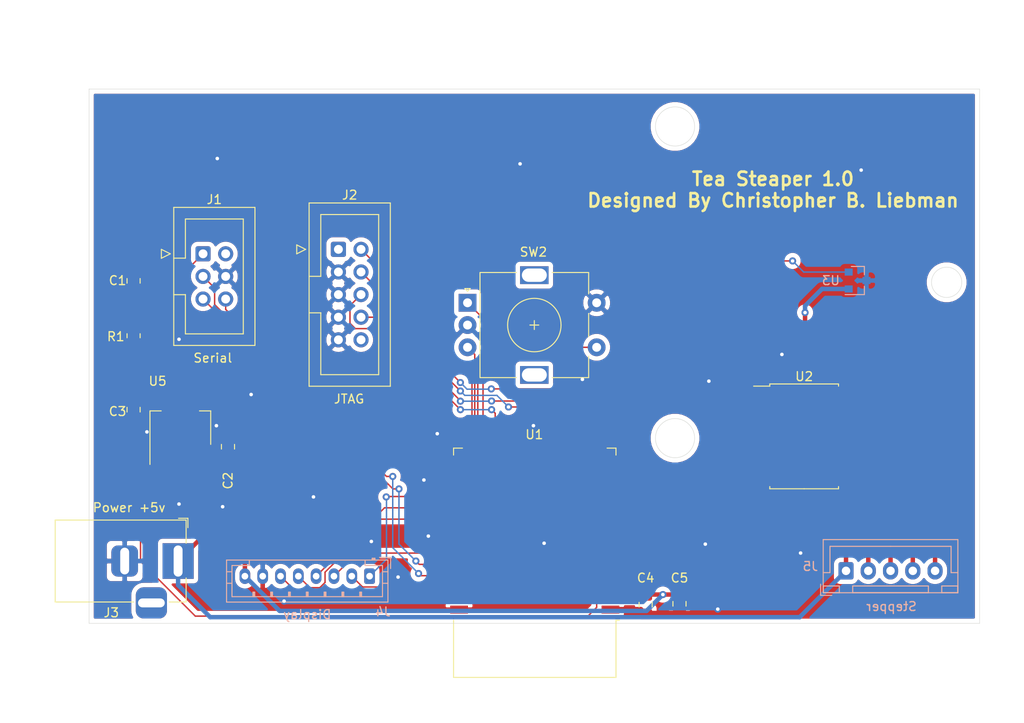
<source format=kicad_pcb>
(kicad_pcb (version 20171130) (host pcbnew "(5.1.10-1-10_14)")

  (general
    (thickness 1.6)
    (drawings 13)
    (tracks 231)
    (zones 0)
    (modules 16)
    (nets 30)
  )

  (page A)
  (title_block
    (title TeaSteaper)
    (date 2021-10-23)
    (rev v1.0)
    (company "Christopher B. Liebman")
  )

  (layers
    (0 F.Cu signal)
    (31 B.Cu signal)
    (32 B.Adhes user)
    (33 F.Adhes user)
    (34 B.Paste user)
    (35 F.Paste user)
    (36 B.SilkS user)
    (37 F.SilkS user)
    (38 B.Mask user)
    (39 F.Mask user)
    (40 Dwgs.User user hide)
    (41 Cmts.User user)
    (42 Eco1.User user)
    (43 Eco2.User user)
    (44 Edge.Cuts user)
    (45 Margin user)
    (46 B.CrtYd user)
    (47 F.CrtYd user)
    (48 B.Fab user)
    (49 F.Fab user)
  )

  (setup
    (last_trace_width 0.16)
    (trace_clearance 0.15)
    (zone_clearance 0.508)
    (zone_45_only no)
    (trace_min 0.15)
    (via_size 0.8)
    (via_drill 0.4)
    (via_min_size 0.4)
    (via_min_drill 0.3)
    (uvia_size 0.3)
    (uvia_drill 0.1)
    (uvias_allowed no)
    (uvia_min_size 0.2)
    (uvia_min_drill 0.1)
    (edge_width 0.05)
    (segment_width 0.2)
    (pcb_text_width 0.3)
    (pcb_text_size 1.5 1.5)
    (mod_edge_width 0.12)
    (mod_text_size 1 1)
    (mod_text_width 0.15)
    (pad_size 1.524 1.524)
    (pad_drill 0.762)
    (pad_to_mask_clearance 0)
    (aux_axis_origin 0 0)
    (grid_origin 92.71 154.78)
    (visible_elements FFFFFF7F)
    (pcbplotparams
      (layerselection 0x010f0_ffffffff)
      (usegerberextensions true)
      (usegerberattributes false)
      (usegerberadvancedattributes true)
      (creategerberjobfile false)
      (excludeedgelayer true)
      (linewidth 0.100000)
      (plotframeref false)
      (viasonmask false)
      (mode 1)
      (useauxorigin false)
      (hpglpennumber 1)
      (hpglpenspeed 20)
      (hpglpendiameter 15.000000)
      (psnegative false)
      (psa4output false)
      (plotreference true)
      (plotvalue true)
      (plotinvisibletext false)
      (padsonsilk false)
      (subtractmaskfromsilk false)
      (outputformat 1)
      (mirror false)
      (drillshape 0)
      (scaleselection 1)
      (outputdirectory "gerber"))
  )

  (net 0 "")
  (net 1 GND)
  (net 2 /EN)
  (net 3 +5V)
  (net 4 +3V3)
  (net 5 /IO0)
  (net 6 /RXD)
  (net 7 /TXD)
  (net 8 /TDI)
  (net 9 /TDO)
  (net 10 /TCK)
  (net 11 /TMS)
  (net 12 /BL)
  (net 13 /RST)
  (net 14 /DC)
  (net 15 /CS)
  (net 16 /SCLK)
  (net 17 /MOSI)
  (net 18 /P_M1A)
  (net 19 /P_M1B)
  (net 20 /P_M1C)
  (net 21 /P_M1D)
  (net 22 /ROTA)
  (net 23 /ROTB)
  (net 24 /ROTSW)
  (net 25 /ULIM)
  (net 26 /M1C)
  (net 27 /M1B)
  (net 28 /M1A)
  (net 29 /M1D)

  (net_class Default "This is the default net class."
    (clearance 0.15)
    (trace_width 0.16)
    (via_dia 0.8)
    (via_drill 0.4)
    (uvia_dia 0.3)
    (uvia_drill 0.1)
    (add_net /BL)
    (add_net /CS)
    (add_net /DC)
    (add_net /EN)
    (add_net /IO0)
    (add_net /M1A)
    (add_net /M1B)
    (add_net /M1C)
    (add_net /M1D)
    (add_net /MOSI)
    (add_net /ROTA)
    (add_net /ROTB)
    (add_net /ROTSW)
    (add_net /RST)
    (add_net /RXD)
    (add_net /SCLK)
    (add_net /TCK)
    (add_net /TDI)
    (add_net /TDO)
    (add_net /TMS)
    (add_net /TXD)
    (add_net /ULIM)
  )

  (net_class Power ""
    (clearance 0.2)
    (trace_width 0.5)
    (via_dia 0.8)
    (via_drill 0.4)
    (uvia_dia 0.3)
    (uvia_drill 0.1)
    (add_net +3V3)
    (add_net +5V)
    (add_net /P_M1A)
    (add_net /P_M1B)
    (add_net /P_M1C)
    (add_net /P_M1D)
    (add_net GND)
  )

  (module TeaMaker:JST_PH_B8B-PH-K_1x08_P2.00mm_Vertical (layer B.Cu) (tedit 5B7745C2) (tstamp 61786A4F)
    (at 124.21 149.48 180)
    (descr "JST PH series connector, B8B-PH-K (http://www.jst-mfg.com/product/pdf/eng/ePH.pdf), generated with kicad-footprint-generator")
    (tags "connector JST PH side entry")
    (path /6181980D)
    (fp_text reference J4 (at -1.5 -4) (layer B.SilkS)
      (effects (font (size 1 1) (thickness 0.15)) (justify mirror))
    )
    (fp_text value Display (at 7 -4.3) (layer B.SilkS)
      (effects (font (size 1 1) (thickness 0.15)) (justify mirror))
    )
    (fp_line (start 16.45 2.2) (end -2.45 2.2) (layer B.CrtYd) (width 0.05))
    (fp_line (start 16.45 -3.3) (end 16.45 2.2) (layer B.CrtYd) (width 0.05))
    (fp_line (start -2.45 -3.3) (end 16.45 -3.3) (layer B.CrtYd) (width 0.05))
    (fp_line (start -2.45 2.2) (end -2.45 -3.3) (layer B.CrtYd) (width 0.05))
    (fp_line (start 15.95 1.7) (end -1.95 1.7) (layer B.Fab) (width 0.1))
    (fp_line (start 15.95 -2.8) (end 15.95 1.7) (layer B.Fab) (width 0.1))
    (fp_line (start -1.95 -2.8) (end 15.95 -2.8) (layer B.Fab) (width 0.1))
    (fp_line (start -1.95 1.7) (end -1.95 -2.8) (layer B.Fab) (width 0.1))
    (fp_line (start -2.36 2.11) (end -2.36 0.86) (layer B.Fab) (width 0.1))
    (fp_line (start -1.11 2.11) (end -2.36 2.11) (layer B.Fab) (width 0.1))
    (fp_line (start -2.36 2.11) (end -2.36 0.86) (layer B.SilkS) (width 0.12))
    (fp_line (start -1.11 2.11) (end -2.36 2.11) (layer B.SilkS) (width 0.12))
    (fp_line (start 13 -2.3) (end 13 -1.8) (layer B.SilkS) (width 0.12))
    (fp_line (start 13.1 -1.8) (end 13.1 -2.3) (layer B.SilkS) (width 0.12))
    (fp_line (start 12.9 -1.8) (end 13.1 -1.8) (layer B.SilkS) (width 0.12))
    (fp_line (start 12.9 -2.3) (end 12.9 -1.8) (layer B.SilkS) (width 0.12))
    (fp_line (start 11 -2.3) (end 11 -1.8) (layer B.SilkS) (width 0.12))
    (fp_line (start 11.1 -1.8) (end 11.1 -2.3) (layer B.SilkS) (width 0.12))
    (fp_line (start 10.9 -1.8) (end 11.1 -1.8) (layer B.SilkS) (width 0.12))
    (fp_line (start 10.9 -2.3) (end 10.9 -1.8) (layer B.SilkS) (width 0.12))
    (fp_line (start 9 -2.3) (end 9 -1.8) (layer B.SilkS) (width 0.12))
    (fp_line (start 9.1 -1.8) (end 9.1 -2.3) (layer B.SilkS) (width 0.12))
    (fp_line (start 8.9 -1.8) (end 9.1 -1.8) (layer B.SilkS) (width 0.12))
    (fp_line (start 8.9 -2.3) (end 8.9 -1.8) (layer B.SilkS) (width 0.12))
    (fp_line (start 7 -2.3) (end 7 -1.8) (layer B.SilkS) (width 0.12))
    (fp_line (start 7.1 -1.8) (end 7.1 -2.3) (layer B.SilkS) (width 0.12))
    (fp_line (start 6.9 -1.8) (end 7.1 -1.8) (layer B.SilkS) (width 0.12))
    (fp_line (start 6.9 -2.3) (end 6.9 -1.8) (layer B.SilkS) (width 0.12))
    (fp_line (start 5 -2.3) (end 5 -1.8) (layer B.SilkS) (width 0.12))
    (fp_line (start 5.1 -1.8) (end 5.1 -2.3) (layer B.SilkS) (width 0.12))
    (fp_line (start 4.9 -1.8) (end 5.1 -1.8) (layer B.SilkS) (width 0.12))
    (fp_line (start 4.9 -2.3) (end 4.9 -1.8) (layer B.SilkS) (width 0.12))
    (fp_line (start 3 -2.3) (end 3 -1.8) (layer B.SilkS) (width 0.12))
    (fp_line (start 3.1 -1.8) (end 3.1 -2.3) (layer B.SilkS) (width 0.12))
    (fp_line (start 2.9 -1.8) (end 3.1 -1.8) (layer B.SilkS) (width 0.12))
    (fp_line (start 2.9 -2.3) (end 2.9 -1.8) (layer B.SilkS) (width 0.12))
    (fp_line (start 1 -2.3) (end 1 -1.8) (layer B.SilkS) (width 0.12))
    (fp_line (start 1.1 -1.8) (end 1.1 -2.3) (layer B.SilkS) (width 0.12))
    (fp_line (start 0.9 -1.8) (end 1.1 -1.8) (layer B.SilkS) (width 0.12))
    (fp_line (start 0.9 -2.3) (end 0.9 -1.8) (layer B.SilkS) (width 0.12))
    (fp_line (start 16.06 -0.8) (end 15.45 -0.8) (layer B.SilkS) (width 0.12))
    (fp_line (start 16.06 0.5) (end 15.45 0.5) (layer B.SilkS) (width 0.12))
    (fp_line (start -2.06 -0.8) (end -1.45 -0.8) (layer B.SilkS) (width 0.12))
    (fp_line (start -2.06 0.5) (end -1.45 0.5) (layer B.SilkS) (width 0.12))
    (fp_line (start 13.5 1.2) (end 13.5 1.81) (layer B.SilkS) (width 0.12))
    (fp_line (start 15.45 1.2) (end 13.5 1.2) (layer B.SilkS) (width 0.12))
    (fp_line (start 15.45 -2.3) (end 15.45 1.2) (layer B.SilkS) (width 0.12))
    (fp_line (start -1.45 -2.3) (end 15.45 -2.3) (layer B.SilkS) (width 0.12))
    (fp_line (start -1.45 1.2) (end -1.45 -2.3) (layer B.SilkS) (width 0.12))
    (fp_line (start 0.5 1.2) (end -1.45 1.2) (layer B.SilkS) (width 0.12))
    (fp_line (start 0.5 1.81) (end 0.5 1.2) (layer B.SilkS) (width 0.12))
    (fp_line (start -0.3 1.91) (end -0.6 1.91) (layer B.SilkS) (width 0.12))
    (fp_line (start -0.6 2.01) (end -0.6 1.81) (layer B.SilkS) (width 0.12))
    (fp_line (start -0.3 2.01) (end -0.6 2.01) (layer B.SilkS) (width 0.12))
    (fp_line (start -0.3 1.81) (end -0.3 2.01) (layer B.SilkS) (width 0.12))
    (fp_line (start 16.06 1.81) (end -2.06 1.81) (layer B.SilkS) (width 0.12))
    (fp_line (start 16.06 -2.91) (end 16.06 1.81) (layer B.SilkS) (width 0.12))
    (fp_line (start -2.06 -2.91) (end 16.06 -2.91) (layer B.SilkS) (width 0.12))
    (fp_line (start -2.06 1.81) (end -2.06 -2.91) (layer B.SilkS) (width 0.12))
    (fp_text user %R (at 7 -1.5) (layer B.Fab)
      (effects (font (size 1 1) (thickness 0.15)) (justify mirror))
    )
    (pad 8 thru_hole oval (at 14 0 180) (size 1.2 1.75) (drill 0.75) (layers *.Cu *.Mask)
      (net 4 +3V3))
    (pad 7 thru_hole oval (at 12 0 180) (size 1.2 1.75) (drill 0.75) (layers *.Cu *.Mask)
      (net 1 GND))
    (pad 6 thru_hole oval (at 10 0 180) (size 1.2 1.75) (drill 0.75) (layers *.Cu *.Mask)
      (net 17 /MOSI))
    (pad 5 thru_hole oval (at 8 0 180) (size 1.2 1.75) (drill 0.75) (layers *.Cu *.Mask)
      (net 16 /SCLK))
    (pad 4 thru_hole oval (at 6 0 180) (size 1.2 1.75) (drill 0.75) (layers *.Cu *.Mask)
      (net 15 /CS))
    (pad 3 thru_hole oval (at 4 0 180) (size 1.2 1.75) (drill 0.75) (layers *.Cu *.Mask)
      (net 14 /DC))
    (pad 2 thru_hole oval (at 2 0 180) (size 1.2 1.75) (drill 0.75) (layers *.Cu *.Mask)
      (net 13 /RST))
    (pad 1 thru_hole roundrect (at 0 0 180) (size 1.2 1.75) (drill 0.75) (layers *.Cu *.Mask) (roundrect_rratio 0.2083325)
      (net 12 /BL))
    (model ${KISYS3DMOD}/Connector_JST.3dshapes/JST_PH_B8B-PH-K_1x08_P2.00mm_Vertical.wrl
      (at (xyz 0 0 0))
      (scale (xyz 1 1 1))
      (rotate (xyz 0 0 0))
    )
  )

  (module TeaMaker:ESP32-WROOM-32 (layer F.Cu) (tedit 5B5B4654) (tstamp 617A0445)
    (at 142.76 144.98 180)
    (descr "Single 2.4 GHz Wi-Fi and Bluetooth combo chip https://www.espressif.com/sites/default/files/documentation/esp32-wroom-32_datasheet_en.pdf")
    (tags "Single 2.4 GHz Wi-Fi and Bluetooth combo  chip")
    (path /6171FC3D)
    (attr smd)
    (fp_text reference U1 (at 0.05 11.4 180) (layer F.SilkS)
      (effects (font (size 1 1) (thickness 0.15)))
    )
    (fp_text value ESP32-WROOM-32D (at 0 11.5) (layer F.Fab)
      (effects (font (size 1 1) (thickness 0.15)))
    )
    (fp_line (start -9.12 -9.445) (end -9.5 -9.445) (layer F.SilkS) (width 0.12))
    (fp_line (start -9.12 -15.865) (end -9.12 -9.445) (layer F.SilkS) (width 0.12))
    (fp_line (start 9.12 -15.865) (end 9.12 -9.445) (layer F.SilkS) (width 0.12))
    (fp_line (start -9.12 -15.865) (end 9.12 -15.865) (layer F.SilkS) (width 0.12))
    (fp_line (start 9.12 9.88) (end 8.12 9.88) (layer F.SilkS) (width 0.12))
    (fp_line (start 9.12 9.1) (end 9.12 9.88) (layer F.SilkS) (width 0.12))
    (fp_line (start -9.12 9.88) (end -8.12 9.88) (layer F.SilkS) (width 0.12))
    (fp_line (start -9.12 9.1) (end -9.12 9.88) (layer F.SilkS) (width 0.12))
    (fp_line (start 8.4 -20.6) (end 8.2 -20.4) (layer Cmts.User) (width 0.1))
    (fp_line (start 8.4 -16) (end 8.4 -20.6) (layer Cmts.User) (width 0.1))
    (fp_line (start 8.4 -20.6) (end 8.6 -20.4) (layer Cmts.User) (width 0.1))
    (fp_line (start 8.4 -16) (end 8.6 -16.2) (layer Cmts.User) (width 0.1))
    (fp_line (start 8.4 -16) (end 8.2 -16.2) (layer Cmts.User) (width 0.1))
    (fp_line (start -9.2 -13.875) (end -9.4 -14.075) (layer Cmts.User) (width 0.1))
    (fp_line (start -13.8 -13.875) (end -9.2 -13.875) (layer Cmts.User) (width 0.1))
    (fp_line (start -9.2 -13.875) (end -9.4 -13.675) (layer Cmts.User) (width 0.1))
    (fp_line (start -13.8 -13.875) (end -13.6 -13.675) (layer Cmts.User) (width 0.1))
    (fp_line (start -13.8 -13.875) (end -13.6 -14.075) (layer Cmts.User) (width 0.1))
    (fp_line (start 9.2 -13.875) (end 9.4 -13.675) (layer Cmts.User) (width 0.1))
    (fp_line (start 9.2 -13.875) (end 9.4 -14.075) (layer Cmts.User) (width 0.1))
    (fp_line (start 13.8 -13.875) (end 13.6 -13.675) (layer Cmts.User) (width 0.1))
    (fp_line (start 13.8 -13.875) (end 13.6 -14.075) (layer Cmts.User) (width 0.1))
    (fp_line (start 9.2 -13.875) (end 13.8 -13.875) (layer Cmts.User) (width 0.1))
    (fp_line (start 14 -11.585) (end 12 -9.97) (layer Dwgs.User) (width 0.1))
    (fp_line (start 14 -13.2) (end 10 -9.97) (layer Dwgs.User) (width 0.1))
    (fp_line (start 14 -14.815) (end 8 -9.97) (layer Dwgs.User) (width 0.1))
    (fp_line (start 14 -16.43) (end 6 -9.97) (layer Dwgs.User) (width 0.1))
    (fp_line (start 14 -18.045) (end 4 -9.97) (layer Dwgs.User) (width 0.1))
    (fp_line (start 14 -19.66) (end 2 -9.97) (layer Dwgs.User) (width 0.1))
    (fp_line (start 13.475 -20.75) (end 0 -9.97) (layer Dwgs.User) (width 0.1))
    (fp_line (start 11.475 -20.75) (end -2 -9.97) (layer Dwgs.User) (width 0.1))
    (fp_line (start 9.475 -20.75) (end -4 -9.97) (layer Dwgs.User) (width 0.1))
    (fp_line (start 7.475 -20.75) (end -6 -9.97) (layer Dwgs.User) (width 0.1))
    (fp_line (start -8 -9.97) (end 5.475 -20.75) (layer Dwgs.User) (width 0.1))
    (fp_line (start 3.475 -20.75) (end -10 -9.97) (layer Dwgs.User) (width 0.1))
    (fp_line (start 1.475 -20.75) (end -12 -9.97) (layer Dwgs.User) (width 0.1))
    (fp_line (start -0.525 -20.75) (end -14 -9.97) (layer Dwgs.User) (width 0.1))
    (fp_line (start -2.525 -20.75) (end -14 -11.585) (layer Dwgs.User) (width 0.1))
    (fp_line (start -4.525 -20.75) (end -14 -13.2) (layer Dwgs.User) (width 0.1))
    (fp_line (start -6.525 -20.75) (end -14 -14.815) (layer Dwgs.User) (width 0.1))
    (fp_line (start -8.525 -20.75) (end -14 -16.43) (layer Dwgs.User) (width 0.1))
    (fp_line (start -10.525 -20.75) (end -14 -18.045) (layer Dwgs.User) (width 0.1))
    (fp_line (start -12.525 -20.75) (end -14 -19.66) (layer Dwgs.User) (width 0.1))
    (fp_line (start 9.75 -9.72) (end 14.25 -9.72) (layer F.CrtYd) (width 0.05))
    (fp_line (start -14.25 -9.72) (end -9.75 -9.72) (layer F.CrtYd) (width 0.05))
    (fp_line (start 14.25 -21) (end 14.25 -9.72) (layer F.CrtYd) (width 0.05))
    (fp_line (start -14.25 -21) (end -14.25 -9.72) (layer F.CrtYd) (width 0.05))
    (fp_line (start 14 -20.75) (end -14 -20.75) (layer Dwgs.User) (width 0.1))
    (fp_line (start 14 -9.97) (end 14 -20.75) (layer Dwgs.User) (width 0.1))
    (fp_line (start 14 -9.97) (end -14 -9.97) (layer Dwgs.User) (width 0.1))
    (fp_line (start -9 -9.02) (end -8.5 -9.52) (layer F.Fab) (width 0.1))
    (fp_line (start -8.5 -9.52) (end -9 -10.02) (layer F.Fab) (width 0.1))
    (fp_line (start -9 -9.02) (end -9 9.76) (layer F.Fab) (width 0.1))
    (fp_line (start -14.25 -21) (end 14.25 -21) (layer F.CrtYd) (width 0.05))
    (fp_line (start 9.75 -9.72) (end 9.75 10.5) (layer F.CrtYd) (width 0.05))
    (fp_line (start -9.75 10.5) (end 9.75 10.5) (layer F.CrtYd) (width 0.05))
    (fp_line (start -9.75 10.5) (end -9.75 -9.72) (layer F.CrtYd) (width 0.05))
    (fp_line (start -9 -15.745) (end 9 -15.745) (layer F.Fab) (width 0.1))
    (fp_line (start -9 -15.745) (end -9 -10.02) (layer F.Fab) (width 0.1))
    (fp_line (start -9 9.76) (end 9 9.76) (layer F.Fab) (width 0.1))
    (fp_line (start 9 9.76) (end 9 -15.745) (layer F.Fab) (width 0.1))
    (fp_line (start -14 -9.97) (end -14 -20.75) (layer Dwgs.User) (width 0.1))
    (fp_text user "5 mm" (at 7.8 -19.075 90) (layer Cmts.User)
      (effects (font (size 0.5 0.5) (thickness 0.1)))
    )
    (fp_text user "5 mm" (at -11.2 -14.375) (layer Cmts.User)
      (effects (font (size 0.5 0.5) (thickness 0.1)))
    )
    (fp_text user "5 mm" (at 11.8 -14.375) (layer Cmts.User)
      (effects (font (size 0.5 0.5) (thickness 0.1)))
    )
    (fp_text user Antenna (at 0 -13) (layer Cmts.User)
      (effects (font (size 1 1) (thickness 0.15)))
    )
    (fp_text user "KEEP-OUT ZONE" (at 0 -19) (layer Cmts.User)
      (effects (font (size 1 1) (thickness 0.15)))
    )
    (fp_text user %R (at 0 0) (layer F.Fab)
      (effects (font (size 1 1) (thickness 0.15)))
    )
    (pad 38 smd rect (at 8.5 -8.255 180) (size 2 0.9) (layers F.Cu F.Paste F.Mask)
      (net 1 GND))
    (pad 37 smd rect (at 8.5 -6.985 180) (size 2 0.9) (layers F.Cu F.Paste F.Mask)
      (net 17 /MOSI))
    (pad 36 smd rect (at 8.5 -5.715 180) (size 2 0.9) (layers F.Cu F.Paste F.Mask)
      (net 13 /RST))
    (pad 35 smd rect (at 8.5 -4.445 180) (size 2 0.9) (layers F.Cu F.Paste F.Mask)
      (net 7 /TXD))
    (pad 34 smd rect (at 8.5 -3.175 180) (size 2 0.9) (layers F.Cu F.Paste F.Mask)
      (net 6 /RXD))
    (pad 33 smd rect (at 8.5 -1.905 180) (size 2 0.9) (layers F.Cu F.Paste F.Mask)
      (net 14 /DC))
    (pad 32 smd rect (at 8.5 -0.635 180) (size 2 0.9) (layers F.Cu F.Paste F.Mask))
    (pad 31 smd rect (at 8.5 0.635 180) (size 2 0.9) (layers F.Cu F.Paste F.Mask)
      (net 22 /ROTA))
    (pad 30 smd rect (at 8.5 1.905 180) (size 2 0.9) (layers F.Cu F.Paste F.Mask)
      (net 16 /SCLK))
    (pad 29 smd rect (at 8.5 3.175 180) (size 2 0.9) (layers F.Cu F.Paste F.Mask)
      (net 15 /CS))
    (pad 28 smd rect (at 8.5 4.445 180) (size 2 0.9) (layers F.Cu F.Paste F.Mask)
      (net 12 /BL))
    (pad 27 smd rect (at 8.5 5.715 180) (size 2 0.9) (layers F.Cu F.Paste F.Mask)
      (net 23 /ROTB))
    (pad 26 smd rect (at 8.5 6.985 180) (size 2 0.9) (layers F.Cu F.Paste F.Mask)
      (net 25 /ULIM))
    (pad 25 smd rect (at 8.5 8.255 180) (size 2 0.9) (layers F.Cu F.Paste F.Mask)
      (net 5 /IO0))
    (pad 24 smd rect (at 5.715 9.255 270) (size 2 0.9) (layers F.Cu F.Paste F.Mask)
      (net 24 /ROTSW))
    (pad 23 smd rect (at 4.445 9.255 270) (size 2 0.9) (layers F.Cu F.Paste F.Mask)
      (net 9 /TDO))
    (pad 22 smd rect (at 3.175 9.255 270) (size 2 0.9) (layers F.Cu F.Paste F.Mask))
    (pad 21 smd rect (at 1.905 9.255 270) (size 2 0.9) (layers F.Cu F.Paste F.Mask))
    (pad 20 smd rect (at 0.635 9.255 270) (size 2 0.9) (layers F.Cu F.Paste F.Mask))
    (pad 19 smd rect (at -0.635 9.255 270) (size 2 0.9) (layers F.Cu F.Paste F.Mask))
    (pad 18 smd rect (at -1.905 9.255 270) (size 2 0.9) (layers F.Cu F.Paste F.Mask))
    (pad 17 smd rect (at -3.175 9.255 270) (size 2 0.9) (layers F.Cu F.Paste F.Mask))
    (pad 16 smd rect (at -4.445 9.255 270) (size 2 0.9) (layers F.Cu F.Paste F.Mask)
      (net 10 /TCK))
    (pad 15 smd rect (at -5.715 9.255 270) (size 2 0.9) (layers F.Cu F.Paste F.Mask)
      (net 1 GND))
    (pad 14 smd rect (at -8.5 8.255 180) (size 2 0.9) (layers F.Cu F.Paste F.Mask)
      (net 8 /TDI))
    (pad 13 smd rect (at -8.5 6.985 180) (size 2 0.9) (layers F.Cu F.Paste F.Mask)
      (net 11 /TMS))
    (pad 12 smd rect (at -8.5 5.715 180) (size 2 0.9) (layers F.Cu F.Paste F.Mask)
      (net 26 /M1C))
    (pad 11 smd rect (at -8.5 4.445 180) (size 2 0.9) (layers F.Cu F.Paste F.Mask)
      (net 27 /M1B))
    (pad 10 smd rect (at -8.5 3.175 180) (size 2 0.9) (layers F.Cu F.Paste F.Mask)
      (net 28 /M1A))
    (pad 9 smd rect (at -8.5 1.905 180) (size 2 0.9) (layers F.Cu F.Paste F.Mask))
    (pad 8 smd rect (at -8.5 0.635 180) (size 2 0.9) (layers F.Cu F.Paste F.Mask)
      (net 29 /M1D))
    (pad 7 smd rect (at -8.5 -0.635 180) (size 2 0.9) (layers F.Cu F.Paste F.Mask))
    (pad 6 smd rect (at -8.5 -1.905 180) (size 2 0.9) (layers F.Cu F.Paste F.Mask))
    (pad 5 smd rect (at -8.5 -3.175 180) (size 2 0.9) (layers F.Cu F.Paste F.Mask))
    (pad 4 smd rect (at -8.5 -4.445 180) (size 2 0.9) (layers F.Cu F.Paste F.Mask))
    (pad 3 smd rect (at -8.5 -5.715 180) (size 2 0.9) (layers F.Cu F.Paste F.Mask)
      (net 2 /EN))
    (pad 2 smd rect (at -8.5 -6.985 180) (size 2 0.9) (layers F.Cu F.Paste F.Mask)
      (net 4 +3V3))
    (pad 1 smd rect (at -8.5 -8.255 180) (size 2 0.9) (layers F.Cu F.Paste F.Mask)
      (net 1 GND))
    (pad 39 smd rect (at -1 -0.755 180) (size 5 5) (layers F.Cu F.Paste F.Mask)
      (net 1 GND))
    (model ${KISYS3DMOD}/RF_Module.3dshapes/ESP32-WROOM-32.wrl
      (at (xyz 0 0 0))
      (scale (xyz 1 1 1))
      (rotate (xyz 0 0 0))
    )
  )

  (module TeaMaker:JST_XH_B5B-XH-A_1x05_P2.50mm_Vertical (layer B.Cu) (tedit 5C28146C) (tstamp 61772980)
    (at 177.71 148.88)
    (descr "JST XH series connector, B5B-XH-A (http://www.jst-mfg.com/product/pdf/eng/eXH.pdf), generated with kicad-footprint-generator")
    (tags "connector JST XH vertical")
    (path /61869D41)
    (fp_text reference J5 (at -4 -0.5 180) (layer B.SilkS)
      (effects (font (size 1 1) (thickness 0.15)) (justify mirror))
    )
    (fp_text value Stepper (at 5.1 4 180) (layer B.SilkS)
      (effects (font (size 1 1) (thickness 0.15)) (justify mirror))
    )
    (fp_line (start -2.85 2.75) (end -2.85 1.5) (layer B.SilkS) (width 0.12))
    (fp_line (start -1.6 2.75) (end -2.85 2.75) (layer B.SilkS) (width 0.12))
    (fp_line (start 11.8 -2.75) (end 5 -2.75) (layer B.SilkS) (width 0.12))
    (fp_line (start 11.8 0.2) (end 11.8 -2.75) (layer B.SilkS) (width 0.12))
    (fp_line (start 12.55 0.2) (end 11.8 0.2) (layer B.SilkS) (width 0.12))
    (fp_line (start -1.8 -2.75) (end 5 -2.75) (layer B.SilkS) (width 0.12))
    (fp_line (start -1.8 0.2) (end -1.8 -2.75) (layer B.SilkS) (width 0.12))
    (fp_line (start -2.55 0.2) (end -1.8 0.2) (layer B.SilkS) (width 0.12))
    (fp_line (start 12.55 2.45) (end 10.75 2.45) (layer B.SilkS) (width 0.12))
    (fp_line (start 12.55 1.7) (end 12.55 2.45) (layer B.SilkS) (width 0.12))
    (fp_line (start 10.75 1.7) (end 12.55 1.7) (layer B.SilkS) (width 0.12))
    (fp_line (start 10.75 2.45) (end 10.75 1.7) (layer B.SilkS) (width 0.12))
    (fp_line (start -0.75 2.45) (end -2.55 2.45) (layer B.SilkS) (width 0.12))
    (fp_line (start -0.75 1.7) (end -0.75 2.45) (layer B.SilkS) (width 0.12))
    (fp_line (start -2.55 1.7) (end -0.75 1.7) (layer B.SilkS) (width 0.12))
    (fp_line (start -2.55 2.45) (end -2.55 1.7) (layer B.SilkS) (width 0.12))
    (fp_line (start 9.25 2.45) (end 0.75 2.45) (layer B.SilkS) (width 0.12))
    (fp_line (start 9.25 1.7) (end 9.25 2.45) (layer B.SilkS) (width 0.12))
    (fp_line (start 0.75 1.7) (end 9.25 1.7) (layer B.SilkS) (width 0.12))
    (fp_line (start 0.75 2.45) (end 0.75 1.7) (layer B.SilkS) (width 0.12))
    (fp_line (start 0 1.35) (end 0.625 2.35) (layer B.Fab) (width 0.1))
    (fp_line (start -0.625 2.35) (end 0 1.35) (layer B.Fab) (width 0.1))
    (fp_line (start 12.95 2.85) (end -2.95 2.85) (layer B.CrtYd) (width 0.05))
    (fp_line (start 12.95 -3.9) (end 12.95 2.85) (layer B.CrtYd) (width 0.05))
    (fp_line (start -2.95 -3.9) (end 12.95 -3.9) (layer B.CrtYd) (width 0.05))
    (fp_line (start -2.95 2.85) (end -2.95 -3.9) (layer B.CrtYd) (width 0.05))
    (fp_line (start 12.56 2.46) (end -2.56 2.46) (layer B.SilkS) (width 0.12))
    (fp_line (start 12.56 -3.51) (end 12.56 2.46) (layer B.SilkS) (width 0.12))
    (fp_line (start -2.56 -3.51) (end 12.56 -3.51) (layer B.SilkS) (width 0.12))
    (fp_line (start -2.56 2.46) (end -2.56 -3.51) (layer B.SilkS) (width 0.12))
    (fp_line (start 12.45 2.35) (end -2.45 2.35) (layer B.Fab) (width 0.1))
    (fp_line (start 12.45 -3.4) (end 12.45 2.35) (layer B.Fab) (width 0.1))
    (fp_line (start -2.45 -3.4) (end 12.45 -3.4) (layer B.Fab) (width 0.1))
    (fp_line (start -2.45 2.35) (end -2.45 -3.4) (layer B.Fab) (width 0.1))
    (fp_text user %R (at 5 -2.7 180) (layer B.Fab)
      (effects (font (size 1 1) (thickness 0.15)) (justify mirror))
    )
    (pad 5 thru_hole oval (at 10 0) (size 1.7 1.95) (drill 0.95) (layers *.Cu *.Mask)
      (net 18 /P_M1A))
    (pad 4 thru_hole oval (at 7.5 0) (size 1.7 1.95) (drill 0.95) (layers *.Cu *.Mask)
      (net 19 /P_M1B))
    (pad 3 thru_hole oval (at 5 0) (size 1.7 1.95) (drill 0.95) (layers *.Cu *.Mask)
      (net 20 /P_M1C))
    (pad 2 thru_hole oval (at 2.5 0) (size 1.7 1.95) (drill 0.95) (layers *.Cu *.Mask)
      (net 21 /P_M1D))
    (pad 1 thru_hole roundrect (at 0 0) (size 1.7 1.95) (drill 0.95) (layers *.Cu *.Mask) (roundrect_rratio 0.1470588235294118)
      (net 3 +5V))
    (model ${KISYS3DMOD}/Connector_JST.3dshapes/JST_XH_B5B-XH-A_1x05_P2.50mm_Vertical.wrl
      (at (xyz 0 0 0))
      (scale (xyz 1 1 1))
      (rotate (xyz 0 0 0))
    )
  )

  (module TeaMaker:SOT-223-3_TabPin2 (layer F.Cu) (tedit 5A02FF57) (tstamp 617A0229)
    (at 102.96 132.83 90)
    (descr "module CMS SOT223 4 pins")
    (tags "CMS SOT")
    (path /6176FDD7)
    (attr smd)
    (fp_text reference U5 (at 5.25 -2.55 180) (layer F.SilkS)
      (effects (font (size 1 1) (thickness 0.15)))
    )
    (fp_text value AZ1117-3.3 (at 10.16 0 90) (layer F.Fab)
      (effects (font (size 1 1) (thickness 0.15)))
    )
    (fp_line (start 1.91 3.41) (end 1.91 2.15) (layer F.SilkS) (width 0.12))
    (fp_line (start 1.91 -3.41) (end 1.91 -2.15) (layer F.SilkS) (width 0.12))
    (fp_line (start 4.4 -3.6) (end -4.4 -3.6) (layer F.CrtYd) (width 0.05))
    (fp_line (start 4.4 3.6) (end 4.4 -3.6) (layer F.CrtYd) (width 0.05))
    (fp_line (start -4.4 3.6) (end 4.4 3.6) (layer F.CrtYd) (width 0.05))
    (fp_line (start -4.4 -3.6) (end -4.4 3.6) (layer F.CrtYd) (width 0.05))
    (fp_line (start -1.85 -2.35) (end -0.85 -3.35) (layer F.Fab) (width 0.1))
    (fp_line (start -1.85 -2.35) (end -1.85 3.35) (layer F.Fab) (width 0.1))
    (fp_line (start -1.85 3.41) (end 1.91 3.41) (layer F.SilkS) (width 0.12))
    (fp_line (start -0.85 -3.35) (end 1.85 -3.35) (layer F.Fab) (width 0.1))
    (fp_line (start -4.1 -3.41) (end 1.91 -3.41) (layer F.SilkS) (width 0.12))
    (fp_line (start -1.85 3.35) (end 1.85 3.35) (layer F.Fab) (width 0.1))
    (fp_line (start 1.85 -3.35) (end 1.85 3.35) (layer F.Fab) (width 0.1))
    (fp_text user %R (at 0 0) (layer F.Fab)
      (effects (font (size 0.8 0.8) (thickness 0.12)))
    )
    (pad 2 smd rect (at 3.15 0 90) (size 2 3.8) (layers F.Cu F.Paste F.Mask)
      (net 4 +3V3))
    (pad 2 smd rect (at -3.15 0 90) (size 2 1.5) (layers F.Cu F.Paste F.Mask)
      (net 4 +3V3))
    (pad 3 smd rect (at -3.15 2.3 90) (size 2 1.5) (layers F.Cu F.Paste F.Mask)
      (net 3 +5V))
    (pad 1 smd rect (at -3.15 -2.3 90) (size 2 1.5) (layers F.Cu F.Paste F.Mask)
      (net 1 GND))
    (model ${KISYS3DMOD}/Package_TO_SOT_SMD.3dshapes/SOT-223.wrl
      (at (xyz 0 0 0))
      (scale (xyz 1 1 1))
      (rotate (xyz 0 0 0))
    )
  )

  (module Package_TO_SOT_SMD:SOT-23 (layer B.Cu) (tedit 5A02FF57) (tstamp 617A4A8B)
    (at 179.01 116.28)
    (descr "SOT-23, Standard")
    (tags SOT-23)
    (path /617301C6)
    (attr smd)
    (fp_text reference U3 (at -3 0 180) (layer B.SilkS)
      (effects (font (size 1 1) (thickness 0.15)) (justify mirror))
    )
    (fp_text value AH3572-SA-7 (at 0 -2.5 180) (layer B.Fab)
      (effects (font (size 1 1) (thickness 0.15)) (justify mirror))
    )
    (fp_line (start -0.7 0.95) (end -0.7 -1.5) (layer B.Fab) (width 0.1))
    (fp_line (start -0.15 1.52) (end 0.7 1.52) (layer B.Fab) (width 0.1))
    (fp_line (start -0.7 0.95) (end -0.15 1.52) (layer B.Fab) (width 0.1))
    (fp_line (start 0.7 1.52) (end 0.7 -1.52) (layer B.Fab) (width 0.1))
    (fp_line (start -0.7 -1.52) (end 0.7 -1.52) (layer B.Fab) (width 0.1))
    (fp_line (start 0.76 -1.58) (end 0.76 -0.65) (layer B.SilkS) (width 0.12))
    (fp_line (start 0.76 1.58) (end 0.76 0.65) (layer B.SilkS) (width 0.12))
    (fp_line (start -1.7 1.75) (end 1.7 1.75) (layer B.CrtYd) (width 0.05))
    (fp_line (start 1.7 1.75) (end 1.7 -1.75) (layer B.CrtYd) (width 0.05))
    (fp_line (start 1.7 -1.75) (end -1.7 -1.75) (layer B.CrtYd) (width 0.05))
    (fp_line (start -1.7 -1.75) (end -1.7 1.75) (layer B.CrtYd) (width 0.05))
    (fp_line (start 0.76 1.58) (end -1.4 1.58) (layer B.SilkS) (width 0.12))
    (fp_line (start 0.76 -1.58) (end -0.7 -1.58) (layer B.SilkS) (width 0.12))
    (fp_text user %R (at 0 0 90) (layer B.Fab)
      (effects (font (size 0.5 0.5) (thickness 0.075)) (justify mirror))
    )
    (pad 3 smd rect (at 1 0) (size 0.9 0.8) (layers B.Cu B.Paste B.Mask)
      (net 1 GND))
    (pad 2 smd rect (at -1 -0.95) (size 0.9 0.8) (layers B.Cu B.Paste B.Mask)
      (net 25 /ULIM))
    (pad 1 smd rect (at -1 0.95) (size 0.9 0.8) (layers B.Cu B.Paste B.Mask)
      (net 4 +3V3))
    (model ${KISYS3DMOD}/Package_TO_SOT_SMD.3dshapes/SOT-23.wrl
      (at (xyz 0 0 0))
      (scale (xyz 1 1 1))
      (rotate (xyz 0 0 0))
    )
  )

  (module TeaMaker:SOIC-18W_7.5x11.6mm_P1.27mm (layer F.Cu) (tedit 5D9F72B1) (tstamp 61785A5A)
    (at 173.01 133.78)
    (descr "SOIC, 18 Pin (JEDEC MS-013AB, https://www.analog.com/media/en/package-pcb-resources/package/33254132129439rw_18.pdf), generated with kicad-footprint-generator ipc_gullwing_generator.py")
    (tags "SOIC SO")
    (path /617333C5)
    (attr smd)
    (fp_text reference U2 (at 0 -6.72) (layer F.SilkS)
      (effects (font (size 1 1) (thickness 0.15)))
    )
    (fp_text value ULN2803A (at 0 6.72) (layer F.Fab)
      (effects (font (size 1 1) (thickness 0.15)))
    )
    (fp_line (start 5.93 -6.02) (end -5.93 -6.02) (layer F.CrtYd) (width 0.05))
    (fp_line (start 5.93 6.02) (end 5.93 -6.02) (layer F.CrtYd) (width 0.05))
    (fp_line (start -5.93 6.02) (end 5.93 6.02) (layer F.CrtYd) (width 0.05))
    (fp_line (start -5.93 -6.02) (end -5.93 6.02) (layer F.CrtYd) (width 0.05))
    (fp_line (start -3.75 -4.775) (end -2.75 -5.775) (layer F.Fab) (width 0.1))
    (fp_line (start -3.75 5.775) (end -3.75 -4.775) (layer F.Fab) (width 0.1))
    (fp_line (start 3.75 5.775) (end -3.75 5.775) (layer F.Fab) (width 0.1))
    (fp_line (start 3.75 -5.775) (end 3.75 5.775) (layer F.Fab) (width 0.1))
    (fp_line (start -2.75 -5.775) (end 3.75 -5.775) (layer F.Fab) (width 0.1))
    (fp_line (start -3.86 -5.64) (end -5.675 -5.64) (layer F.SilkS) (width 0.12))
    (fp_line (start -3.86 -5.885) (end -3.86 -5.64) (layer F.SilkS) (width 0.12))
    (fp_line (start 0 -5.885) (end -3.86 -5.885) (layer F.SilkS) (width 0.12))
    (fp_line (start 3.86 -5.885) (end 3.86 -5.64) (layer F.SilkS) (width 0.12))
    (fp_line (start 0 -5.885) (end 3.86 -5.885) (layer F.SilkS) (width 0.12))
    (fp_line (start -3.86 5.885) (end -3.86 5.64) (layer F.SilkS) (width 0.12))
    (fp_line (start 0 5.885) (end -3.86 5.885) (layer F.SilkS) (width 0.12))
    (fp_line (start 3.86 5.885) (end 3.86 5.64) (layer F.SilkS) (width 0.12))
    (fp_line (start 0 5.885) (end 3.86 5.885) (layer F.SilkS) (width 0.12))
    (fp_text user %R (at 0 0) (layer F.Fab)
      (effects (font (size 1 1) (thickness 0.15)))
    )
    (pad 18 smd roundrect (at 4.65 -5.08) (size 2.05 0.6) (layers F.Cu F.Paste F.Mask) (roundrect_rratio 0.25)
      (net 18 /P_M1A))
    (pad 17 smd roundrect (at 4.65 -3.81) (size 2.05 0.6) (layers F.Cu F.Paste F.Mask) (roundrect_rratio 0.25)
      (net 18 /P_M1A))
    (pad 16 smd roundrect (at 4.65 -2.54) (size 2.05 0.6) (layers F.Cu F.Paste F.Mask) (roundrect_rratio 0.25)
      (net 19 /P_M1B))
    (pad 15 smd roundrect (at 4.65 -1.27) (size 2.05 0.6) (layers F.Cu F.Paste F.Mask) (roundrect_rratio 0.25)
      (net 19 /P_M1B))
    (pad 14 smd roundrect (at 4.65 0) (size 2.05 0.6) (layers F.Cu F.Paste F.Mask) (roundrect_rratio 0.25)
      (net 20 /P_M1C))
    (pad 13 smd roundrect (at 4.65 1.27) (size 2.05 0.6) (layers F.Cu F.Paste F.Mask) (roundrect_rratio 0.25)
      (net 20 /P_M1C))
    (pad 12 smd roundrect (at 4.65 2.54) (size 2.05 0.6) (layers F.Cu F.Paste F.Mask) (roundrect_rratio 0.25)
      (net 21 /P_M1D))
    (pad 11 smd roundrect (at 4.65 3.81) (size 2.05 0.6) (layers F.Cu F.Paste F.Mask) (roundrect_rratio 0.25)
      (net 21 /P_M1D))
    (pad 10 smd roundrect (at 4.65 5.08) (size 2.05 0.6) (layers F.Cu F.Paste F.Mask) (roundrect_rratio 0.25)
      (net 3 +5V))
    (pad 9 smd roundrect (at -4.65 5.08) (size 2.05 0.6) (layers F.Cu F.Paste F.Mask) (roundrect_rratio 0.25)
      (net 1 GND))
    (pad 8 smd roundrect (at -4.65 3.81) (size 2.05 0.6) (layers F.Cu F.Paste F.Mask) (roundrect_rratio 0.25)
      (net 29 /M1D))
    (pad 7 smd roundrect (at -4.65 2.54) (size 2.05 0.6) (layers F.Cu F.Paste F.Mask) (roundrect_rratio 0.25)
      (net 29 /M1D))
    (pad 6 smd roundrect (at -4.65 1.27) (size 2.05 0.6) (layers F.Cu F.Paste F.Mask) (roundrect_rratio 0.25)
      (net 26 /M1C))
    (pad 5 smd roundrect (at -4.65 0) (size 2.05 0.6) (layers F.Cu F.Paste F.Mask) (roundrect_rratio 0.25)
      (net 26 /M1C))
    (pad 4 smd roundrect (at -4.65 -1.27) (size 2.05 0.6) (layers F.Cu F.Paste F.Mask) (roundrect_rratio 0.25)
      (net 27 /M1B))
    (pad 3 smd roundrect (at -4.65 -2.54) (size 2.05 0.6) (layers F.Cu F.Paste F.Mask) (roundrect_rratio 0.25)
      (net 27 /M1B))
    (pad 2 smd roundrect (at -4.65 -3.81) (size 2.05 0.6) (layers F.Cu F.Paste F.Mask) (roundrect_rratio 0.25)
      (net 28 /M1A))
    (pad 1 smd roundrect (at -4.65 -5.08) (size 2.05 0.6) (layers F.Cu F.Paste F.Mask) (roundrect_rratio 0.25)
      (net 28 /M1A))
    (model ${KISYS3DMOD}/Package_SO.3dshapes/SOIC-18W_7.5x11.6mm_P1.27mm.wrl
      (at (xyz 0 0 0))
      (scale (xyz 1 1 1))
      (rotate (xyz 0 0 0))
    )
  )

  (module TeaMaker:RotaryEncoder_Alps_EC11E-Switch_Vertical_H20mm (layer F.Cu) (tedit 6175AADF) (tstamp 6178751A)
    (at 135.21 118.78)
    (descr "Alps rotary encoder, EC12E... with switch, vertical shaft, http://www.alps.com/prod/info/E/HTML/Encoder/Incremental/EC11/EC11E15204A3.html")
    (tags "rotary encoder")
    (path /617DE08A)
    (fp_text reference SW2 (at 7.4 -5.7) (layer F.SilkS)
      (effects (font (size 1 1) (thickness 0.15)))
    )
    (fp_text value Rotary_Encoder_Switch (at 7.5 10.4) (layer F.Fab)
      (effects (font (size 1 1) (thickness 0.15)))
    )
    (fp_line (start 7 2.5) (end 8 2.5) (layer F.SilkS) (width 0.12))
    (fp_line (start 7.5 2) (end 7.5 3) (layer F.SilkS) (width 0.12))
    (fp_line (start 13.6 6) (end 13.6 8.4) (layer F.SilkS) (width 0.12))
    (fp_line (start 13.6 1.2) (end 13.6 3.8) (layer F.SilkS) (width 0.12))
    (fp_line (start 13.6 -3.4) (end 13.6 -1) (layer F.SilkS) (width 0.12))
    (fp_line (start 4.5 2.5) (end 10.5 2.5) (layer F.Fab) (width 0.12))
    (fp_line (start 7.5 -0.5) (end 7.5 5.5) (layer F.Fab) (width 0.12))
    (fp_line (start 0.3 -1.6) (end 0 -1.3) (layer F.SilkS) (width 0.12))
    (fp_line (start -0.3 -1.6) (end 0.3 -1.6) (layer F.SilkS) (width 0.12))
    (fp_line (start 0 -1.3) (end -0.3 -1.6) (layer F.SilkS) (width 0.12))
    (fp_line (start 1.4 -3.4) (end 1.4 8.4) (layer F.SilkS) (width 0.12))
    (fp_line (start 5.5 -3.4) (end 1.4 -3.4) (layer F.SilkS) (width 0.12))
    (fp_line (start 5.5 8.4) (end 1.4 8.4) (layer F.SilkS) (width 0.12))
    (fp_line (start 13.6 8.4) (end 9.5 8.4) (layer F.SilkS) (width 0.12))
    (fp_line (start 9.5 -3.4) (end 13.6 -3.4) (layer F.SilkS) (width 0.12))
    (fp_line (start 1.5 -2.2) (end 2.5 -3.3) (layer F.Fab) (width 0.12))
    (fp_line (start 1.5 8.3) (end 1.5 -2.2) (layer F.Fab) (width 0.12))
    (fp_line (start 13.5 8.3) (end 1.5 8.3) (layer F.Fab) (width 0.12))
    (fp_line (start 13.5 -3.3) (end 13.5 8.3) (layer F.Fab) (width 0.12))
    (fp_line (start 2.5 -3.3) (end 13.5 -3.3) (layer F.Fab) (width 0.12))
    (fp_line (start -1.5 -4.6) (end 16 -4.6) (layer F.CrtYd) (width 0.05))
    (fp_line (start -1.5 -4.6) (end -1.5 9.6) (layer F.CrtYd) (width 0.05))
    (fp_line (start 16 9.6) (end 16 -4.6) (layer F.CrtYd) (width 0.05))
    (fp_line (start 16 9.6) (end -1.5 9.6) (layer F.CrtYd) (width 0.05))
    (fp_circle (center 7.5 2.5) (end 10.5 2.5) (layer F.SilkS) (width 0.12))
    (fp_circle (center 7.5 2.5) (end 10.5 2.5) (layer F.Fab) (width 0.12))
    (fp_text user %R (at 11.1 6.3) (layer F.Fab)
      (effects (font (size 1 1) (thickness 0.15)))
    )
    (pad A thru_hole rect (at 0 0) (size 2 2) (drill 1) (layers *.Cu *.Mask)
      (net 22 /ROTA))
    (pad C thru_hole circle (at 0 2.5) (size 2 2) (drill 1) (layers *.Cu *.Mask)
      (net 1 GND))
    (pad B thru_hole circle (at 0 5) (size 2 2) (drill 1) (layers *.Cu *.Mask)
      (net 23 /ROTB))
    (pad MP thru_hole rect (at 7.5 -3.1) (size 3.2 2) (drill oval 2.8 1.5) (layers *.Cu *.Mask))
    (pad MP thru_hole rect (at 7.5 8.1) (size 3.2 2) (drill oval 2.8 1.5) (layers *.Cu *.Mask))
    (pad S2 thru_hole circle (at 14.5 0) (size 2 2) (drill 1) (layers *.Cu *.Mask)
      (net 1 GND))
    (pad S1 thru_hole circle (at 14.5 5) (size 2 2) (drill 1) (layers *.Cu *.Mask)
      (net 24 /ROTSW))
    (model ${KIPRJMOD}/libs/TeaSteaper3d/PEC12-4220F-S0024.stp
      (offset (xyz 7 -2 0))
      (scale (xyz 1 1 1))
      (rotate (xyz -90 0 -90))
    )
  )

  (module Resistor_SMD:R_0805_2012Metric_Pad1.20x1.40mm_HandSolder (layer F.Cu) (tedit 5F68FEEE) (tstamp 617A0622)
    (at 97.71 122.48 90)
    (descr "Resistor SMD 0805 (2012 Metric), square (rectangular) end terminal, IPC_7351 nominal with elongated pad for handsoldering. (Body size source: IPC-SM-782 page 72, https://www.pcb-3d.com/wordpress/wp-content/uploads/ipc-sm-782a_amendment_1_and_2.pdf), generated with kicad-footprint-generator")
    (tags "resistor handsolder")
    (path /6178D8BC)
    (attr smd)
    (fp_text reference R1 (at -0.1 -2 180) (layer F.SilkS)
      (effects (font (size 1 1) (thickness 0.15)))
    )
    (fp_text value 10k (at 0 1.65 180) (layer F.Fab)
      (effects (font (size 1 1) (thickness 0.15)))
    )
    (fp_line (start -1 0.625) (end -1 -0.625) (layer F.Fab) (width 0.1))
    (fp_line (start -1 -0.625) (end 1 -0.625) (layer F.Fab) (width 0.1))
    (fp_line (start 1 -0.625) (end 1 0.625) (layer F.Fab) (width 0.1))
    (fp_line (start 1 0.625) (end -1 0.625) (layer F.Fab) (width 0.1))
    (fp_line (start -0.227064 -0.735) (end 0.227064 -0.735) (layer F.SilkS) (width 0.12))
    (fp_line (start -0.227064 0.735) (end 0.227064 0.735) (layer F.SilkS) (width 0.12))
    (fp_line (start -1.85 0.95) (end -1.85 -0.95) (layer F.CrtYd) (width 0.05))
    (fp_line (start -1.85 -0.95) (end 1.85 -0.95) (layer F.CrtYd) (width 0.05))
    (fp_line (start 1.85 -0.95) (end 1.85 0.95) (layer F.CrtYd) (width 0.05))
    (fp_line (start 1.85 0.95) (end -1.85 0.95) (layer F.CrtYd) (width 0.05))
    (fp_text user %R (at 0 0 90) (layer F.Fab)
      (effects (font (size 0.5 0.5) (thickness 0.08)))
    )
    (pad 2 smd roundrect (at 1 0 90) (size 1.2 1.4) (layers F.Cu F.Paste F.Mask) (roundrect_rratio 0.2083325)
      (net 2 /EN))
    (pad 1 smd roundrect (at -1 0 90) (size 1.2 1.4) (layers F.Cu F.Paste F.Mask) (roundrect_rratio 0.2083325)
      (net 4 +3V3))
    (model ${KISYS3DMOD}/Resistor_SMD.3dshapes/R_0805_2012Metric.wrl
      (at (xyz 0 0 0))
      (scale (xyz 1 1 1))
      (rotate (xyz 0 0 0))
    )
  )

  (module TeaMaker:BarrelJack_CUI_PJ-202A_Horizontal (layer F.Cu) (tedit 6175AA50) (tstamp 61758509)
    (at 102.71 147.78)
    (descr "DC Barrel Jack")
    (tags "Power Jack")
    (path /617B3C93)
    (fp_text reference J3 (at -7.5 5.8) (layer F.SilkS)
      (effects (font (size 1 1) (thickness 0.15)))
    )
    (fp_text value "Power +5v" (at -5.5 -6) (layer F.SilkS)
      (effects (font (size 1 1) (thickness 0.15)))
    )
    (fp_line (start -0.003213 -4.505425) (end 0.8 -3.75) (layer F.Fab) (width 0.1))
    (fp_line (start 1.1 -3.75) (end 1.1 -4.8) (layer F.SilkS) (width 0.12))
    (fp_line (start 0.05 -4.8) (end 1.1 -4.8) (layer F.SilkS) (width 0.12))
    (fp_line (start 1 -4.5) (end 1 -4.75) (layer F.CrtYd) (width 0.05))
    (fp_line (start 1 -4.75) (end -14 -4.75) (layer F.CrtYd) (width 0.05))
    (fp_line (start 1 -4.5) (end 1 -2) (layer F.CrtYd) (width 0.05))
    (fp_line (start 1 -2) (end 2 -2) (layer F.CrtYd) (width 0.05))
    (fp_line (start 2 -2) (end 2 2) (layer F.CrtYd) (width 0.05))
    (fp_line (start 2 2) (end 1 2) (layer F.CrtYd) (width 0.05))
    (fp_line (start 1 2) (end 1 4.75) (layer F.CrtYd) (width 0.05))
    (fp_line (start 1 4.75) (end -1 4.75) (layer F.CrtYd) (width 0.05))
    (fp_line (start -1 4.75) (end -1 6.75) (layer F.CrtYd) (width 0.05))
    (fp_line (start -1 6.75) (end -5 6.75) (layer F.CrtYd) (width 0.05))
    (fp_line (start -5 6.75) (end -5 4.75) (layer F.CrtYd) (width 0.05))
    (fp_line (start -5 4.75) (end -14 4.75) (layer F.CrtYd) (width 0.05))
    (fp_line (start -14 4.75) (end -14 -4.75) (layer F.CrtYd) (width 0.05))
    (fp_line (start -5 4.6) (end -13.8 4.6) (layer F.SilkS) (width 0.12))
    (fp_line (start -13.8 4.6) (end -13.8 -4.6) (layer F.SilkS) (width 0.12))
    (fp_line (start 0.9 1.9) (end 0.9 4.6) (layer F.SilkS) (width 0.12))
    (fp_line (start 0.9 4.6) (end -1 4.6) (layer F.SilkS) (width 0.12))
    (fp_line (start -13.8 -4.6) (end 0.9 -4.6) (layer F.SilkS) (width 0.12))
    (fp_line (start 0.9 -4.6) (end 0.9 -2) (layer F.SilkS) (width 0.12))
    (fp_line (start -10.2 -4.5) (end -10.2 4.5) (layer F.Fab) (width 0.1))
    (fp_line (start -13.7 -4.5) (end -13.7 4.5) (layer F.Fab) (width 0.1))
    (fp_line (start -13.7 4.5) (end 0.8 4.5) (layer F.Fab) (width 0.1))
    (fp_line (start 0.8 4.5) (end 0.8 -3.75) (layer F.Fab) (width 0.1))
    (fp_line (start 0 -4.5) (end -13.7 -4.5) (layer F.Fab) (width 0.1))
    (fp_text user %R (at -3 -2.95) (layer F.Fab)
      (effects (font (size 1 1) (thickness 0.15)))
    )
    (pad 3 thru_hole roundrect (at -3 4.7) (size 3.5 3.5) (drill oval 3 1) (layers *.Cu *.Mask) (roundrect_rratio 0.25))
    (pad 2 thru_hole roundrect (at -6 0) (size 3 3.5) (drill oval 1 3) (layers *.Cu *.Mask) (roundrect_rratio 0.25)
      (net 1 GND))
    (pad 1 thru_hole rect (at 0 0) (size 3.5 4) (drill oval 1 3.5) (layers *.Cu *.Mask)
      (net 3 +5V))
    (model ${KIPRJMOD}/libs/TeaSteaper3d/BarrelJack_CUI_PJ-202A_Horizontal.wrl
      (at (xyz 0 0 0))
      (scale (xyz 1 1 1))
      (rotate (xyz 0 0 0))
    )
    (model ${KIPRJMOD}/libs/TeaSteaper3d/BarrelJack_CUI_PJ-202A_Horizontal.step
      (at (xyz 0 0 0))
      (scale (xyz 1 1 1))
      (rotate (xyz 0 0 0))
    )
  )

  (module TeaMaker:IDC-Header_2x05_P2.54mm_Vertical (layer F.Cu) (tedit 5EAC9A07) (tstamp 617861D9)
    (at 120.71 112.78)
    (descr "Through hole IDC box header, 2x05, 2.54mm pitch, DIN 41651 / IEC 60603-13, double rows, https://docs.google.com/spreadsheets/d/16SsEcesNF15N3Lb4niX7dcUr-NY5_MFPQhobNuNppn4/edit#gid=0")
    (tags "Through hole vertical IDC box header THT 2x05 2.54mm double row")
    (path /617D3646)
    (fp_text reference J2 (at 1.27 -6.1) (layer F.SilkS)
      (effects (font (size 1 1) (thickness 0.15)))
    )
    (fp_text value JTAG (at 1.2 16.8) (layer F.SilkS)
      (effects (font (size 1 1) (thickness 0.15)))
    )
    (fp_line (start 6.22 -5.6) (end -3.68 -5.6) (layer F.CrtYd) (width 0.05))
    (fp_line (start 6.22 15.76) (end 6.22 -5.6) (layer F.CrtYd) (width 0.05))
    (fp_line (start -3.68 15.76) (end 6.22 15.76) (layer F.CrtYd) (width 0.05))
    (fp_line (start -3.68 -5.6) (end -3.68 15.76) (layer F.CrtYd) (width 0.05))
    (fp_line (start -4.68 0.5) (end -3.68 0) (layer F.SilkS) (width 0.12))
    (fp_line (start -4.68 -0.5) (end -4.68 0.5) (layer F.SilkS) (width 0.12))
    (fp_line (start -3.68 0) (end -4.68 -0.5) (layer F.SilkS) (width 0.12))
    (fp_line (start -1.98 7.13) (end -3.29 7.13) (layer F.SilkS) (width 0.12))
    (fp_line (start -1.98 7.13) (end -1.98 7.13) (layer F.SilkS) (width 0.12))
    (fp_line (start -1.98 14.07) (end -1.98 7.13) (layer F.SilkS) (width 0.12))
    (fp_line (start 4.52 14.07) (end -1.98 14.07) (layer F.SilkS) (width 0.12))
    (fp_line (start 4.52 -3.91) (end 4.52 14.07) (layer F.SilkS) (width 0.12))
    (fp_line (start -1.98 -3.91) (end 4.52 -3.91) (layer F.SilkS) (width 0.12))
    (fp_line (start -1.98 3.03) (end -1.98 -3.91) (layer F.SilkS) (width 0.12))
    (fp_line (start -3.29 3.03) (end -1.98 3.03) (layer F.SilkS) (width 0.12))
    (fp_line (start -3.29 15.37) (end -3.29 -5.21) (layer F.SilkS) (width 0.12))
    (fp_line (start 5.83 15.37) (end -3.29 15.37) (layer F.SilkS) (width 0.12))
    (fp_line (start 5.83 -5.21) (end 5.83 15.37) (layer F.SilkS) (width 0.12))
    (fp_line (start -3.29 -5.21) (end 5.83 -5.21) (layer F.SilkS) (width 0.12))
    (fp_line (start -1.98 7.13) (end -3.18 7.13) (layer F.Fab) (width 0.1))
    (fp_line (start -1.98 7.13) (end -1.98 7.13) (layer F.Fab) (width 0.1))
    (fp_line (start -1.98 14.07) (end -1.98 7.13) (layer F.Fab) (width 0.1))
    (fp_line (start 4.52 14.07) (end -1.98 14.07) (layer F.Fab) (width 0.1))
    (fp_line (start 4.52 -3.91) (end 4.52 14.07) (layer F.Fab) (width 0.1))
    (fp_line (start -1.98 -3.91) (end 4.52 -3.91) (layer F.Fab) (width 0.1))
    (fp_line (start -1.98 3.03) (end -1.98 -3.91) (layer F.Fab) (width 0.1))
    (fp_line (start -3.18 3.03) (end -1.98 3.03) (layer F.Fab) (width 0.1))
    (fp_line (start -3.18 15.26) (end -3.18 -4.1) (layer F.Fab) (width 0.1))
    (fp_line (start 5.72 15.26) (end -3.18 15.26) (layer F.Fab) (width 0.1))
    (fp_line (start 5.72 -5.1) (end 5.72 15.26) (layer F.Fab) (width 0.1))
    (fp_line (start -2.18 -5.1) (end 5.72 -5.1) (layer F.Fab) (width 0.1))
    (fp_line (start -3.18 -4.1) (end -2.18 -5.1) (layer F.Fab) (width 0.1))
    (fp_text user %R (at 1.27 5.08 90) (layer F.Fab)
      (effects (font (size 1 1) (thickness 0.15)))
    )
    (pad 10 thru_hole circle (at 2.54 10.16) (size 1.7 1.7) (drill 1) (layers *.Cu *.Mask))
    (pad 8 thru_hole circle (at 2.54 7.62) (size 1.7 1.7) (drill 1) (layers *.Cu *.Mask)
      (net 8 /TDI))
    (pad 6 thru_hole circle (at 2.54 5.08) (size 1.7 1.7) (drill 1) (layers *.Cu *.Mask)
      (net 9 /TDO))
    (pad 4 thru_hole circle (at 2.54 2.54) (size 1.7 1.7) (drill 1) (layers *.Cu *.Mask)
      (net 10 /TCK))
    (pad 2 thru_hole circle (at 2.54 0) (size 1.7 1.7) (drill 1) (layers *.Cu *.Mask)
      (net 11 /TMS))
    (pad 9 thru_hole circle (at 0 10.16) (size 1.7 1.7) (drill 1) (layers *.Cu *.Mask)
      (net 1 GND))
    (pad 7 thru_hole circle (at 0 7.62) (size 1.7 1.7) (drill 1) (layers *.Cu *.Mask)
      (net 1 GND))
    (pad 5 thru_hole circle (at 0 5.08) (size 1.7 1.7) (drill 1) (layers *.Cu *.Mask)
      (net 1 GND))
    (pad 3 thru_hole circle (at 0 2.54) (size 1.7 1.7) (drill 1) (layers *.Cu *.Mask)
      (net 1 GND))
    (pad 1 thru_hole roundrect (at 0 0) (size 1.7 1.7) (drill 1) (layers *.Cu *.Mask) (roundrect_rratio 0.1470588235294118))
    (model ${KISYS3DMOD}/Connector_IDC.3dshapes/IDC-Header_2x05_P2.54mm_Vertical.wrl
      (at (xyz 0 0 0))
      (scale (xyz 1 1 1))
      (rotate (xyz 0 0 0))
    )
  )

  (module TeaMaker:IDC-Header_2x03_P2.54mm_Vertical (layer F.Cu) (tedit 5EAC9A07) (tstamp 61758889)
    (at 105.51 113.28)
    (descr "Through hole IDC box header, 2x03, 2.54mm pitch, DIN 41651 / IEC 60603-13, double rows, https://docs.google.com/spreadsheets/d/16SsEcesNF15N3Lb4niX7dcUr-NY5_MFPQhobNuNppn4/edit#gid=0")
    (tags "Through hole vertical IDC box header THT 2x03 2.54mm double row")
    (path /617D1409)
    (fp_text reference J1 (at 1.27 -6.1) (layer F.SilkS)
      (effects (font (size 1 1) (thickness 0.15)))
    )
    (fp_text value Serial (at 1.1 11.7) (layer F.SilkS)
      (effects (font (size 1 1) (thickness 0.15)))
    )
    (fp_line (start 6.22 -5.6) (end -3.68 -5.6) (layer F.CrtYd) (width 0.05))
    (fp_line (start 6.22 10.69) (end 6.22 -5.6) (layer F.CrtYd) (width 0.05))
    (fp_line (start -3.68 10.69) (end 6.22 10.69) (layer F.CrtYd) (width 0.05))
    (fp_line (start -3.68 -5.6) (end -3.68 10.69) (layer F.CrtYd) (width 0.05))
    (fp_line (start -4.68 0.5) (end -3.68 0) (layer F.SilkS) (width 0.12))
    (fp_line (start -4.68 -0.5) (end -4.68 0.5) (layer F.SilkS) (width 0.12))
    (fp_line (start -3.68 0) (end -4.68 -0.5) (layer F.SilkS) (width 0.12))
    (fp_line (start -1.98 4.59) (end -3.29 4.59) (layer F.SilkS) (width 0.12))
    (fp_line (start -1.98 4.59) (end -1.98 4.59) (layer F.SilkS) (width 0.12))
    (fp_line (start -1.98 8.99) (end -1.98 4.59) (layer F.SilkS) (width 0.12))
    (fp_line (start 4.52 8.99) (end -1.98 8.99) (layer F.SilkS) (width 0.12))
    (fp_line (start 4.52 -3.91) (end 4.52 8.99) (layer F.SilkS) (width 0.12))
    (fp_line (start -1.98 -3.91) (end 4.52 -3.91) (layer F.SilkS) (width 0.12))
    (fp_line (start -1.98 0.49) (end -1.98 -3.91) (layer F.SilkS) (width 0.12))
    (fp_line (start -3.29 0.49) (end -1.98 0.49) (layer F.SilkS) (width 0.12))
    (fp_line (start -3.29 10.29) (end -3.29 -5.21) (layer F.SilkS) (width 0.12))
    (fp_line (start 5.83 10.29) (end -3.29 10.29) (layer F.SilkS) (width 0.12))
    (fp_line (start 5.83 -5.21) (end 5.83 10.29) (layer F.SilkS) (width 0.12))
    (fp_line (start -3.29 -5.21) (end 5.83 -5.21) (layer F.SilkS) (width 0.12))
    (fp_line (start -1.98 4.59) (end -3.18 4.59) (layer F.Fab) (width 0.1))
    (fp_line (start -1.98 4.59) (end -1.98 4.59) (layer F.Fab) (width 0.1))
    (fp_line (start -1.98 8.99) (end -1.98 4.59) (layer F.Fab) (width 0.1))
    (fp_line (start 4.52 8.99) (end -1.98 8.99) (layer F.Fab) (width 0.1))
    (fp_line (start 4.52 -3.91) (end 4.52 8.99) (layer F.Fab) (width 0.1))
    (fp_line (start -1.98 -3.91) (end 4.52 -3.91) (layer F.Fab) (width 0.1))
    (fp_line (start -1.98 0.49) (end -1.98 -3.91) (layer F.Fab) (width 0.1))
    (fp_line (start -3.18 0.49) (end -1.98 0.49) (layer F.Fab) (width 0.1))
    (fp_line (start -3.18 10.18) (end -3.18 -4.1) (layer F.Fab) (width 0.1))
    (fp_line (start 5.72 10.18) (end -3.18 10.18) (layer F.Fab) (width 0.1))
    (fp_line (start 5.72 -5.1) (end 5.72 10.18) (layer F.Fab) (width 0.1))
    (fp_line (start -2.18 -5.1) (end 5.72 -5.1) (layer F.Fab) (width 0.1))
    (fp_line (start -3.18 -4.1) (end -2.18 -5.1) (layer F.Fab) (width 0.1))
    (fp_text user %R (at 1.27 2.54 90) (layer F.Fab)
      (effects (font (size 1 1) (thickness 0.15)))
    )
    (pad 6 thru_hole circle (at 2.54 5.08) (size 1.7 1.7) (drill 1) (layers *.Cu *.Mask)
      (net 5 /IO0))
    (pad 4 thru_hole circle (at 2.54 2.54) (size 1.7 1.7) (drill 1) (layers *.Cu *.Mask)
      (net 1 GND))
    (pad 2 thru_hole circle (at 2.54 0) (size 1.7 1.7) (drill 1) (layers *.Cu *.Mask))
    (pad 5 thru_hole circle (at 0 5.08) (size 1.7 1.7) (drill 1) (layers *.Cu *.Mask)
      (net 6 /RXD))
    (pad 3 thru_hole circle (at 0 2.54) (size 1.7 1.7) (drill 1) (layers *.Cu *.Mask)
      (net 7 /TXD))
    (pad 1 thru_hole roundrect (at 0 0) (size 1.7 1.7) (drill 1) (layers *.Cu *.Mask) (roundrect_rratio 0.1470588235294118)
      (net 2 /EN))
    (model ${KISYS3DMOD}/Connector_IDC.3dshapes/IDC-Header_2x03_P2.54mm_Vertical.wrl
      (at (xyz 0 0 0))
      (scale (xyz 1 1 1))
      (rotate (xyz 0 0 0))
    )
  )

  (module Capacitor_SMD:C_0805_2012Metric_Pad1.18x1.45mm_HandSolder (layer F.Cu) (tedit 5F68FEEF) (tstamp 617A0561)
    (at 159.01 152.58 270)
    (descr "Capacitor SMD 0805 (2012 Metric), square (rectangular) end terminal, IPC_7351 nominal with elongated pad for handsoldering. (Body size source: IPC-SM-782 page 76, https://www.pcb-3d.com/wordpress/wp-content/uploads/ipc-sm-782a_amendment_1_and_2.pdf, https://docs.google.com/spreadsheets/d/1BsfQQcO9C6DZCsRaXUlFlo91Tg2WpOkGARC1WS5S8t0/edit?usp=sharing), generated with kicad-footprint-generator")
    (tags "capacitor handsolder")
    (path /6179F977)
    (attr smd)
    (fp_text reference C5 (at -2.9 0 180) (layer F.SilkS)
      (effects (font (size 1 1) (thickness 0.15)))
    )
    (fp_text value 10uf (at 0 1.68 90) (layer F.Fab)
      (effects (font (size 1 1) (thickness 0.15)))
    )
    (fp_line (start -1 0.625) (end -1 -0.625) (layer F.Fab) (width 0.1))
    (fp_line (start -1 -0.625) (end 1 -0.625) (layer F.Fab) (width 0.1))
    (fp_line (start 1 -0.625) (end 1 0.625) (layer F.Fab) (width 0.1))
    (fp_line (start 1 0.625) (end -1 0.625) (layer F.Fab) (width 0.1))
    (fp_line (start -0.261252 -0.735) (end 0.261252 -0.735) (layer F.SilkS) (width 0.12))
    (fp_line (start -0.261252 0.735) (end 0.261252 0.735) (layer F.SilkS) (width 0.12))
    (fp_line (start -1.88 0.98) (end -1.88 -0.98) (layer F.CrtYd) (width 0.05))
    (fp_line (start -1.88 -0.98) (end 1.88 -0.98) (layer F.CrtYd) (width 0.05))
    (fp_line (start 1.88 -0.98) (end 1.88 0.98) (layer F.CrtYd) (width 0.05))
    (fp_line (start 1.88 0.98) (end -1.88 0.98) (layer F.CrtYd) (width 0.05))
    (fp_text user %R (at 0 0 90) (layer F.Fab)
      (effects (font (size 0.5 0.5) (thickness 0.08)))
    )
    (pad 2 smd roundrect (at 1.0375 0 270) (size 1.175 1.45) (layers F.Cu F.Paste F.Mask) (roundrect_rratio 0.2127659574468085)
      (net 1 GND))
    (pad 1 smd roundrect (at -1.0375 0 270) (size 1.175 1.45) (layers F.Cu F.Paste F.Mask) (roundrect_rratio 0.2127659574468085)
      (net 4 +3V3))
    (model ${KISYS3DMOD}/Capacitor_SMD.3dshapes/C_0805_2012Metric.wrl
      (at (xyz 0 0 0))
      (scale (xyz 1 1 1))
      (rotate (xyz 0 0 0))
    )
  )

  (module Capacitor_SMD:C_0805_2012Metric_Pad1.18x1.45mm_HandSolder (layer F.Cu) (tedit 5F68FEEF) (tstamp 617A0531)
    (at 155.21 152.68 270)
    (descr "Capacitor SMD 0805 (2012 Metric), square (rectangular) end terminal, IPC_7351 nominal with elongated pad for handsoldering. (Body size source: IPC-SM-782 page 76, https://www.pcb-3d.com/wordpress/wp-content/uploads/ipc-sm-782a_amendment_1_and_2.pdf, https://docs.google.com/spreadsheets/d/1BsfQQcO9C6DZCsRaXUlFlo91Tg2WpOkGARC1WS5S8t0/edit?usp=sharing), generated with kicad-footprint-generator")
    (tags "capacitor handsolder")
    (path /6179F00E)
    (attr smd)
    (fp_text reference C4 (at -3 0 180) (layer F.SilkS)
      (effects (font (size 1 1) (thickness 0.15)))
    )
    (fp_text value 0.1uf (at 0 1.68 90) (layer F.Fab)
      (effects (font (size 1 1) (thickness 0.15)))
    )
    (fp_line (start -1 0.625) (end -1 -0.625) (layer F.Fab) (width 0.1))
    (fp_line (start -1 -0.625) (end 1 -0.625) (layer F.Fab) (width 0.1))
    (fp_line (start 1 -0.625) (end 1 0.625) (layer F.Fab) (width 0.1))
    (fp_line (start 1 0.625) (end -1 0.625) (layer F.Fab) (width 0.1))
    (fp_line (start -0.261252 -0.735) (end 0.261252 -0.735) (layer F.SilkS) (width 0.12))
    (fp_line (start -0.261252 0.735) (end 0.261252 0.735) (layer F.SilkS) (width 0.12))
    (fp_line (start -1.88 0.98) (end -1.88 -0.98) (layer F.CrtYd) (width 0.05))
    (fp_line (start -1.88 -0.98) (end 1.88 -0.98) (layer F.CrtYd) (width 0.05))
    (fp_line (start 1.88 -0.98) (end 1.88 0.98) (layer F.CrtYd) (width 0.05))
    (fp_line (start 1.88 0.98) (end -1.88 0.98) (layer F.CrtYd) (width 0.05))
    (fp_text user %R (at 0 0 90) (layer F.Fab)
      (effects (font (size 0.5 0.5) (thickness 0.08)))
    )
    (pad 2 smd roundrect (at 1.0375 0 270) (size 1.175 1.45) (layers F.Cu F.Paste F.Mask) (roundrect_rratio 0.2127659574468085)
      (net 1 GND))
    (pad 1 smd roundrect (at -1.0375 0 270) (size 1.175 1.45) (layers F.Cu F.Paste F.Mask) (roundrect_rratio 0.2127659574468085)
      (net 4 +3V3))
    (model ${KISYS3DMOD}/Capacitor_SMD.3dshapes/C_0805_2012Metric.wrl
      (at (xyz 0 0 0))
      (scale (xyz 1 1 1))
      (rotate (xyz 0 0 0))
    )
  )

  (module Capacitor_SMD:C_0805_2012Metric_Pad1.18x1.45mm_HandSolder (layer F.Cu) (tedit 5F68FEEF) (tstamp 617A3A19)
    (at 97.71 130.78 270)
    (descr "Capacitor SMD 0805 (2012 Metric), square (rectangular) end terminal, IPC_7351 nominal with elongated pad for handsoldering. (Body size source: IPC-SM-782 page 76, https://www.pcb-3d.com/wordpress/wp-content/uploads/ipc-sm-782a_amendment_1_and_2.pdf, https://docs.google.com/spreadsheets/d/1BsfQQcO9C6DZCsRaXUlFlo91Tg2WpOkGARC1WS5S8t0/edit?usp=sharing), generated with kicad-footprint-generator")
    (tags "capacitor handsolder")
    (path /6177480C)
    (attr smd)
    (fp_text reference C3 (at 0.2 1.8 180) (layer F.SilkS)
      (effects (font (size 1 1) (thickness 0.15)))
    )
    (fp_text value 10uf (at 0 -1.9 90) (layer F.Fab)
      (effects (font (size 1 1) (thickness 0.15)))
    )
    (fp_line (start 1.88 0.98) (end -1.88 0.98) (layer F.CrtYd) (width 0.05))
    (fp_line (start 1.88 -0.98) (end 1.88 0.98) (layer F.CrtYd) (width 0.05))
    (fp_line (start -1.88 -0.98) (end 1.88 -0.98) (layer F.CrtYd) (width 0.05))
    (fp_line (start -1.88 0.98) (end -1.88 -0.98) (layer F.CrtYd) (width 0.05))
    (fp_line (start -0.261252 0.735) (end 0.261252 0.735) (layer F.SilkS) (width 0.12))
    (fp_line (start -0.261252 -0.735) (end 0.261252 -0.735) (layer F.SilkS) (width 0.12))
    (fp_line (start 1 0.625) (end -1 0.625) (layer F.Fab) (width 0.1))
    (fp_line (start 1 -0.625) (end 1 0.625) (layer F.Fab) (width 0.1))
    (fp_line (start -1 -0.625) (end 1 -0.625) (layer F.Fab) (width 0.1))
    (fp_line (start -1 0.625) (end -1 -0.625) (layer F.Fab) (width 0.1))
    (fp_text user %R (at 0 0 90) (layer F.Fab)
      (effects (font (size 0.5 0.5) (thickness 0.08)))
    )
    (pad 1 smd roundrect (at -1.0375 0 270) (size 1.175 1.45) (layers F.Cu F.Paste F.Mask) (roundrect_rratio 0.2127659574468085)
      (net 4 +3V3))
    (pad 2 smd roundrect (at 1.0375 0 270) (size 1.175 1.45) (layers F.Cu F.Paste F.Mask) (roundrect_rratio 0.2127659574468085)
      (net 1 GND))
    (model ${KISYS3DMOD}/Capacitor_SMD.3dshapes/C_0805_2012Metric.wrl
      (at (xyz 0 0 0))
      (scale (xyz 1 1 1))
      (rotate (xyz 0 0 0))
    )
  )

  (module Capacitor_SMD:C_0805_2012Metric_Pad1.18x1.45mm_HandSolder (layer F.Cu) (tedit 5F68FEEF) (tstamp 617A01C4)
    (at 108.31 134.9425 90)
    (descr "Capacitor SMD 0805 (2012 Metric), square (rectangular) end terminal, IPC_7351 nominal with elongated pad for handsoldering. (Body size source: IPC-SM-782 page 76, https://www.pcb-3d.com/wordpress/wp-content/uploads/ipc-sm-782a_amendment_1_and_2.pdf, https://docs.google.com/spreadsheets/d/1BsfQQcO9C6DZCsRaXUlFlo91Tg2WpOkGARC1WS5S8t0/edit?usp=sharing), generated with kicad-footprint-generator")
    (tags "capacitor handsolder")
    (path /61777290)
    (attr smd)
    (fp_text reference C2 (at -3.81 0 90) (layer F.SilkS)
      (effects (font (size 1 1) (thickness 0.15)))
    )
    (fp_text value 10uf (at 0 1.68 90) (layer F.Fab)
      (effects (font (size 1 1) (thickness 0.15)))
    )
    (fp_line (start 1.88 0.98) (end -1.88 0.98) (layer F.CrtYd) (width 0.05))
    (fp_line (start 1.88 -0.98) (end 1.88 0.98) (layer F.CrtYd) (width 0.05))
    (fp_line (start -1.88 -0.98) (end 1.88 -0.98) (layer F.CrtYd) (width 0.05))
    (fp_line (start -1.88 0.98) (end -1.88 -0.98) (layer F.CrtYd) (width 0.05))
    (fp_line (start -0.261252 0.735) (end 0.261252 0.735) (layer F.SilkS) (width 0.12))
    (fp_line (start -0.261252 -0.735) (end 0.261252 -0.735) (layer F.SilkS) (width 0.12))
    (fp_line (start 1 0.625) (end -1 0.625) (layer F.Fab) (width 0.1))
    (fp_line (start 1 -0.625) (end 1 0.625) (layer F.Fab) (width 0.1))
    (fp_line (start -1 -0.625) (end 1 -0.625) (layer F.Fab) (width 0.1))
    (fp_line (start -1 0.625) (end -1 -0.625) (layer F.Fab) (width 0.1))
    (fp_text user %R (at 0 0 90) (layer F.Fab)
      (effects (font (size 0.5 0.5) (thickness 0.08)))
    )
    (pad 1 smd roundrect (at -1.0375 0 90) (size 1.175 1.45) (layers F.Cu F.Paste F.Mask) (roundrect_rratio 0.2127659574468085)
      (net 3 +5V))
    (pad 2 smd roundrect (at 1.0375 0 90) (size 1.175 1.45) (layers F.Cu F.Paste F.Mask) (roundrect_rratio 0.2127659574468085)
      (net 1 GND))
    (model ${KISYS3DMOD}/Capacitor_SMD.3dshapes/C_0805_2012Metric.wrl
      (at (xyz 0 0 0))
      (scale (xyz 1 1 1))
      (rotate (xyz 0 0 0))
    )
  )

  (module Capacitor_SMD:C_0805_2012Metric_Pad1.18x1.45mm_HandSolder (layer F.Cu) (tedit 5F68FEEF) (tstamp 617A0652)
    (at 97.71 116.3175 90)
    (descr "Capacitor SMD 0805 (2012 Metric), square (rectangular) end terminal, IPC_7351 nominal with elongated pad for handsoldering. (Body size source: IPC-SM-782 page 76, https://www.pcb-3d.com/wordpress/wp-content/uploads/ipc-sm-782a_amendment_1_and_2.pdf, https://docs.google.com/spreadsheets/d/1BsfQQcO9C6DZCsRaXUlFlo91Tg2WpOkGARC1WS5S8t0/edit?usp=sharing), generated with kicad-footprint-generator")
    (tags "capacitor handsolder")
    (path /61789360)
    (attr smd)
    (fp_text reference C1 (at 0.0375 -1.8 180) (layer F.SilkS)
      (effects (font (size 1 1) (thickness 0.15)))
    )
    (fp_text value 10uf (at 0.1375 1.9 180) (layer F.Fab)
      (effects (font (size 1 1) (thickness 0.15)))
    )
    (fp_line (start -1 0.625) (end -1 -0.625) (layer F.Fab) (width 0.1))
    (fp_line (start -1 -0.625) (end 1 -0.625) (layer F.Fab) (width 0.1))
    (fp_line (start 1 -0.625) (end 1 0.625) (layer F.Fab) (width 0.1))
    (fp_line (start 1 0.625) (end -1 0.625) (layer F.Fab) (width 0.1))
    (fp_line (start -0.261252 -0.735) (end 0.261252 -0.735) (layer F.SilkS) (width 0.12))
    (fp_line (start -0.261252 0.735) (end 0.261252 0.735) (layer F.SilkS) (width 0.12))
    (fp_line (start -1.88 0.98) (end -1.88 -0.98) (layer F.CrtYd) (width 0.05))
    (fp_line (start -1.88 -0.98) (end 1.88 -0.98) (layer F.CrtYd) (width 0.05))
    (fp_line (start 1.88 -0.98) (end 1.88 0.98) (layer F.CrtYd) (width 0.05))
    (fp_line (start 1.88 0.98) (end -1.88 0.98) (layer F.CrtYd) (width 0.05))
    (fp_text user %R (at 0 0 90) (layer F.Fab)
      (effects (font (size 0.5 0.5) (thickness 0.08)))
    )
    (pad 2 smd roundrect (at 1.0375 0 90) (size 1.175 1.45) (layers F.Cu F.Paste F.Mask) (roundrect_rratio 0.2127659574468085)
      (net 1 GND))
    (pad 1 smd roundrect (at -1.0375 0 90) (size 1.175 1.45) (layers F.Cu F.Paste F.Mask) (roundrect_rratio 0.2127659574468085)
      (net 2 /EN))
    (model ${KISYS3DMOD}/Capacitor_SMD.3dshapes/C_0805_2012Metric.wrl
      (at (xyz 0 0 0))
      (scale (xyz 1 1 1))
      (rotate (xyz 0 0 0))
    )
  )

  (gr_line (start 176.01 116.28) (end 179.01 116.28) (layer Dwgs.User) (width 0.15))
  (dimension 20.5 (width 0.15) (layer Dwgs.User)
    (gr_text "20.500 mm" (at 168.76 110.28) (layer Dwgs.User)
      (effects (font (size 1 1) (thickness 0.15)))
    )
    (feature1 (pts (xy 179.01 116.28) (xy 179.01 110.993579)))
    (feature2 (pts (xy 158.51 116.28) (xy 158.51 110.993579)))
    (crossbar (pts (xy 158.51 111.58) (xy 179.01 111.58)))
    (arrow1a (pts (xy 179.01 111.58) (xy 177.883496 112.166421)))
    (arrow1b (pts (xy 179.01 111.58) (xy 177.883496 110.993579)))
    (arrow2a (pts (xy 158.51 111.58) (xy 159.636504 112.166421)))
    (arrow2b (pts (xy 158.51 111.58) (xy 159.636504 110.993579)))
  )
  (gr_text "Tea Steaper 1.0\nDesigned By Christopher B. Liebman" (at 169.51 106.08) (layer F.SilkS)
    (effects (font (size 1.5 1.5) (thickness 0.3)))
  )
  (dimension 50 (width 0.15) (layer Dwgs.User)
    (gr_text "50.000 mm" (at 167.71 77.48) (layer Dwgs.User)
      (effects (font (size 1 1) (thickness 0.15)))
    )
    (feature1 (pts (xy 142.71 94.78) (xy 142.71 78.193579)))
    (feature2 (pts (xy 192.71 94.78) (xy 192.71 78.193579)))
    (crossbar (pts (xy 192.71 78.78) (xy 142.71 78.78)))
    (arrow1a (pts (xy 142.71 78.78) (xy 143.836504 78.193579)))
    (arrow1b (pts (xy 142.71 78.78) (xy 143.836504 79.366421)))
    (arrow2a (pts (xy 192.71 78.78) (xy 191.583496 78.193579)))
    (arrow2b (pts (xy 192.71 78.78) (xy 191.583496 79.366421)))
  )
  (gr_line (start 158.51 116.28) (end 176.01 116.28) (layer Dwgs.User) (width 0.15))
  (gr_line (start 158.51 98.78) (end 158.51 133.78) (layer Dwgs.User) (width 0.15))
  (gr_line (start 192.71 94.78) (end 192.71 154.78) (angle 90) (layer Edge.Cuts) (width 0.05))
  (gr_line (start 192.71 154.78) (end 92.71 154.78) (angle 90) (layer Edge.Cuts) (width 0.05))
  (gr_line (start 92.71 94.78) (end 192.71 94.78) (angle 90) (layer Edge.Cuts) (width 0.05))
  (gr_line (start 92.71 94.78) (end 92.71 154.78) (angle 90) (layer Edge.Cuts) (width 0.05))
  (gr_circle (center 158.51 98.98) (end 156.31 98.98) (layer Edge.Cuts) (width 0.05))
  (gr_circle (center 158.51 133.98) (end 156.31 133.98) (layer Edge.Cuts) (width 0.05))
  (gr_circle (center 189.01 116.48) (end 187.31 116.48) (layer Edge.Cuts) (width 0.05))

  (via (at 143.81 145.78) (size 0.8) (drill 0.4) (layers F.Cu B.Cu) (net 1))
  (segment (start 155.31 153.6175) (end 155.21 153.7175) (width 0.5) (layer F.Cu) (net 1))
  (segment (start 159.01 153.6175) (end 155.31 153.6175) (width 0.5) (layer F.Cu) (net 1))
  (segment (start 151.315 153.18) (end 151.26 153.235) (width 0.5) (layer F.Cu) (net 1))
  (segment (start 154.6725 153.18) (end 151.315 153.18) (width 0.5) (layer F.Cu) (net 1))
  (segment (start 155.21 153.7175) (end 154.6725 153.18) (width 0.5) (layer F.Cu) (net 1))
  (via (at 99.21 133.28) (size 0.8) (drill 0.4) (layers F.Cu B.Cu) (net 1))
  (via (at 107.01 132.58) (size 0.8) (drill 0.4) (layers F.Cu B.Cu) (net 1))
  (via (at 107.71 141.68) (size 0.8) (drill 0.4) (layers F.Cu B.Cu) (net 1))
  (via (at 102.81 141.38) (size 0.8) (drill 0.4) (layers F.Cu B.Cu) (net 1))
  (via (at 114.61 152.28) (size 0.8) (drill 0.4) (layers F.Cu B.Cu) (net 1))
  (via (at 117.91 140.58) (size 0.8) (drill 0.4) (layers F.Cu B.Cu) (net 1))
  (via (at 110.91 129.08) (size 0.8) (drill 0.4) (layers F.Cu B.Cu) (net 1))
  (via (at 102.81 122.88) (size 0.8) (drill 0.4) (layers F.Cu B.Cu) (net 1))
  (via (at 131.81 133.48) (size 0.8) (drill 0.4) (layers F.Cu B.Cu) (net 1))
  (via (at 162.31 127.58) (size 0.8) (drill 0.4) (layers F.Cu B.Cu) (net 1))
  (via (at 148.11 127.38) (size 0.8) (drill 0.4) (layers F.Cu B.Cu) (net 1))
  (via (at 161.91 145.88) (size 0.8) (drill 0.4) (layers F.Cu B.Cu) (net 1))
  (via (at 163.31 153.18) (size 0.8) (drill 0.4) (layers F.Cu B.Cu) (net 1))
  (via (at 172.61 146.88) (size 0.8) (drill 0.4) (layers F.Cu B.Cu) (net 1))
  (via (at 170.51 124.58) (size 0.8) (drill 0.4) (layers F.Cu B.Cu) (net 1))
  (via (at 142.61 132.58) (size 0.8) (drill 0.4) (layers F.Cu B.Cu) (net 1))
  (via (at 130.31 138.68) (size 0.8) (drill 0.4) (layers F.Cu B.Cu) (net 1))
  (via (at 130.81 144.98) (size 0.8) (drill 0.4) (layers F.Cu B.Cu) (net 1))
  (via (at 124.41 145.58) (size 0.8) (drill 0.4) (layers F.Cu B.Cu) (net 1))
  (via (at 127.41 149.58) (size 0.8) (drill 0.4) (layers F.Cu B.Cu) (net 1))
  (via (at 107.11 102.58) (size 0.8) (drill 0.4) (layers F.Cu B.Cu) (net 1))
  (via (at 141.11 103.18) (size 0.8) (drill 0.4) (layers F.Cu B.Cu) (net 1))
  (via (at 179.41 103.88) (size 0.8) (drill 0.4) (layers F.Cu B.Cu) (net 1))
  (segment (start 97.71 121.48) (end 97.71 117.355) (width 0.16) (layer F.Cu) (net 2))
  (segment (start 96.70499 132.37454) (end 96.70499 122.48501) (width 0.16) (layer F.Cu) (net 2))
  (segment (start 149.71 151.085) (end 149.71 152.98) (width 0.16) (layer F.Cu) (net 2))
  (segment (start 104.640999 153.965001) (end 98.49001 147.814012) (width 0.16) (layer F.Cu) (net 2))
  (segment (start 150.1 150.695) (end 149.71 151.085) (width 0.16) (layer F.Cu) (net 2))
  (segment (start 98.49001 134.15956) (end 96.70499 132.37454) (width 0.16) (layer F.Cu) (net 2))
  (segment (start 98.49001 147.814012) (end 98.49001 134.15956) (width 0.16) (layer F.Cu) (net 2))
  (segment (start 148.724999 153.965001) (end 104.640999 153.965001) (width 0.16) (layer F.Cu) (net 2))
  (segment (start 149.71 152.98) (end 148.724999 153.965001) (width 0.16) (layer F.Cu) (net 2))
  (segment (start 96.70499 122.48501) (end 97.71 121.48) (width 0.16) (layer F.Cu) (net 2))
  (segment (start 151.26 150.695) (end 150.1 150.695) (width 0.16) (layer F.Cu) (net 2))
  (segment (start 101.435 117.355) (end 105.51 113.28) (width 0.16) (layer F.Cu) (net 2))
  (segment (start 97.71 117.355) (end 101.435 117.355) (width 0.16) (layer F.Cu) (net 2))
  (segment (start 102.71 147.78) (end 102.71 150.48) (width 0.5) (layer B.Cu) (net 3))
  (segment (start 102.71 150.48) (end 106.31 154.08) (width 0.5) (layer B.Cu) (net 3))
  (segment (start 172.51 154.08) (end 177.71 148.88) (width 0.5) (layer B.Cu) (net 3))
  (segment (start 106.31 154.08) (end 172.51 154.08) (width 0.5) (layer B.Cu) (net 3))
  (segment (start 177.71 138.91) (end 177.66 138.86) (width 0.5) (layer F.Cu) (net 3))
  (segment (start 177.71 148.88) (end 177.71 138.91) (width 0.5) (layer F.Cu) (net 3))
  (segment (start 105.26 145.23) (end 105.26 135.98) (width 0.5) (layer F.Cu) (net 3))
  (segment (start 102.71 147.78) (end 105.26 145.23) (width 0.5) (layer F.Cu) (net 3))
  (segment (start 105.26 135.98) (end 108.31 135.98) (width 0.5) (layer F.Cu) (net 3))
  (segment (start 159.01 151.5425) (end 160.4475 151.5425) (width 0.5) (layer F.Cu) (net 4))
  (via (at 173.11 119.88) (size 0.8) (drill 0.4) (layers F.Cu B.Cu) (net 4))
  (segment (start 173.11 138.88) (end 173.11 119.88) (width 0.5) (layer F.Cu) (net 4))
  (segment (start 160.4475 151.5425) (end 173.11 138.88) (width 0.5) (layer F.Cu) (net 4))
  (segment (start 173.11 119.13) (end 175.01 117.23) (width 0.5) (layer B.Cu) (net 4))
  (segment (start 173.11 119.88) (end 173.11 119.13) (width 0.5) (layer B.Cu) (net 4))
  (segment (start 155.31 151.5425) (end 155.21 151.6425) (width 0.5) (layer F.Cu) (net 4))
  (segment (start 110.21 134.002534) (end 110.21 149.48) (width 0.5) (layer F.Cu) (net 4))
  (segment (start 105.887466 129.68) (end 110.21 134.002534) (width 0.5) (layer F.Cu) (net 4))
  (segment (start 102.96 129.68) (end 105.887466 129.68) (width 0.5) (layer F.Cu) (net 4))
  (segment (start 102.96 129.68) (end 102.96 135.98) (width 0.5) (layer F.Cu) (net 4))
  (segment (start 97.7725 129.68) (end 97.71 129.7425) (width 0.5) (layer F.Cu) (net 4))
  (segment (start 102.96 129.68) (end 97.7725 129.68) (width 0.5) (layer F.Cu) (net 4))
  (segment (start 97.71 129.7425) (end 97.71 123.48) (width 0.5) (layer F.Cu) (net 4))
  (segment (start 151.275 151.98) (end 151.26 151.965) (width 0.5) (layer F.Cu) (net 4))
  (segment (start 154.8725 151.98) (end 151.275 151.98) (width 0.5) (layer F.Cu) (net 4))
  (segment (start 155.21 151.6425) (end 154.8725 151.98) (width 0.5) (layer F.Cu) (net 4))
  (segment (start 110.21 149.48) (end 114.11 153.38) (width 0.5) (layer B.Cu) (net 4))
  (segment (start 155.31 153.38) (end 157.1475 151.5425) (width 0.5) (layer B.Cu) (net 4))
  (via (at 157.1475 151.5425) (size 0.8) (drill 0.4) (layers F.Cu B.Cu) (net 4))
  (segment (start 114.11 153.38) (end 155.31 153.38) (width 0.5) (layer B.Cu) (net 4))
  (segment (start 157.1475 151.5425) (end 155.31 151.5425) (width 0.5) (layer F.Cu) (net 4))
  (segment (start 159.01 151.5425) (end 157.1475 151.5425) (width 0.5) (layer F.Cu) (net 4))
  (segment (start 175.01 117.23) (end 178.01 117.23) (width 0.5) (layer B.Cu) (net 4))
  (segment (start 108.05 119.52) (end 108.05 118.36) (width 0.16) (layer F.Cu) (net 5))
  (segment (start 125.255 136.725) (end 108.05 119.52) (width 0.16) (layer F.Cu) (net 5))
  (segment (start 134.26 136.725) (end 125.255 136.725) (width 0.16) (layer F.Cu) (net 5))
  (segment (start 129.785 148.155) (end 129.41 147.78) (width 0.16) (layer F.Cu) (net 6))
  (via (at 129.41 147.78) (size 0.8) (drill 0.4) (layers F.Cu B.Cu) (net 6))
  (segment (start 134.26 148.155) (end 129.785 148.155) (width 0.16) (layer F.Cu) (net 6))
  (segment (start 127.51 145.88) (end 127.51 139.68) (width 0.16) (layer B.Cu) (net 6))
  (via (at 127.51 139.68) (size 0.8) (drill 0.4) (layers F.Cu B.Cu) (net 6))
  (segment (start 129.41 147.78) (end 127.51 145.88) (width 0.16) (layer B.Cu) (net 6))
  (segment (start 126.83 139.68) (end 105.51 118.36) (width 0.16) (layer F.Cu) (net 6))
  (segment (start 127.51 139.68) (end 126.83 139.68) (width 0.16) (layer F.Cu) (net 6))
  (via (at 129.71 149.18) (size 0.8) (drill 0.4) (layers F.Cu B.Cu) (net 7))
  (segment (start 129.955 149.425) (end 129.71 149.18) (width 0.16) (layer F.Cu) (net 7))
  (segment (start 134.26 149.425) (end 129.955 149.425) (width 0.16) (layer F.Cu) (net 7))
  (via (at 126.81 138.28) (size 0.8) (drill 0.4) (layers F.Cu B.Cu) (net 7))
  (segment (start 129.71 149.18) (end 126.81 146.28) (width 0.16) (layer B.Cu) (net 7))
  (segment (start 126.81 146.28) (end 126.81 138.28) (width 0.16) (layer B.Cu) (net 7))
  (segment (start 106.81 117.12) (end 105.51 115.82) (width 0.16) (layer F.Cu) (net 7))
  (segment (start 126.11 138.28) (end 106.81 118.98) (width 0.16) (layer F.Cu) (net 7))
  (segment (start 106.81 118.98) (end 106.81 117.12) (width 0.16) (layer F.Cu) (net 7))
  (segment (start 126.81 138.28) (end 126.11 138.28) (width 0.16) (layer F.Cu) (net 7))
  (via (at 134.410843 129.829989) (size 0.8) (drill 0.4) (layers F.Cu B.Cu) (net 8))
  (segment (start 134.410843 129.780843) (end 134.410843 129.829989) (width 0.16) (layer F.Cu) (net 8))
  (segment (start 125.03 120.4) (end 134.410843 129.780843) (width 0.16) (layer F.Cu) (net 8))
  (segment (start 123.25 120.4) (end 125.03 120.4) (width 0.16) (layer F.Cu) (net 8))
  (via (at 137.91 129.81001) (size 0.8) (drill 0.4) (layers F.Cu B.Cu) (net 8))
  (segment (start 151.26 136.115) (end 144.95501 129.81001) (width 0.16) (layer F.Cu) (net 8))
  (segment (start 144.95501 129.81001) (end 137.91 129.81001) (width 0.16) (layer F.Cu) (net 8))
  (segment (start 134.410843 129.829989) (end 137.890021 129.829989) (width 0.16) (layer B.Cu) (net 8))
  (segment (start 137.890021 129.829989) (end 137.91 129.81001) (width 0.16) (layer B.Cu) (net 8))
  (segment (start 151.26 136.725) (end 151.26 136.115) (width 0.16) (layer F.Cu) (net 8))
  (via (at 134.41 130.78) (size 0.8) (drill 0.4) (layers F.Cu B.Cu) (net 9))
  (segment (start 122.01 119.1) (end 123.25 117.86) (width 0.16) (layer F.Cu) (net 9))
  (segment (start 122.01 121.08) (end 122.01 119.1) (width 0.16) (layer F.Cu) (net 9))
  (segment (start 122.61 121.68) (end 122.01 121.08) (width 0.16) (layer F.Cu) (net 9))
  (segment (start 125.31 121.68) (end 122.61 121.68) (width 0.16) (layer F.Cu) (net 9))
  (segment (start 134.41 130.78) (end 125.31 121.68) (width 0.16) (layer F.Cu) (net 9))
  (via (at 137.910006 130.78) (size 0.8) (drill 0.4) (layers F.Cu B.Cu) (net 9))
  (segment (start 138.315 131.184994) (end 137.910006 130.78) (width 0.16) (layer F.Cu) (net 9))
  (segment (start 134.41 130.78) (end 137.910006 130.78) (width 0.16) (layer B.Cu) (net 9))
  (segment (start 138.315 135.725) (end 138.315 131.184994) (width 0.16) (layer F.Cu) (net 9))
  (via (at 134.405521 128.684517) (size 0.8) (drill 0.4) (layers F.Cu B.Cu) (net 10))
  (segment (start 123.25 115.32) (end 125.21 117.28) (width 0.16) (layer F.Cu) (net 10))
  (segment (start 125.21 117.28) (end 125.21 119.488996) (width 0.16) (layer F.Cu) (net 10))
  (segment (start 125.21 119.488996) (end 134.405521 128.684517) (width 0.16) (layer F.Cu) (net 10))
  (via (at 139.810008 130.48) (size 0.8) (drill 0.4) (layers F.Cu B.Cu) (net 10))
  (segment (start 134.901004 129.18) (end 138.510008 129.18) (width 0.16) (layer B.Cu) (net 10))
  (segment (start 138.510008 129.18) (end 139.810008 130.48) (width 0.16) (layer B.Cu) (net 10))
  (segment (start 134.405521 128.684517) (end 134.901004 129.18) (width 0.16) (layer B.Cu) (net 10))
  (segment (start 145.11 130.48) (end 139.810008 130.48) (width 0.16) (layer F.Cu) (net 10))
  (segment (start 147.205 132.575) (end 145.11 130.48) (width 0.16) (layer F.Cu) (net 10))
  (segment (start 147.205 135.725) (end 147.205 132.575) (width 0.16) (layer F.Cu) (net 10))
  (segment (start 125.61 115.14) (end 125.61 118.938751) (width 0.16) (layer F.Cu) (net 11))
  (via (at 134.405755 127.734506) (size 0.8) (drill 0.4) (layers F.Cu B.Cu) (net 11))
  (segment (start 125.61 118.938751) (end 134.405755 127.734506) (width 0.16) (layer F.Cu) (net 11))
  (segment (start 123.25 112.78) (end 125.61 115.14) (width 0.16) (layer F.Cu) (net 11))
  (via (at 137.879984 128.44999) (size 0.8) (drill 0.4) (layers F.Cu B.Cu) (net 11))
  (segment (start 152.42 137.995) (end 152.490001 137.924999) (width 0.16) (layer F.Cu) (net 11))
  (segment (start 151.26 137.995) (end 152.42 137.995) (width 0.16) (layer F.Cu) (net 11))
  (segment (start 152.490001 135.560001) (end 145.37999 128.44999) (width 0.16) (layer F.Cu) (net 11))
  (segment (start 152.490001 137.924999) (end 152.490001 135.560001) (width 0.16) (layer F.Cu) (net 11))
  (segment (start 145.37999 128.44999) (end 137.879984 128.44999) (width 0.16) (layer F.Cu) (net 11))
  (segment (start 137.849974 128.48) (end 137.879984 128.44999) (width 0.16) (layer B.Cu) (net 11))
  (segment (start 135.151249 128.48) (end 137.849974 128.48) (width 0.16) (layer B.Cu) (net 11))
  (segment (start 134.405755 127.734506) (end 135.151249 128.48) (width 0.16) (layer B.Cu) (net 11))
  (via (at 126.07999 140.58) (size 0.8) (drill 0.4) (layers F.Cu B.Cu) (net 12))
  (segment (start 126.12499 140.535) (end 126.07999 140.58) (width 0.16) (layer F.Cu) (net 12))
  (segment (start 134.26 140.535) (end 126.12499 140.535) (width 0.16) (layer F.Cu) (net 12))
  (segment (start 126.11 140.61001) (end 126.07999 140.58) (width 0.16) (layer B.Cu) (net 12))
  (segment (start 126.11 147.58) (end 126.11 140.61001) (width 0.16) (layer B.Cu) (net 12))
  (segment (start 124.21 149.48) (end 126.11 147.58) (width 0.16) (layer B.Cu) (net 12))
  (segment (start 123.425 150.695) (end 122.21 149.48) (width 0.16) (layer F.Cu) (net 13))
  (segment (start 134.26 150.695) (end 123.425 150.695) (width 0.16) (layer F.Cu) (net 13))
  (segment (start 122.805 146.885) (end 120.21 149.48) (width 0.16) (layer F.Cu) (net 14))
  (segment (start 134.26 146.885) (end 122.805 146.885) (width 0.16) (layer F.Cu) (net 14))
  (segment (start 125.885 141.805) (end 118.21 149.48) (width 0.16) (layer F.Cu) (net 15))
  (segment (start 134.26 141.805) (end 125.885 141.805) (width 0.16) (layer F.Cu) (net 15))
  (segment (start 118.620011 150.769989) (end 117.499989 150.769989) (width 0.16) (layer F.Cu) (net 16))
  (segment (start 119.21 150.18) (end 118.620011 150.769989) (width 0.16) (layer F.Cu) (net 16))
  (segment (start 119.21 149.031189) (end 119.21 150.18) (width 0.16) (layer F.Cu) (net 16))
  (segment (start 125.166189 143.075) (end 119.21 149.031189) (width 0.16) (layer F.Cu) (net 16))
  (segment (start 117.499989 150.769989) (end 116.21 149.48) (width 0.16) (layer F.Cu) (net 16))
  (segment (start 134.26 143.075) (end 125.166189 143.075) (width 0.16) (layer F.Cu) (net 16))
  (segment (start 115.81 151.08) (end 114.21 149.48) (width 0.16) (layer F.Cu) (net 17))
  (segment (start 132.51 151.08) (end 115.81 151.08) (width 0.16) (layer F.Cu) (net 17))
  (segment (start 133.41 151.98) (end 132.51 151.08) (width 0.16) (layer F.Cu) (net 17))
  (segment (start 134.245 151.98) (end 133.41 151.98) (width 0.16) (layer F.Cu) (net 17))
  (segment (start 134.26 151.965) (end 134.245 151.98) (width 0.16) (layer F.Cu) (net 17))
  (segment (start 177.66 129.97) (end 177.66 128.7) (width 0.5) (layer F.Cu) (net 18))
  (segment (start 187.71 138.75) (end 187.71 148.88) (width 0.5) (layer F.Cu) (net 18))
  (segment (start 177.66 128.7) (end 187.71 138.75) (width 0.5) (layer F.Cu) (net 18))
  (segment (start 177.66 132.51) (end 177.66 131.24) (width 0.5) (layer F.Cu) (net 19))
  (segment (start 185.21 139.035) (end 185.21 148.88) (width 0.5) (layer F.Cu) (net 19))
  (segment (start 178.685 132.51) (end 185.21 139.035) (width 0.5) (layer F.Cu) (net 19))
  (segment (start 177.66 132.51) (end 178.685 132.51) (width 0.5) (layer F.Cu) (net 19))
  (segment (start 177.66 135.05) (end 177.66 133.78) (width 0.5) (layer F.Cu) (net 20))
  (segment (start 182.71 138.83) (end 182.71 148.88) (width 0.5) (layer F.Cu) (net 20))
  (segment (start 177.66 133.78) (end 182.71 138.83) (width 0.5) (layer F.Cu) (net 20))
  (segment (start 177.66 137.59) (end 177.66 136.32) (width 0.5) (layer F.Cu) (net 21))
  (segment (start 180.21 138.87) (end 180.21 148.88) (width 0.5) (layer F.Cu) (net 21))
  (segment (start 177.66 136.32) (end 180.21 138.87) (width 0.5) (layer F.Cu) (net 21))
  (segment (start 136.364999 125.125001) (end 136.81 124.68) (width 0.16) (layer F.Cu) (net 22))
  (segment (start 136.81 124.68) (end 136.81 120.38) (width 0.16) (layer F.Cu) (net 22))
  (segment (start 136.364999 143.400001) (end 136.364999 125.125001) (width 0.16) (layer F.Cu) (net 22))
  (segment (start 135.42 144.345) (end 136.364999 143.400001) (width 0.16) (layer F.Cu) (net 22))
  (segment (start 136.81 120.38) (end 135.21 118.78) (width 0.16) (layer F.Cu) (net 22))
  (segment (start 134.26 144.345) (end 135.42 144.345) (width 0.16) (layer F.Cu) (net 22))
  (segment (start 134.26 139.265) (end 135.42 139.265) (width 0.16) (layer F.Cu) (net 23))
  (segment (start 136.020011 138.664989) (end 136.020011 124.590011) (width 0.16) (layer F.Cu) (net 23))
  (segment (start 136.020011 124.590011) (end 135.21 123.78) (width 0.16) (layer F.Cu) (net 23))
  (segment (start 135.42 139.265) (end 136.020011 138.664989) (width 0.16) (layer F.Cu) (net 23))
  (segment (start 136.949518 135.629518) (end 136.949518 127.340482) (width 0.16) (layer F.Cu) (net 24))
  (segment (start 137.045 135.725) (end 136.949518 135.629518) (width 0.16) (layer F.Cu) (net 24))
  (segment (start 136.949518 127.340482) (end 140.51 123.78) (width 0.16) (layer F.Cu) (net 24))
  (segment (start 140.51 123.78) (end 149.71 123.78) (width 0.16) (layer F.Cu) (net 24))
  (via (at 171.710002 114.08) (size 0.8) (drill 0.4) (layers F.Cu B.Cu) (net 25))
  (segment (start 175.01 115.33) (end 172.960002 115.33) (width 0.16) (layer B.Cu) (net 25))
  (segment (start 133.21 117.68) (end 136.81 114.08) (width 0.16) (layer F.Cu) (net 25))
  (segment (start 172.960002 115.33) (end 171.710002 114.08) (width 0.16) (layer B.Cu) (net 25))
  (segment (start 136.81 114.08) (end 171.710002 114.08) (width 0.16) (layer F.Cu) (net 25))
  (segment (start 135.42 137.995) (end 135.71 137.705) (width 0.16) (layer F.Cu) (net 25))
  (segment (start 134.26 137.995) (end 135.42 137.995) (width 0.16) (layer F.Cu) (net 25))
  (segment (start 135.71 126.647598) (end 133.21 124.147598) (width 0.16) (layer F.Cu) (net 25))
  (segment (start 135.71 137.705) (end 135.71 126.647598) (width 0.16) (layer F.Cu) (net 25))
  (segment (start 133.21 124.147598) (end 133.21 117.68) (width 0.16) (layer F.Cu) (net 25))
  (segment (start 175.01 115.33) (end 178.01 115.33) (width 0.16) (layer B.Cu) (net 25))
  (segment (start 168.36 133.78) (end 168.36 135.05) (width 0.16) (layer F.Cu) (net 26))
  (segment (start 169.385 133.78) (end 168.36 133.78) (width 0.16) (layer F.Cu) (net 26))
  (segment (start 170.31 132.855) (end 169.385 133.78) (width 0.16) (layer F.Cu) (net 26))
  (segment (start 151.26 139.265) (end 162.925 139.265) (width 0.16) (layer F.Cu) (net 26))
  (segment (start 166.11 128.18) (end 167.020011 127.269989) (width 0.16) (layer F.Cu) (net 26))
  (segment (start 162.925 139.265) (end 166.11 136.08) (width 0.16) (layer F.Cu) (net 26))
  (segment (start 170.31 128.041579) (end 170.31 132.855) (width 0.16) (layer F.Cu) (net 26))
  (segment (start 167.020011 127.269989) (end 169.53841 127.269989) (width 0.16) (layer F.Cu) (net 26))
  (segment (start 169.53841 127.269989) (end 170.31 128.041579) (width 0.16) (layer F.Cu) (net 26))
  (segment (start 166.11 136.08) (end 166.11 128.18) (width 0.16) (layer F.Cu) (net 26))
  (segment (start 168.36 131.24) (end 168.36 132.51) (width 0.16) (layer F.Cu) (net 27))
  (segment (start 162.093421 140.535) (end 166.420011 136.20841) (width 0.16) (layer F.Cu) (net 27))
  (segment (start 169.91 130.715) (end 169.385 131.24) (width 0.16) (layer F.Cu) (net 27))
  (segment (start 166.420011 136.20841) (end 166.420011 128.308409) (width 0.16) (layer F.Cu) (net 27))
  (segment (start 166.420011 128.308409) (end 167.14842 127.58) (width 0.16) (layer F.Cu) (net 27))
  (segment (start 169.91 128.08) (end 169.91 130.715) (width 0.16) (layer F.Cu) (net 27))
  (segment (start 151.26 140.535) (end 162.093421 140.535) (width 0.16) (layer F.Cu) (net 27))
  (segment (start 169.385 131.24) (end 168.36 131.24) (width 0.16) (layer F.Cu) (net 27))
  (segment (start 169.41 127.58) (end 169.91 128.08) (width 0.16) (layer F.Cu) (net 27))
  (segment (start 167.14842 127.58) (end 169.41 127.58) (width 0.16) (layer F.Cu) (net 27))
  (segment (start 168.36 128.7) (end 168.36 129.97) (width 0.16) (layer F.Cu) (net 28))
  (segment (start 161.261842 141.805) (end 151.26 141.805) (width 0.16) (layer F.Cu) (net 28))
  (segment (start 166.730022 130.574978) (end 166.730022 136.33682) (width 0.16) (layer F.Cu) (net 28))
  (segment (start 166.730022 136.33682) (end 161.261842 141.805) (width 0.16) (layer F.Cu) (net 28))
  (segment (start 168.36 129.97) (end 167.335 129.97) (width 0.16) (layer F.Cu) (net 28))
  (segment (start 167.335 129.97) (end 166.730022 130.574978) (width 0.16) (layer F.Cu) (net 28))
  (segment (start 168.36 136.32) (end 168.36 137.59) (width 0.16) (layer F.Cu) (net 29))
  (segment (start 165.915262 137.59) (end 159.160262 144.345) (width 0.16) (layer F.Cu) (net 29))
  (segment (start 159.160262 144.345) (end 151.26 144.345) (width 0.16) (layer F.Cu) (net 29))
  (segment (start 168.36 137.59) (end 165.915262 137.59) (width 0.16) (layer F.Cu) (net 29))

  (zone (net 1) (net_name GND) (layer B.Cu) (tstamp 617AE446) (hatch edge 0.508)
    (connect_pads (clearance 0.508))
    (min_thickness 0.254)
    (fill yes (arc_segments 32) (thermal_gap 0.508) (thermal_bridge_width 0.508))
    (polygon
      (pts
        (xy 197.71 164.78) (xy 82.71 164.78) (xy 82.71 84.78) (xy 197.71 84.78)
      )
    )
    (filled_polygon
      (pts
        (xy 192.050001 154.12) (xy 173.721578 154.12) (xy 177.348507 150.493072) (xy 178.31 150.493072) (xy 178.483254 150.476008)
        (xy 178.64985 150.425472) (xy 178.803386 150.343405) (xy 178.937962 150.232962) (xy 179.048405 150.098386) (xy 179.102777 149.996663)
        (xy 179.154866 150.060134) (xy 179.380987 150.245706) (xy 179.638967 150.383599) (xy 179.91889 150.468513) (xy 180.21 150.497185)
        (xy 180.501111 150.468513) (xy 180.781034 150.383599) (xy 181.039014 150.245706) (xy 181.265134 150.060134) (xy 181.450706 149.834014)
        (xy 181.46 149.816626) (xy 181.469294 149.834014) (xy 181.654866 150.060134) (xy 181.880987 150.245706) (xy 182.138967 150.383599)
        (xy 182.41889 150.468513) (xy 182.71 150.497185) (xy 183.001111 150.468513) (xy 183.281034 150.383599) (xy 183.539014 150.245706)
        (xy 183.765134 150.060134) (xy 183.950706 149.834014) (xy 183.96 149.816626) (xy 183.969294 149.834014) (xy 184.154866 150.060134)
        (xy 184.380987 150.245706) (xy 184.638967 150.383599) (xy 184.91889 150.468513) (xy 185.21 150.497185) (xy 185.501111 150.468513)
        (xy 185.781034 150.383599) (xy 186.039014 150.245706) (xy 186.265134 150.060134) (xy 186.450706 149.834014) (xy 186.46 149.816626)
        (xy 186.469294 149.834014) (xy 186.654866 150.060134) (xy 186.880987 150.245706) (xy 187.138967 150.383599) (xy 187.41889 150.468513)
        (xy 187.71 150.497185) (xy 188.001111 150.468513) (xy 188.281034 150.383599) (xy 188.539014 150.245706) (xy 188.765134 150.060134)
        (xy 188.950706 149.834014) (xy 189.088599 149.576033) (xy 189.173513 149.29611) (xy 189.195 149.077949) (xy 189.195 148.68205)
        (xy 189.173513 148.463889) (xy 189.088599 148.183966) (xy 188.950706 147.925986) (xy 188.765134 147.699866) (xy 188.539013 147.514294)
        (xy 188.281033 147.376401) (xy 188.00111 147.291487) (xy 187.71 147.262815) (xy 187.418889 147.291487) (xy 187.138966 147.376401)
        (xy 186.880986 147.514294) (xy 186.654866 147.699866) (xy 186.469294 147.925987) (xy 186.46 147.943374) (xy 186.450706 147.925986)
        (xy 186.265134 147.699866) (xy 186.039013 147.514294) (xy 185.781033 147.376401) (xy 185.50111 147.291487) (xy 185.21 147.262815)
        (xy 184.918889 147.291487) (xy 184.638966 147.376401) (xy 184.380986 147.514294) (xy 184.154866 147.699866) (xy 183.969294 147.925987)
        (xy 183.96 147.943374) (xy 183.950706 147.925986) (xy 183.765134 147.699866) (xy 183.539013 147.514294) (xy 183.281033 147.376401)
        (xy 183.00111 147.291487) (xy 182.71 147.262815) (xy 182.418889 147.291487) (xy 182.138966 147.376401) (xy 181.880986 147.514294)
        (xy 181.654866 147.699866) (xy 181.469294 147.925987) (xy 181.46 147.943374) (xy 181.450706 147.925986) (xy 181.265134 147.699866)
        (xy 181.039013 147.514294) (xy 180.781033 147.376401) (xy 180.50111 147.291487) (xy 180.21 147.262815) (xy 179.918889 147.291487)
        (xy 179.638966 147.376401) (xy 179.380986 147.514294) (xy 179.154866 147.699866) (xy 179.102777 147.763337) (xy 179.048405 147.661614)
        (xy 178.937962 147.527038) (xy 178.803386 147.416595) (xy 178.64985 147.334528) (xy 178.483254 147.283992) (xy 178.31 147.266928)
        (xy 177.11 147.266928) (xy 176.936746 147.283992) (xy 176.77015 147.334528) (xy 176.616614 147.416595) (xy 176.482038 147.527038)
        (xy 176.371595 147.661614) (xy 176.289528 147.81515) (xy 176.238992 147.981746) (xy 176.221928 148.155) (xy 176.221928 149.116493)
        (xy 172.143422 153.195) (xy 156.746578 153.195) (xy 157.392544 152.549035) (xy 157.449398 152.537726) (xy 157.637756 152.459705)
        (xy 157.807274 152.346437) (xy 157.951437 152.202274) (xy 158.064705 152.032756) (xy 158.142726 151.844398) (xy 158.1825 151.644439)
        (xy 158.1825 151.440561) (xy 158.142726 151.240602) (xy 158.064705 151.052244) (xy 157.951437 150.882726) (xy 157.807274 150.738563)
        (xy 157.637756 150.625295) (xy 157.449398 150.547274) (xy 157.249439 150.5075) (xy 157.045561 150.5075) (xy 156.845602 150.547274)
        (xy 156.657244 150.625295) (xy 156.487726 150.738563) (xy 156.343563 150.882726) (xy 156.230295 151.052244) (xy 156.152274 151.240602)
        (xy 156.140965 151.297456) (xy 154.943422 152.495) (xy 114.476579 152.495) (xy 112.816686 150.835108) (xy 112.993474 150.718078)
        (xy 113.166307 150.546725) (xy 113.209519 150.482651) (xy 113.332498 150.632502) (xy 113.520551 150.786833) (xy 113.735099 150.901511)
        (xy 113.967898 150.97213) (xy 114.21 150.995975) (xy 114.452101 150.97213) (xy 114.6849 150.901511) (xy 114.899448 150.786833)
        (xy 115.087502 150.632502) (xy 115.21 150.483237) (xy 115.332498 150.632502) (xy 115.520551 150.786833) (xy 115.735099 150.901511)
        (xy 115.967898 150.97213) (xy 116.21 150.995975) (xy 116.452101 150.97213) (xy 116.6849 150.901511) (xy 116.899448 150.786833)
        (xy 117.087502 150.632502) (xy 117.21 150.483237) (xy 117.332498 150.632502) (xy 117.520551 150.786833) (xy 117.735099 150.901511)
        (xy 117.967898 150.97213) (xy 118.21 150.995975) (xy 118.452101 150.97213) (xy 118.6849 150.901511) (xy 118.899448 150.786833)
        (xy 119.087502 150.632502) (xy 119.21 150.483237) (xy 119.332498 150.632502) (xy 119.520551 150.786833) (xy 119.735099 150.901511)
        (xy 119.967898 150.97213) (xy 120.21 150.995975) (xy 120.452101 150.97213) (xy 120.6849 150.901511) (xy 120.899448 150.786833)
        (xy 121.087502 150.632502) (xy 121.21 150.483237) (xy 121.332498 150.632502) (xy 121.520551 150.786833) (xy 121.735099 150.901511)
        (xy 121.967898 150.97213) (xy 122.21 150.995975) (xy 122.452101 150.97213) (xy 122.6849 150.901511) (xy 122.899448 150.786833)
        (xy 123.087502 150.632502) (xy 123.119191 150.593889) (xy 123.121595 150.598387) (xy 123.232038 150.732962) (xy 123.366613 150.843405)
        (xy 123.520149 150.925472) (xy 123.686745 150.976008) (xy 123.859999 150.993072) (xy 124.560001 150.993072) (xy 124.733255 150.976008)
        (xy 124.899851 150.925472) (xy 125.053387 150.843405) (xy 125.187962 150.732962) (xy 125.298405 150.598387) (xy 125.380472 150.444851)
        (xy 125.431008 150.278255) (xy 125.448072 150.105001) (xy 125.448072 149.25309) (xy 126.590756 148.110407) (xy 126.618026 148.088027)
        (xy 126.640407 148.060756) (xy 126.640415 148.060748) (xy 126.700224 147.98787) (xy 126.707377 147.979154) (xy 126.77377 147.854942)
        (xy 126.814654 147.720164) (xy 126.825 147.61512) (xy 126.825 147.61511) (xy 126.828458 147.58) (xy 126.825 147.54489)
        (xy 126.825 147.306161) (xy 128.675 149.156162) (xy 128.675 149.281939) (xy 128.714774 149.481898) (xy 128.792795 149.670256)
        (xy 128.906063 149.839774) (xy 129.050226 149.983937) (xy 129.219744 150.097205) (xy 129.408102 150.175226) (xy 129.608061 150.215)
        (xy 129.811939 150.215) (xy 130.011898 150.175226) (xy 130.200256 150.097205) (xy 130.369774 149.983937) (xy 130.513937 149.839774)
        (xy 130.627205 149.670256) (xy 130.705226 149.481898) (xy 130.745 149.281939) (xy 130.745 149.078061) (xy 130.705226 148.878102)
        (xy 130.627205 148.689744) (xy 130.513937 148.520226) (xy 130.369774 148.376063) (xy 130.291468 148.323741) (xy 130.327205 148.270256)
        (xy 130.405226 148.081898) (xy 130.445 147.881939) (xy 130.445 147.678061) (xy 130.405226 147.478102) (xy 130.327205 147.289744)
        (xy 130.213937 147.120226) (xy 130.069774 146.976063) (xy 129.900256 146.862795) (xy 129.711898 146.784774) (xy 129.511939 146.745)
        (xy 129.386162 146.745) (xy 128.225 145.583839) (xy 128.225 140.428711) (xy 128.313937 140.339774) (xy 128.427205 140.170256)
        (xy 128.505226 139.981898) (xy 128.545 139.781939) (xy 128.545 139.578061) (xy 128.505226 139.378102) (xy 128.427205 139.189744)
        (xy 128.313937 139.020226) (xy 128.169774 138.876063) (xy 128.000256 138.762795) (xy 127.811898 138.684774) (xy 127.766365 138.675717)
        (xy 127.805226 138.581898) (xy 127.845 138.381939) (xy 127.845 138.178061) (xy 127.805226 137.978102) (xy 127.727205 137.789744)
        (xy 127.613937 137.620226) (xy 127.469774 137.476063) (xy 127.300256 137.362795) (xy 127.111898 137.284774) (xy 126.911939 137.245)
        (xy 126.708061 137.245) (xy 126.508102 137.284774) (xy 126.319744 137.362795) (xy 126.150226 137.476063) (xy 126.006063 137.620226)
        (xy 125.892795 137.789744) (xy 125.814774 137.978102) (xy 125.775 138.178061) (xy 125.775 138.381939) (xy 125.814774 138.581898)
        (xy 125.892795 138.770256) (xy 126.006063 138.939774) (xy 126.095001 139.028712) (xy 126.095001 139.545) (xy 125.978051 139.545)
        (xy 125.778092 139.584774) (xy 125.589734 139.662795) (xy 125.420216 139.776063) (xy 125.276053 139.920226) (xy 125.162785 140.089744)
        (xy 125.084764 140.278102) (xy 125.04499 140.478061) (xy 125.04499 140.681939) (xy 125.084764 140.881898) (xy 125.162785 141.070256)
        (xy 125.276053 141.239774) (xy 125.395001 141.358722) (xy 125.395 147.283837) (xy 124.69829 147.980548) (xy 124.560001 147.966928)
        (xy 123.859999 147.966928) (xy 123.686745 147.983992) (xy 123.520149 148.034528) (xy 123.366613 148.116595) (xy 123.232038 148.227038)
        (xy 123.121595 148.361613) (xy 123.119191 148.366111) (xy 123.087502 148.327498) (xy 122.899449 148.173167) (xy 122.684901 148.058489)
        (xy 122.452102 147.98787) (xy 122.21 147.964025) (xy 121.967899 147.98787) (xy 121.7351 148.058489) (xy 121.520552 148.173167)
        (xy 121.332499 148.327498) (xy 121.210001 148.476763) (xy 121.087502 148.327498) (xy 120.899449 148.173167) (xy 120.684901 148.058489)
        (xy 120.452102 147.98787) (xy 120.21 147.964025) (xy 119.967899 147.98787) (xy 119.7351 148.058489) (xy 119.520552 148.173167)
        (xy 119.332499 148.327498) (xy 119.210001 148.476763) (xy 119.087502 148.327498) (xy 118.899449 148.173167) (xy 118.684901 148.058489)
        (xy 118.452102 147.98787) (xy 118.21 147.964025) (xy 117.967899 147.98787) (xy 117.7351 148.058489) (xy 117.520552 148.173167)
        (xy 117.332499 148.327498) (xy 117.210001 148.476763) (xy 117.087502 148.327498) (xy 116.899449 148.173167) (xy 116.684901 148.058489)
        (xy 116.452102 147.98787) (xy 116.21 147.964025) (xy 115.967899 147.98787) (xy 115.7351 148.058489) (xy 115.520552 148.173167)
        (xy 115.332499 148.327498) (xy 115.210001 148.476763) (xy 115.087502 148.327498) (xy 114.899449 148.173167) (xy 114.684901 148.058489)
        (xy 114.452102 147.98787) (xy 114.21 147.964025) (xy 113.967899 147.98787) (xy 113.7351 148.058489) (xy 113.520552 148.173167)
        (xy 113.332499 148.327498) (xy 113.20952 148.477349) (xy 113.166307 148.413275) (xy 112.993474 148.241922) (xy 112.790533 148.107579)
        (xy 112.565282 148.015409) (xy 112.527609 148.011538) (xy 112.337 148.136269) (xy 112.337 149.353) (xy 112.357 149.353)
        (xy 112.357 149.607) (xy 112.337 149.607) (xy 112.337 149.627) (xy 112.083 149.627) (xy 112.083 149.607)
        (xy 112.063 149.607) (xy 112.063 149.353) (xy 112.083 149.353) (xy 112.083 148.136269) (xy 111.892391 148.011538)
        (xy 111.854718 148.015409) (xy 111.629467 148.107579) (xy 111.426526 148.241922) (xy 111.253693 148.413275) (xy 111.210481 148.477348)
        (xy 111.087502 148.327498) (xy 110.899449 148.173167) (xy 110.684901 148.058489) (xy 110.452102 147.98787) (xy 110.21 147.964025)
        (xy 109.967899 147.98787) (xy 109.7351 148.058489) (xy 109.520552 148.173167) (xy 109.332499 148.327498) (xy 109.178168 148.515551)
        (xy 109.063489 148.730099) (xy 108.99287 148.962898) (xy 108.975 149.144335) (xy 108.975 149.815664) (xy 108.99287 149.997101)
        (xy 109.063489 150.2299) (xy 109.178167 150.444448) (xy 109.332498 150.632502) (xy 109.520551 150.786833) (xy 109.735099 150.901511)
        (xy 109.967898 150.97213) (xy 110.21 150.995975) (xy 110.450691 150.972269) (xy 112.673421 153.195) (xy 106.676579 153.195)
        (xy 103.89965 150.418072) (xy 104.46 150.418072) (xy 104.584482 150.405812) (xy 104.70418 150.369502) (xy 104.814494 150.310537)
        (xy 104.911185 150.231185) (xy 104.990537 150.134494) (xy 105.049502 150.02418) (xy 105.085812 149.904482) (xy 105.098072 149.78)
        (xy 105.098072 145.78) (xy 105.085812 145.655518) (xy 105.049502 145.53582) (xy 104.990537 145.425506) (xy 104.911185 145.328815)
        (xy 104.814494 145.249463) (xy 104.70418 145.190498) (xy 104.584482 145.154188) (xy 104.46 145.141928) (xy 100.96 145.141928)
        (xy 100.835518 145.154188) (xy 100.71582 145.190498) (xy 100.605506 145.249463) (xy 100.508815 145.328815) (xy 100.429463 145.425506)
        (xy 100.370498 145.53582) (xy 100.334188 145.655518) (xy 100.321928 145.78) (xy 100.321928 149.78) (xy 100.334188 149.904482)
        (xy 100.370498 150.02418) (xy 100.406711 150.091928) (xy 98.835 150.091928) (xy 98.539814 150.121001) (xy 98.255972 150.207104)
        (xy 97.994382 150.346927) (xy 97.765097 150.535097) (xy 97.576927 150.764382) (xy 97.437104 151.025972) (xy 97.351001 151.309814)
        (xy 97.321928 151.605) (xy 97.321928 153.355) (xy 97.351001 153.650186) (xy 97.437104 153.934028) (xy 97.536508 154.12)
        (xy 93.37 154.12) (xy 93.37 149.53) (xy 94.571928 149.53) (xy 94.584188 149.654482) (xy 94.620498 149.77418)
        (xy 94.679463 149.884494) (xy 94.758815 149.981185) (xy 94.855506 150.060537) (xy 94.96582 150.119502) (xy 95.085518 150.155812)
        (xy 95.21 150.168072) (xy 96.42425 150.165) (xy 96.583 150.00625) (xy 96.583 147.907) (xy 96.837 147.907)
        (xy 96.837 150.00625) (xy 96.99575 150.165) (xy 98.21 150.168072) (xy 98.334482 150.155812) (xy 98.45418 150.119502)
        (xy 98.564494 150.060537) (xy 98.661185 149.981185) (xy 98.740537 149.884494) (xy 98.799502 149.77418) (xy 98.835812 149.654482)
        (xy 98.848072 149.53) (xy 98.845 148.06575) (xy 98.68625 147.907) (xy 96.837 147.907) (xy 96.583 147.907)
        (xy 94.73375 147.907) (xy 94.575 148.06575) (xy 94.571928 149.53) (xy 93.37 149.53) (xy 93.37 146.03)
        (xy 94.571928 146.03) (xy 94.575 147.49425) (xy 94.73375 147.653) (xy 96.583 147.653) (xy 96.583 145.55375)
        (xy 96.837 145.55375) (xy 96.837 147.653) (xy 98.68625 147.653) (xy 98.845 147.49425) (xy 98.848072 146.03)
        (xy 98.835812 145.905518) (xy 98.799502 145.78582) (xy 98.740537 145.675506) (xy 98.661185 145.578815) (xy 98.564494 145.499463)
        (xy 98.45418 145.440498) (xy 98.334482 145.404188) (xy 98.21 145.391928) (xy 96.99575 145.395) (xy 96.837 145.55375)
        (xy 96.583 145.55375) (xy 96.42425 145.395) (xy 95.21 145.391928) (xy 95.085518 145.404188) (xy 94.96582 145.440498)
        (xy 94.855506 145.499463) (xy 94.758815 145.578815) (xy 94.679463 145.675506) (xy 94.620498 145.78582) (xy 94.584188 145.905518)
        (xy 94.571928 146.03) (xy 93.37 146.03) (xy 93.37 133.697711) (xy 155.643868 133.697711) (xy 155.643868 134.262289)
        (xy 155.754012 134.81602) (xy 155.970067 135.337623) (xy 156.28373 135.807053) (xy 156.682947 136.20627) (xy 157.152377 136.519933)
        (xy 157.67398 136.735988) (xy 158.227711 136.846132) (xy 158.792289 136.846132) (xy 159.34602 136.735988) (xy 159.867623 136.519933)
        (xy 160.337053 136.20627) (xy 160.73627 135.807053) (xy 161.049933 135.337623) (xy 161.265988 134.81602) (xy 161.376132 134.262289)
        (xy 161.376132 133.697711) (xy 161.265988 133.14398) (xy 161.049933 132.622377) (xy 160.73627 132.152947) (xy 160.337053 131.75373)
        (xy 159.867623 131.440067) (xy 159.34602 131.224012) (xy 158.792289 131.113868) (xy 158.227711 131.113868) (xy 157.67398 131.224012)
        (xy 157.152377 131.440067) (xy 156.682947 131.75373) (xy 156.28373 132.152947) (xy 155.970067 132.622377) (xy 155.754012 133.14398)
        (xy 155.643868 133.697711) (xy 93.37 133.697711) (xy 93.37 128.582578) (xy 133.370521 128.582578) (xy 133.370521 128.786456)
        (xy 133.410295 128.986415) (xy 133.488316 129.174773) (xy 133.546088 129.261235) (xy 133.493638 129.339733) (xy 133.415617 129.528091)
        (xy 133.375843 129.72805) (xy 133.375843 129.931928) (xy 133.415617 130.131887) (xy 133.486899 130.303977) (xy 133.414774 130.478102)
        (xy 133.375 130.678061) (xy 133.375 130.881939) (xy 133.414774 131.081898) (xy 133.492795 131.270256) (xy 133.606063 131.439774)
        (xy 133.750226 131.583937) (xy 133.919744 131.697205) (xy 134.108102 131.775226) (xy 134.308061 131.815) (xy 134.511939 131.815)
        (xy 134.711898 131.775226) (xy 134.900256 131.697205) (xy 135.069774 131.583937) (xy 135.158711 131.495) (xy 137.161295 131.495)
        (xy 137.250232 131.583937) (xy 137.41975 131.697205) (xy 137.608108 131.775226) (xy 137.808067 131.815) (xy 138.011945 131.815)
        (xy 138.211904 131.775226) (xy 138.400262 131.697205) (xy 138.56978 131.583937) (xy 138.713943 131.439774) (xy 138.827211 131.270256)
        (xy 138.905232 131.081898) (xy 138.919493 131.010201) (xy 139.006071 131.139774) (xy 139.150234 131.283937) (xy 139.319752 131.397205)
        (xy 139.50811 131.475226) (xy 139.708069 131.515) (xy 139.911947 131.515) (xy 140.111906 131.475226) (xy 140.300264 131.397205)
        (xy 140.469782 131.283937) (xy 140.613945 131.139774) (xy 140.727213 130.970256) (xy 140.805234 130.781898) (xy 140.845008 130.581939)
        (xy 140.845008 130.378061) (xy 140.805234 130.178102) (xy 140.727213 129.989744) (xy 140.613945 129.820226) (xy 140.469782 129.676063)
        (xy 140.300264 129.562795) (xy 140.111906 129.484774) (xy 139.911947 129.445) (xy 139.78617 129.445) (xy 139.040428 128.699259)
        (xy 139.018035 128.671973) (xy 138.909162 128.582623) (xy 138.908906 128.582486) (xy 138.914984 128.551929) (xy 138.914984 128.348051)
        (xy 138.87521 128.148092) (xy 138.797189 127.959734) (xy 138.683921 127.790216) (xy 138.539758 127.646053) (xy 138.37024 127.532785)
        (xy 138.181882 127.454764) (xy 137.981923 127.41499) (xy 137.778045 127.41499) (xy 137.578086 127.454764) (xy 137.389728 127.532785)
        (xy 137.22021 127.646053) (xy 137.101263 127.765) (xy 135.447411 127.765) (xy 135.440755 127.758344) (xy 135.440755 127.632567)
        (xy 135.400981 127.432608) (xy 135.32296 127.24425) (xy 135.209692 127.074732) (xy 135.065529 126.930569) (xy 134.896011 126.817301)
        (xy 134.707653 126.73928) (xy 134.507694 126.699506) (xy 134.303816 126.699506) (xy 134.103857 126.73928) (xy 133.915499 126.817301)
        (xy 133.745981 126.930569) (xy 133.601818 127.074732) (xy 133.48855 127.24425) (xy 133.410529 127.432608) (xy 133.370755 127.632567)
        (xy 133.370755 127.836445) (xy 133.410529 128.036404) (xy 133.482116 128.209229) (xy 133.410295 128.382619) (xy 133.370521 128.582578)
        (xy 93.37 128.582578) (xy 93.37 125.88) (xy 140.471928 125.88) (xy 140.471928 127.88) (xy 140.484188 128.004482)
        (xy 140.520498 128.12418) (xy 140.579463 128.234494) (xy 140.658815 128.331185) (xy 140.755506 128.410537) (xy 140.86582 128.469502)
        (xy 140.985518 128.505812) (xy 141.11 128.518072) (xy 144.31 128.518072) (xy 144.434482 128.505812) (xy 144.55418 128.469502)
        (xy 144.664494 128.410537) (xy 144.761185 128.331185) (xy 144.840537 128.234494) (xy 144.899502 128.12418) (xy 144.935812 128.004482)
        (xy 144.948072 127.88) (xy 144.948072 125.88) (xy 144.935812 125.755518) (xy 144.899502 125.63582) (xy 144.840537 125.525506)
        (xy 144.761185 125.428815) (xy 144.664494 125.349463) (xy 144.55418 125.290498) (xy 144.434482 125.254188) (xy 144.31 125.241928)
        (xy 141.11 125.241928) (xy 140.985518 125.254188) (xy 140.86582 125.290498) (xy 140.755506 125.349463) (xy 140.658815 125.428815)
        (xy 140.579463 125.525506) (xy 140.520498 125.63582) (xy 140.484188 125.755518) (xy 140.471928 125.88) (xy 93.37 125.88)
        (xy 93.37 123.968397) (xy 119.861208 123.968397) (xy 119.938843 124.217472) (xy 120.202883 124.343371) (xy 120.486411 124.415339)
        (xy 120.778531 124.430611) (xy 121.068019 124.388599) (xy 121.343747 124.290919) (xy 121.481157 124.217472) (xy 121.558792 123.968397)
        (xy 120.71 123.119605) (xy 119.861208 123.968397) (xy 93.37 123.968397) (xy 93.37 123.008531) (xy 119.219389 123.008531)
        (xy 119.261401 123.298019) (xy 119.359081 123.573747) (xy 119.432528 123.711157) (xy 119.681603 123.788792) (xy 120.530395 122.94)
        (xy 119.681603 122.091208) (xy 119.432528 122.168843) (xy 119.306629 122.432883) (xy 119.234661 122.716411) (xy 119.219389 123.008531)
        (xy 93.37 123.008531) (xy 93.37 121.428397) (xy 119.861208 121.428397) (xy 119.936514 121.67) (xy 119.861208 121.911603)
        (xy 120.71 122.760395) (xy 121.558792 121.911603) (xy 121.483486 121.67) (xy 121.558792 121.428397) (xy 120.71 120.579605)
        (xy 119.861208 121.428397) (xy 93.37 121.428397) (xy 93.37 120.468531) (xy 119.219389 120.468531) (xy 119.261401 120.758019)
        (xy 119.359081 121.033747) (xy 119.432528 121.171157) (xy 119.681603 121.248792) (xy 120.530395 120.4) (xy 119.681603 119.551208)
        (xy 119.432528 119.628843) (xy 119.306629 119.892883) (xy 119.234661 120.176411) (xy 119.219389 120.468531) (xy 93.37 120.468531)
        (xy 93.37 112.68) (xy 104.021928 112.68) (xy 104.021928 113.88) (xy 104.038992 114.053254) (xy 104.089528 114.21985)
        (xy 104.171595 114.373386) (xy 104.282038 114.507962) (xy 104.416614 114.618405) (xy 104.543608 114.686285) (xy 104.356525 114.873368)
        (xy 104.19401 115.116589) (xy 104.082068 115.386842) (xy 104.025 115.67374) (xy 104.025 115.96626) (xy 104.082068 116.253158)
        (xy 104.19401 116.523411) (xy 104.356525 116.766632) (xy 104.563368 116.973475) (xy 104.73776 117.09) (xy 104.563368 117.206525)
        (xy 104.356525 117.413368) (xy 104.19401 117.656589) (xy 104.082068 117.926842) (xy 104.025 118.21374) (xy 104.025 118.50626)
        (xy 104.082068 118.793158) (xy 104.19401 119.063411) (xy 104.356525 119.306632) (xy 104.563368 119.513475) (xy 104.806589 119.67599)
        (xy 105.076842 119.787932) (xy 105.36374 119.845) (xy 105.65626 119.845) (xy 105.943158 119.787932) (xy 106.213411 119.67599)
        (xy 106.456632 119.513475) (xy 106.663475 119.306632) (xy 106.78 119.13224) (xy 106.896525 119.306632) (xy 107.103368 119.513475)
        (xy 107.346589 119.67599) (xy 107.616842 119.787932) (xy 107.90374 119.845) (xy 108.19626 119.845) (xy 108.483158 119.787932)
        (xy 108.753411 119.67599) (xy 108.996632 119.513475) (xy 109.203475 119.306632) (xy 109.36599 119.063411) (xy 109.438482 118.888397)
        (xy 119.861208 118.888397) (xy 119.936514 119.13) (xy 119.861208 119.371603) (xy 120.71 120.220395) (xy 121.558792 119.371603)
        (xy 121.483486 119.13) (xy 121.558792 118.888397) (xy 120.71 118.039605) (xy 119.861208 118.888397) (xy 109.438482 118.888397)
        (xy 109.477932 118.793158) (xy 109.535 118.50626) (xy 109.535 118.21374) (xy 109.478268 117.928531) (xy 119.219389 117.928531)
        (xy 119.261401 118.218019) (xy 119.359081 118.493747) (xy 119.432528 118.631157) (xy 119.681603 118.708792) (xy 120.530395 117.86)
        (xy 119.681603 117.011208) (xy 119.432528 117.088843) (xy 119.306629 117.352883) (xy 119.234661 117.636411) (xy 119.219389 117.928531)
        (xy 109.478268 117.928531) (xy 109.477932 117.926842) (xy 109.36599 117.656589) (xy 109.203475 117.413368) (xy 108.996632 117.206525)
        (xy 108.823271 117.090689) (xy 108.898792 116.848397) (xy 108.05 115.999605) (xy 107.201208 116.848397) (xy 107.276729 117.090689)
        (xy 107.103368 117.206525) (xy 106.896525 117.413368) (xy 106.78 117.58776) (xy 106.663475 117.413368) (xy 106.456632 117.206525)
        (xy 106.28224 117.09) (xy 106.456632 116.973475) (xy 106.663475 116.766632) (xy 106.779311 116.593271) (xy 107.021603 116.668792)
        (xy 107.870395 115.82) (xy 108.229605 115.82) (xy 109.078397 116.668792) (xy 109.327472 116.591157) (xy 109.443224 116.348397)
        (xy 119.861208 116.348397) (xy 119.936514 116.59) (xy 119.861208 116.831603) (xy 120.71 117.680395) (xy 121.558792 116.831603)
        (xy 121.483486 116.59) (xy 121.558792 116.348397) (xy 120.71 115.499605) (xy 119.861208 116.348397) (xy 109.443224 116.348397)
        (xy 109.453371 116.327117) (xy 109.525339 116.043589) (xy 109.540611 115.751469) (xy 109.498599 115.461981) (xy 109.472579 115.388531)
        (xy 119.219389 115.388531) (xy 119.261401 115.678019) (xy 119.359081 115.953747) (xy 119.432528 116.091157) (xy 119.681603 116.168792)
        (xy 120.530395 115.32) (xy 119.681603 114.471208) (xy 119.432528 114.548843) (xy 119.306629 114.812883) (xy 119.234661 115.096411)
        (xy 119.219389 115.388531) (xy 109.472579 115.388531) (xy 109.400919 115.186253) (xy 109.327472 115.048843) (xy 109.078397 114.971208)
        (xy 108.229605 115.82) (xy 107.870395 115.82) (xy 107.021603 114.971208) (xy 106.779311 115.046729) (xy 106.663475 114.873368)
        (xy 106.476392 114.686285) (xy 106.603386 114.618405) (xy 106.737962 114.507962) (xy 106.848405 114.373386) (xy 106.916285 114.246392)
        (xy 107.103368 114.433475) (xy 107.276729 114.549311) (xy 107.201208 114.791603) (xy 108.05 115.640395) (xy 108.898792 114.791603)
        (xy 108.823271 114.549311) (xy 108.996632 114.433475) (xy 109.203475 114.226632) (xy 109.36599 113.983411) (xy 109.477932 113.713158)
        (xy 109.535 113.42626) (xy 109.535 113.13374) (xy 109.477932 112.846842) (xy 109.36599 112.576589) (xy 109.203475 112.333368)
        (xy 109.050107 112.18) (xy 119.221928 112.18) (xy 119.221928 113.38) (xy 119.238992 113.553254) (xy 119.289528 113.71985)
        (xy 119.371595 113.873386) (xy 119.482038 114.007962) (xy 119.616614 114.118405) (xy 119.77015 114.200472) (xy 119.879293 114.23358)
        (xy 119.861208 114.291603) (xy 120.71 115.140395) (xy 121.558792 114.291603) (xy 121.540707 114.23358) (xy 121.64985 114.200472)
        (xy 121.803386 114.118405) (xy 121.937962 114.007962) (xy 122.048405 113.873386) (xy 122.116285 113.746392) (xy 122.303368 113.933475)
        (xy 122.47776 114.05) (xy 122.303368 114.166525) (xy 122.096525 114.373368) (xy 121.980689 114.546729) (xy 121.738397 114.471208)
        (xy 120.889605 115.32) (xy 121.738397 116.168792) (xy 121.980689 116.093271) (xy 122.096525 116.266632) (xy 122.303368 116.473475)
        (xy 122.47776 116.59) (xy 122.303368 116.706525) (xy 122.096525 116.913368) (xy 121.980689 117.086729) (xy 121.738397 117.011208)
        (xy 120.889605 117.86) (xy 121.738397 118.708792) (xy 121.980689 118.633271) (xy 122.096525 118.806632) (xy 122.303368 119.013475)
        (xy 122.47776 119.13) (xy 122.303368 119.246525) (xy 122.096525 119.453368) (xy 121.980689 119.626729) (xy 121.738397 119.551208)
        (xy 120.889605 120.4) (xy 121.738397 121.248792) (xy 121.980689 121.173271) (xy 122.096525 121.346632) (xy 122.303368 121.553475)
        (xy 122.47776 121.67) (xy 122.303368 121.786525) (xy 122.096525 121.993368) (xy 121.980689 122.166729) (xy 121.738397 122.091208)
        (xy 120.889605 122.94) (xy 121.738397 123.788792) (xy 121.980689 123.713271) (xy 122.096525 123.886632) (xy 122.303368 124.093475)
        (xy 122.546589 124.25599) (xy 122.816842 124.367932) (xy 123.10374 124.425) (xy 123.39626 124.425) (xy 123.683158 124.367932)
        (xy 123.953411 124.25599) (xy 124.196632 124.093475) (xy 124.403475 123.886632) (xy 124.56599 123.643411) (xy 124.576114 123.618967)
        (xy 133.575 123.618967) (xy 133.575 123.941033) (xy 133.637832 124.256912) (xy 133.761082 124.554463) (xy 133.940013 124.822252)
        (xy 134.167748 125.049987) (xy 134.435537 125.228918) (xy 134.733088 125.352168) (xy 135.048967 125.415) (xy 135.371033 125.415)
        (xy 135.686912 125.352168) (xy 135.984463 125.228918) (xy 136.252252 125.049987) (xy 136.479987 124.822252) (xy 136.658918 124.554463)
        (xy 136.782168 124.256912) (xy 136.845 123.941033) (xy 136.845 123.618967) (xy 148.075 123.618967) (xy 148.075 123.941033)
        (xy 148.137832 124.256912) (xy 148.261082 124.554463) (xy 148.440013 124.822252) (xy 148.667748 125.049987) (xy 148.935537 125.228918)
        (xy 149.233088 125.352168) (xy 149.548967 125.415) (xy 149.871033 125.415) (xy 150.186912 125.352168) (xy 150.484463 125.228918)
        (xy 150.752252 125.049987) (xy 150.979987 124.822252) (xy 151.158918 124.554463) (xy 151.282168 124.256912) (xy 151.345 123.941033)
        (xy 151.345 123.618967) (xy 151.282168 123.303088) (xy 151.158918 123.005537) (xy 150.979987 122.737748) (xy 150.752252 122.510013)
        (xy 150.484463 122.331082) (xy 150.186912 122.207832) (xy 149.871033 122.145) (xy 149.548967 122.145) (xy 149.233088 122.207832)
        (xy 148.935537 122.331082) (xy 148.667748 122.510013) (xy 148.440013 122.737748) (xy 148.261082 123.005537) (xy 148.137832 123.303088)
        (xy 148.075 123.618967) (xy 136.845 123.618967) (xy 136.782168 123.303088) (xy 136.658918 123.005537) (xy 136.479987 122.737748)
        (xy 136.252252 122.510013) (xy 136.155065 122.445075) (xy 136.165808 122.415413) (xy 135.21 121.459605) (xy 134.254192 122.415413)
        (xy 134.264935 122.445075) (xy 134.167748 122.510013) (xy 133.940013 122.737748) (xy 133.761082 123.005537) (xy 133.637832 123.303088)
        (xy 133.575 123.618967) (xy 124.576114 123.618967) (xy 124.677932 123.373158) (xy 124.735 123.08626) (xy 124.735 122.79374)
        (xy 124.677932 122.506842) (xy 124.56599 122.236589) (xy 124.403475 121.993368) (xy 124.196632 121.786525) (xy 124.02224 121.67)
        (xy 124.196632 121.553475) (xy 124.403475 121.346632) (xy 124.406172 121.342595) (xy 133.568282 121.342595) (xy 133.612039 121.661675)
        (xy 133.717205 121.966088) (xy 133.810186 122.140044) (xy 134.074587 122.235808) (xy 135.030395 121.28) (xy 135.016253 121.265858)
        (xy 135.195858 121.086253) (xy 135.21 121.100395) (xy 135.224143 121.086253) (xy 135.403748 121.265858) (xy 135.389605 121.28)
        (xy 136.345413 122.235808) (xy 136.609814 122.140044) (xy 136.750704 121.850429) (xy 136.832384 121.538892) (xy 136.851718 121.217405)
        (xy 136.807961 120.898325) (xy 136.702795 120.593912) (xy 136.609814 120.419956) (xy 136.460777 120.365976) (xy 136.564494 120.310537)
        (xy 136.661185 120.231185) (xy 136.740537 120.134494) (xy 136.799502 120.02418) (xy 136.832496 119.915413) (xy 148.754192 119.915413)
        (xy 148.849956 120.179814) (xy 149.139571 120.320704) (xy 149.451108 120.402384) (xy 149.772595 120.421718) (xy 150.091675 120.377961)
        (xy 150.396088 120.272795) (xy 150.570044 120.179814) (xy 150.665808 119.915413) (xy 149.71 118.959605) (xy 148.754192 119.915413)
        (xy 136.832496 119.915413) (xy 136.835812 119.904482) (xy 136.848072 119.78) (xy 136.848072 118.842595) (xy 148.068282 118.842595)
        (xy 148.112039 119.161675) (xy 148.217205 119.466088) (xy 148.310186 119.640044) (xy 148.574587 119.735808) (xy 149.530395 118.78)
        (xy 149.889605 118.78) (xy 150.845413 119.735808) (xy 151.109814 119.640044) (xy 151.250704 119.350429) (xy 151.332384 119.038892)
        (xy 151.351718 118.717405) (xy 151.307961 118.398325) (xy 151.202795 118.093912) (xy 151.109814 117.919956) (xy 150.845413 117.824192)
        (xy 149.889605 118.78) (xy 149.530395 118.78) (xy 148.574587 117.824192) (xy 148.310186 117.919956) (xy 148.169296 118.209571)
        (xy 148.087616 118.521108) (xy 148.068282 118.842595) (xy 136.848072 118.842595) (xy 136.848072 117.78) (xy 136.835812 117.655518)
        (xy 136.832497 117.644587) (xy 148.754192 117.644587) (xy 149.71 118.600395) (xy 150.665808 117.644587) (xy 150.570044 117.380186)
        (xy 150.280429 117.239296) (xy 149.968892 117.157616) (xy 149.647405 117.138282) (xy 149.328325 117.182039) (xy 149.023912 117.287205)
        (xy 148.849956 117.380186) (xy 148.754192 117.644587) (xy 136.832497 117.644587) (xy 136.799502 117.53582) (xy 136.740537 117.425506)
        (xy 136.661185 117.328815) (xy 136.564494 117.249463) (xy 136.45418 117.190498) (xy 136.334482 117.154188) (xy 136.21 117.141928)
        (xy 134.21 117.141928) (xy 134.085518 117.154188) (xy 133.96582 117.190498) (xy 133.855506 117.249463) (xy 133.758815 117.328815)
        (xy 133.679463 117.425506) (xy 133.620498 117.53582) (xy 133.584188 117.655518) (xy 133.571928 117.78) (xy 133.571928 119.78)
        (xy 133.584188 119.904482) (xy 133.620498 120.02418) (xy 133.679463 120.134494) (xy 133.758815 120.231185) (xy 133.855506 120.310537)
        (xy 133.959223 120.365976) (xy 133.810186 120.419956) (xy 133.669296 120.709571) (xy 133.587616 121.021108) (xy 133.568282 121.342595)
        (xy 124.406172 121.342595) (xy 124.56599 121.103411) (xy 124.677932 120.833158) (xy 124.735 120.54626) (xy 124.735 120.25374)
        (xy 124.677932 119.966842) (xy 124.56599 119.696589) (xy 124.403475 119.453368) (xy 124.196632 119.246525) (xy 124.02224 119.13)
        (xy 124.196632 119.013475) (xy 124.403475 118.806632) (xy 124.56599 118.563411) (xy 124.677932 118.293158) (xy 124.735 118.00626)
        (xy 124.735 117.71374) (xy 124.677932 117.426842) (xy 124.56599 117.156589) (xy 124.403475 116.913368) (xy 124.196632 116.706525)
        (xy 124.02224 116.59) (xy 124.196632 116.473475) (xy 124.403475 116.266632) (xy 124.56599 116.023411) (xy 124.677932 115.753158)
        (xy 124.735 115.46626) (xy 124.735 115.17374) (xy 124.677932 114.886842) (xy 124.592256 114.68) (xy 140.471928 114.68)
        (xy 140.471928 116.68) (xy 140.484188 116.804482) (xy 140.520498 116.92418) (xy 140.579463 117.034494) (xy 140.658815 117.131185)
        (xy 140.755506 117.210537) (xy 140.86582 117.269502) (xy 140.985518 117.305812) (xy 141.11 117.318072) (xy 144.31 117.318072)
        (xy 144.434482 117.305812) (xy 144.55418 117.269502) (xy 144.664494 117.210537) (xy 144.761185 117.131185) (xy 144.840537 117.034494)
        (xy 144.899502 116.92418) (xy 144.935812 116.804482) (xy 144.948072 116.68) (xy 144.948072 114.68) (xy 144.935812 114.555518)
        (xy 144.899502 114.43582) (xy 144.840537 114.325506) (xy 144.761185 114.228815) (xy 144.664494 114.149463) (xy 144.55418 114.090498)
        (xy 144.434482 114.054188) (xy 144.31 114.041928) (xy 141.11 114.041928) (xy 140.985518 114.054188) (xy 140.86582 114.090498)
        (xy 140.755506 114.149463) (xy 140.658815 114.228815) (xy 140.579463 114.325506) (xy 140.520498 114.43582) (xy 140.484188 114.555518)
        (xy 140.471928 114.68) (xy 124.592256 114.68) (xy 124.56599 114.616589) (xy 124.403475 114.373368) (xy 124.196632 114.166525)
        (xy 124.02224 114.05) (xy 124.129904 113.978061) (xy 170.675002 113.978061) (xy 170.675002 114.181939) (xy 170.714776 114.381898)
        (xy 170.792797 114.570256) (xy 170.906065 114.739774) (xy 171.050228 114.883937) (xy 171.219746 114.997205) (xy 171.408104 115.075226)
        (xy 171.608063 115.115) (xy 171.733841 115.115) (xy 172.429586 115.810746) (xy 172.451975 115.838027) (xy 172.560848 115.927377)
        (xy 172.68506 115.99377) (xy 172.819838 116.034654) (xy 172.924882 116.045) (xy 172.924892 116.045) (xy 172.960002 116.048458)
        (xy 172.995112 116.045) (xy 177.008353 116.045) (xy 177.029463 116.084494) (xy 177.108815 116.181185) (xy 177.205506 116.260537)
        (xy 177.241918 116.28) (xy 177.205506 116.299463) (xy 177.150019 116.345) (xy 175.053469 116.345) (xy 175.01 116.340719)
        (xy 174.966531 116.345) (xy 174.966523 116.345) (xy 174.83651 116.357805) (xy 174.669687 116.408411) (xy 174.54416 116.475506)
        (xy 174.515941 116.490589) (xy 174.414953 116.573468) (xy 174.414951 116.57347) (xy 174.381183 116.601183) (xy 174.35347 116.634951)
        (xy 172.514951 118.473471) (xy 172.481184 118.501183) (xy 172.453471 118.534951) (xy 172.453468 118.534954) (xy 172.399762 118.600395)
        (xy 172.37059 118.635941) (xy 172.288412 118.789687) (xy 172.237805 118.95651) (xy 172.225 119.086523) (xy 172.225 119.086531)
        (xy 172.220719 119.13) (xy 172.225 119.173469) (xy 172.225 119.341546) (xy 172.192795 119.389744) (xy 172.114774 119.578102)
        (xy 172.075 119.778061) (xy 172.075 119.981939) (xy 172.114774 120.181898) (xy 172.192795 120.370256) (xy 172.306063 120.539774)
        (xy 172.450226 120.683937) (xy 172.619744 120.797205) (xy 172.808102 120.875226) (xy 173.008061 120.915) (xy 173.211939 120.915)
        (xy 173.411898 120.875226) (xy 173.600256 120.797205) (xy 173.769774 120.683937) (xy 173.913937 120.539774) (xy 174.027205 120.370256)
        (xy 174.105226 120.181898) (xy 174.145 119.981939) (xy 174.145 119.778061) (xy 174.105226 119.578102) (xy 174.049063 119.442515)
        (xy 175.376579 118.115) (xy 177.150019 118.115) (xy 177.205506 118.160537) (xy 177.31582 118.219502) (xy 177.435518 118.255812)
        (xy 177.56 118.268072) (xy 178.46 118.268072) (xy 178.584482 118.255812) (xy 178.70418 118.219502) (xy 178.814494 118.160537)
        (xy 178.911185 118.081185) (xy 178.990537 117.984494) (xy 179.049502 117.87418) (xy 179.085812 117.754482) (xy 179.098072 117.63)
        (xy 179.098072 117.118095) (xy 179.108815 117.131185) (xy 179.205506 117.210537) (xy 179.31582 117.269502) (xy 179.435518 117.305812)
        (xy 179.56 117.318072) (xy 179.72425 117.315) (xy 179.883 117.15625) (xy 179.883 116.407) (xy 180.137 116.407)
        (xy 180.137 117.15625) (xy 180.29575 117.315) (xy 180.46 117.318072) (xy 180.584482 117.305812) (xy 180.70418 117.269502)
        (xy 180.814494 117.210537) (xy 180.911185 117.131185) (xy 180.990537 117.034494) (xy 181.049502 116.92418) (xy 181.085812 116.804482)
        (xy 181.098072 116.68) (xy 181.095 116.56575) (xy 180.93625 116.407) (xy 180.137 116.407) (xy 179.883 116.407)
        (xy 179.08375 116.407) (xy 178.999143 116.491607) (xy 178.990537 116.475506) (xy 178.911185 116.378815) (xy 178.814494 116.299463)
        (xy 178.778082 116.28) (xy 178.814494 116.260537) (xy 178.831331 116.246719) (xy 186.64146 116.246719) (xy 186.64146 116.713281)
        (xy 186.732482 117.170878) (xy 186.911027 117.601924) (xy 187.170235 117.989856) (xy 187.500144 118.319765) (xy 187.888076 118.578973)
        (xy 188.319122 118.757518) (xy 188.776719 118.84854) (xy 189.243281 118.84854) (xy 189.700878 118.757518) (xy 190.131924 118.578973)
        (xy 190.519856 118.319765) (xy 190.849765 117.989856) (xy 191.108973 117.601924) (xy 191.287518 117.170878) (xy 191.37854 116.713281)
        (xy 191.37854 116.246719) (xy 191.287518 115.789122) (xy 191.108973 115.358076) (xy 190.849765 114.970144) (xy 190.519856 114.640235)
        (xy 190.131924 114.381027) (xy 189.700878 114.202482) (xy 189.243281 114.11146) (xy 188.776719 114.11146) (xy 188.319122 114.202482)
        (xy 187.888076 114.381027) (xy 187.500144 114.640235) (xy 187.170235 114.970144) (xy 186.911027 115.358076) (xy 186.732482 115.789122)
        (xy 186.64146 116.246719) (xy 178.831331 116.246719) (xy 178.911185 116.181185) (xy 178.990537 116.084494) (xy 178.999143 116.068393)
        (xy 179.08375 116.153) (xy 179.883 116.153) (xy 179.883 115.40375) (xy 180.137 115.40375) (xy 180.137 116.153)
        (xy 180.93625 116.153) (xy 181.095 115.99425) (xy 181.098072 115.88) (xy 181.085812 115.755518) (xy 181.049502 115.63582)
        (xy 180.990537 115.525506) (xy 180.911185 115.428815) (xy 180.814494 115.349463) (xy 180.70418 115.290498) (xy 180.584482 115.254188)
        (xy 180.46 115.241928) (xy 180.29575 115.245) (xy 180.137 115.40375) (xy 179.883 115.40375) (xy 179.72425 115.245)
        (xy 179.56 115.241928) (xy 179.435518 115.254188) (xy 179.31582 115.290498) (xy 179.205506 115.349463) (xy 179.108815 115.428815)
        (xy 179.098072 115.441905) (xy 179.098072 114.93) (xy 179.085812 114.805518) (xy 179.049502 114.68582) (xy 178.990537 114.575506)
        (xy 178.911185 114.478815) (xy 178.814494 114.399463) (xy 178.70418 114.340498) (xy 178.584482 114.304188) (xy 178.46 114.291928)
        (xy 177.56 114.291928) (xy 177.435518 114.304188) (xy 177.31582 114.340498) (xy 177.205506 114.399463) (xy 177.108815 114.478815)
        (xy 177.029463 114.575506) (xy 177.008353 114.615) (xy 173.256164 114.615) (xy 172.745002 114.103839) (xy 172.745002 113.978061)
        (xy 172.705228 113.778102) (xy 172.627207 113.589744) (xy 172.513939 113.420226) (xy 172.369776 113.276063) (xy 172.200258 113.162795)
        (xy 172.0119 113.084774) (xy 171.811941 113.045) (xy 171.608063 113.045) (xy 171.408104 113.084774) (xy 171.219746 113.162795)
        (xy 171.050228 113.276063) (xy 170.906065 113.420226) (xy 170.792797 113.589744) (xy 170.714776 113.778102) (xy 170.675002 113.978061)
        (xy 124.129904 113.978061) (xy 124.196632 113.933475) (xy 124.403475 113.726632) (xy 124.56599 113.483411) (xy 124.677932 113.213158)
        (xy 124.735 112.92626) (xy 124.735 112.63374) (xy 124.677932 112.346842) (xy 124.56599 112.076589) (xy 124.403475 111.833368)
        (xy 124.196632 111.626525) (xy 123.953411 111.46401) (xy 123.683158 111.352068) (xy 123.39626 111.295) (xy 123.10374 111.295)
        (xy 122.816842 111.352068) (xy 122.546589 111.46401) (xy 122.303368 111.626525) (xy 122.116285 111.813608) (xy 122.048405 111.686614)
        (xy 121.937962 111.552038) (xy 121.803386 111.441595) (xy 121.64985 111.359528) (xy 121.483254 111.308992) (xy 121.31 111.291928)
        (xy 120.11 111.291928) (xy 119.936746 111.308992) (xy 119.77015 111.359528) (xy 119.616614 111.441595) (xy 119.482038 111.552038)
        (xy 119.371595 111.686614) (xy 119.289528 111.84015) (xy 119.238992 112.006746) (xy 119.221928 112.18) (xy 109.050107 112.18)
        (xy 108.996632 112.126525) (xy 108.753411 111.96401) (xy 108.483158 111.852068) (xy 108.19626 111.795) (xy 107.90374 111.795)
        (xy 107.616842 111.852068) (xy 107.346589 111.96401) (xy 107.103368 112.126525) (xy 106.916285 112.313608) (xy 106.848405 112.186614)
        (xy 106.737962 112.052038) (xy 106.603386 111.941595) (xy 106.44985 111.859528) (xy 106.283254 111.808992) (xy 106.11 111.791928)
        (xy 104.91 111.791928) (xy 104.736746 111.808992) (xy 104.57015 111.859528) (xy 104.416614 111.941595) (xy 104.282038 112.052038)
        (xy 104.171595 112.186614) (xy 104.089528 112.34015) (xy 104.038992 112.506746) (xy 104.021928 112.68) (xy 93.37 112.68)
        (xy 93.37 98.697711) (xy 155.643868 98.697711) (xy 155.643868 99.262289) (xy 155.754012 99.81602) (xy 155.970067 100.337623)
        (xy 156.28373 100.807053) (xy 156.682947 101.20627) (xy 157.152377 101.519933) (xy 157.67398 101.735988) (xy 158.227711 101.846132)
        (xy 158.792289 101.846132) (xy 159.34602 101.735988) (xy 159.867623 101.519933) (xy 160.337053 101.20627) (xy 160.73627 100.807053)
        (xy 161.049933 100.337623) (xy 161.265988 99.81602) (xy 161.376132 99.262289) (xy 161.376132 98.697711) (xy 161.265988 98.14398)
        (xy 161.049933 97.622377) (xy 160.73627 97.152947) (xy 160.337053 96.75373) (xy 159.867623 96.440067) (xy 159.34602 96.224012)
        (xy 158.792289 96.113868) (xy 158.227711 96.113868) (xy 157.67398 96.224012) (xy 157.152377 96.440067) (xy 156.682947 96.75373)
        (xy 156.28373 97.152947) (xy 155.970067 97.622377) (xy 155.754012 98.14398) (xy 155.643868 98.697711) (xy 93.37 98.697711)
        (xy 93.37 95.44) (xy 192.05 95.44)
      )
    )
  )
  (zone (net 1) (net_name GND) (layer F.Cu) (tstamp 617AE443) (hatch edge 0.508)
    (connect_pads (clearance 0.508))
    (min_thickness 0.254)
    (fill yes (arc_segments 32) (thermal_gap 0.508) (thermal_bridge_width 0.508))
    (polygon
      (pts
        (xy 197.71 164.78) (xy 82.71 164.78) (xy 82.71 84.78) (xy 197.71 84.78)
      )
    )
    (filled_polygon
      (pts
        (xy 192.050001 154.12) (xy 160.372207 154.12) (xy 160.37 153.90325) (xy 160.21125 153.7445) (xy 159.137 153.7445)
        (xy 159.137 153.7645) (xy 158.883 153.7645) (xy 158.883 153.7445) (xy 157.80875 153.7445) (xy 157.65 153.90325)
        (xy 157.647793 154.12) (xy 156.571189 154.12) (xy 156.57 154.00325) (xy 156.41125 153.8445) (xy 155.337 153.8445)
        (xy 155.337 153.8645) (xy 155.083 153.8645) (xy 155.083 153.8445) (xy 154.00875 153.8445) (xy 153.85 154.00325)
        (xy 153.848811 154.12) (xy 152.724468 154.12) (xy 152.790537 154.039494) (xy 152.849502 153.92918) (xy 152.885812 153.809482)
        (xy 152.898072 153.685) (xy 152.895 153.52075) (xy 152.73625 153.362) (xy 151.387 153.362) (xy 151.387 153.382)
        (xy 151.133 153.382) (xy 151.133 153.362) (xy 151.113 153.362) (xy 151.113 153.108) (xy 151.133 153.108)
        (xy 151.133 153.088) (xy 151.387 153.088) (xy 151.387 153.108) (xy 152.73625 153.108) (xy 152.895 152.94925)
        (xy 152.896576 152.865) (xy 153.906627 152.865) (xy 153.895498 152.88582) (xy 153.859188 153.005518) (xy 153.846928 153.13)
        (xy 153.85 153.43175) (xy 154.00875 153.5905) (xy 155.083 153.5905) (xy 155.083 153.5705) (xy 155.337 153.5705)
        (xy 155.337 153.5905) (xy 156.41125 153.5905) (xy 156.57 153.43175) (xy 156.573072 153.13) (xy 156.560812 153.005518)
        (xy 156.524502 152.88582) (xy 156.465537 152.775506) (xy 156.386185 152.678815) (xy 156.306406 152.613342) (xy 156.312962 152.607962)
        (xy 156.423405 152.473386) (xy 156.447932 152.4275) (xy 156.609046 152.4275) (xy 156.657244 152.459705) (xy 156.845602 152.537726)
        (xy 157.045561 152.5775) (xy 157.249439 152.5775) (xy 157.449398 152.537726) (xy 157.637756 152.459705) (xy 157.685954 152.4275)
        (xy 157.841005 152.4275) (xy 157.907038 152.507962) (xy 157.913594 152.513342) (xy 157.833815 152.578815) (xy 157.754463 152.675506)
        (xy 157.695498 152.78582) (xy 157.659188 152.905518) (xy 157.646928 153.03) (xy 157.65 153.33175) (xy 157.80875 153.4905)
        (xy 158.883 153.4905) (xy 158.883 153.4705) (xy 159.137 153.4705) (xy 159.137 153.4905) (xy 160.21125 153.4905)
        (xy 160.37 153.33175) (xy 160.373072 153.03) (xy 160.360812 152.905518) (xy 160.324502 152.78582) (xy 160.265537 152.675506)
        (xy 160.186185 152.578815) (xy 160.106406 152.513342) (xy 160.112962 152.507962) (xy 160.178995 152.4275) (xy 160.404031 152.4275)
        (xy 160.4475 152.431781) (xy 160.490969 152.4275) (xy 160.490977 152.4275) (xy 160.62099 152.414695) (xy 160.787813 152.364089)
        (xy 160.941559 152.281911) (xy 161.076317 152.171317) (xy 161.104034 152.137544) (xy 173.705051 139.536528) (xy 173.738817 139.508817)
        (xy 173.789609 139.446928) (xy 173.82521 139.403548) (xy 173.849411 139.374059) (xy 173.931589 139.220313) (xy 173.982195 139.05349)
        (xy 173.995 138.923477) (xy 173.995 138.923467) (xy 173.999281 138.880001) (xy 173.995 138.836535) (xy 173.995 128.55)
        (xy 175.996928 128.55) (xy 175.996928 128.85) (xy 176.012071 129.003745) (xy 176.056916 129.151582) (xy 176.129742 129.287829)
        (xy 176.168454 129.335) (xy 176.129742 129.382171) (xy 176.056916 129.518418) (xy 176.012071 129.666255) (xy 175.996928 129.82)
        (xy 175.996928 130.12) (xy 176.012071 130.273745) (xy 176.056916 130.421582) (xy 176.129742 130.557829) (xy 176.168454 130.605)
        (xy 176.129742 130.652171) (xy 176.056916 130.788418) (xy 176.012071 130.936255) (xy 175.996928 131.09) (xy 175.996928 131.39)
        (xy 176.012071 131.543745) (xy 176.056916 131.691582) (xy 176.129742 131.827829) (xy 176.168454 131.875) (xy 176.129742 131.922171)
        (xy 176.056916 132.058418) (xy 176.012071 132.206255) (xy 175.996928 132.36) (xy 175.996928 132.66) (xy 176.012071 132.813745)
        (xy 176.056916 132.961582) (xy 176.129742 133.097829) (xy 176.168454 133.145) (xy 176.129742 133.192171) (xy 176.056916 133.328418)
        (xy 176.012071 133.476255) (xy 175.996928 133.63) (xy 175.996928 133.93) (xy 176.012071 134.083745) (xy 176.056916 134.231582)
        (xy 176.129742 134.367829) (xy 176.168454 134.415) (xy 176.129742 134.462171) (xy 176.056916 134.598418) (xy 176.012071 134.746255)
        (xy 175.996928 134.9) (xy 175.996928 135.2) (xy 176.012071 135.353745) (xy 176.056916 135.501582) (xy 176.129742 135.637829)
        (xy 176.168454 135.685) (xy 176.129742 135.732171) (xy 176.056916 135.868418) (xy 176.012071 136.016255) (xy 175.996928 136.17)
        (xy 175.996928 136.47) (xy 176.012071 136.623745) (xy 176.056916 136.771582) (xy 176.129742 136.907829) (xy 176.168454 136.955)
        (xy 176.129742 137.002171) (xy 176.056916 137.138418) (xy 176.012071 137.286255) (xy 175.996928 137.44) (xy 175.996928 137.74)
        (xy 176.012071 137.893745) (xy 176.056916 138.041582) (xy 176.129742 138.177829) (xy 176.168454 138.225) (xy 176.129742 138.272171)
        (xy 176.056916 138.408418) (xy 176.012071 138.556255) (xy 175.996928 138.71) (xy 175.996928 139.01) (xy 176.012071 139.163745)
        (xy 176.056916 139.311582) (xy 176.129742 139.447829) (xy 176.227749 139.567251) (xy 176.347171 139.665258) (xy 176.483418 139.738084)
        (xy 176.631255 139.782929) (xy 176.785 139.798072) (xy 176.825001 139.798072) (xy 176.825 147.317889) (xy 176.77015 147.334528)
        (xy 176.616614 147.416595) (xy 176.482038 147.527038) (xy 176.371595 147.661614) (xy 176.289528 147.81515) (xy 176.238992 147.981746)
        (xy 176.221928 148.155) (xy 176.221928 149.605) (xy 176.238992 149.778254) (xy 176.289528 149.94485) (xy 176.371595 150.098386)
        (xy 176.482038 150.232962) (xy 176.616614 150.343405) (xy 176.77015 150.425472) (xy 176.936746 150.476008) (xy 177.11 150.493072)
        (xy 178.31 150.493072) (xy 178.483254 150.476008) (xy 178.64985 150.425472) (xy 178.803386 150.343405) (xy 178.937962 150.232962)
        (xy 179.048405 150.098386) (xy 179.102777 149.996663) (xy 179.154866 150.060134) (xy 179.380987 150.245706) (xy 179.638967 150.383599)
        (xy 179.91889 150.468513) (xy 180.21 150.497185) (xy 180.501111 150.468513) (xy 180.781034 150.383599) (xy 181.039014 150.245706)
        (xy 181.265134 150.060134) (xy 181.450706 149.834014) (xy 181.46 149.816626) (xy 181.469294 149.834014) (xy 181.654866 150.060134)
        (xy 181.880987 150.245706) (xy 182.138967 150.383599) (xy 182.41889 150.468513) (xy 182.71 150.497185) (xy 183.001111 150.468513)
        (xy 183.281034 150.383599) (xy 183.539014 150.245706) (xy 183.765134 150.060134) (xy 183.950706 149.834014) (xy 183.96 149.816626)
        (xy 183.969294 149.834014) (xy 184.154866 150.060134) (xy 184.380987 150.245706) (xy 184.638967 150.383599) (xy 184.91889 150.468513)
        (xy 185.21 150.497185) (xy 185.501111 150.468513) (xy 185.781034 150.383599) (xy 186.039014 150.245706) (xy 186.265134 150.060134)
        (xy 186.450706 149.834014) (xy 186.46 149.816626) (xy 186.469294 149.834014) (xy 186.654866 150.060134) (xy 186.880987 150.245706)
        (xy 187.138967 150.383599) (xy 187.41889 150.468513) (xy 187.71 150.497185) (xy 188.001111 150.468513) (xy 188.281034 150.383599)
        (xy 188.539014 150.245706) (xy 188.765134 150.060134) (xy 188.950706 149.834014) (xy 189.088599 149.576033) (xy 189.173513 149.29611)
        (xy 189.195 149.077949) (xy 189.195 148.68205) (xy 189.173513 148.463889) (xy 189.088599 148.183966) (xy 188.950706 147.925986)
        (xy 188.765134 147.699866) (xy 188.595 147.560241) (xy 188.595 138.793465) (xy 188.599281 138.749999) (xy 188.595 138.706533)
        (xy 188.595 138.706523) (xy 188.582195 138.57651) (xy 188.531589 138.409687) (xy 188.449411 138.255941) (xy 188.404472 138.201183)
        (xy 188.366532 138.154953) (xy 188.36653 138.154951) (xy 188.338817 138.121183) (xy 188.305051 138.093472) (xy 179.286376 129.074798)
        (xy 179.307929 129.003745) (xy 179.323072 128.85) (xy 179.323072 128.55) (xy 179.307929 128.396255) (xy 179.263084 128.248418)
        (xy 179.190258 128.112171) (xy 179.092251 127.992749) (xy 178.972829 127.894742) (xy 178.836582 127.821916) (xy 178.688745 127.777071)
        (xy 178.535 127.761928) (xy 176.785 127.761928) (xy 176.631255 127.777071) (xy 176.483418 127.821916) (xy 176.347171 127.894742)
        (xy 176.227749 127.992749) (xy 176.129742 128.112171) (xy 176.056916 128.248418) (xy 176.012071 128.396255) (xy 175.996928 128.55)
        (xy 173.995 128.55) (xy 173.995 120.418454) (xy 174.027205 120.370256) (xy 174.105226 120.181898) (xy 174.145 119.981939)
        (xy 174.145 119.778061) (xy 174.105226 119.578102) (xy 174.027205 119.389744) (xy 173.913937 119.220226) (xy 173.769774 119.076063)
        (xy 173.600256 118.962795) (xy 173.411898 118.884774) (xy 173.211939 118.845) (xy 173.008061 118.845) (xy 172.808102 118.884774)
        (xy 172.619744 118.962795) (xy 172.450226 119.076063) (xy 172.306063 119.220226) (xy 172.192795 119.389744) (xy 172.114774 119.578102)
        (xy 172.075 119.778061) (xy 172.075 119.981939) (xy 172.114774 120.181898) (xy 172.192795 120.370256) (xy 172.225001 120.418456)
        (xy 172.225 138.513421) (xy 160.134788 150.603634) (xy 160.112962 150.577038) (xy 159.978386 150.466595) (xy 159.82485 150.384528)
        (xy 159.658254 150.333992) (xy 159.485 150.316928) (xy 158.535 150.316928) (xy 158.361746 150.333992) (xy 158.19515 150.384528)
        (xy 158.041614 150.466595) (xy 157.907038 150.577038) (xy 157.841005 150.6575) (xy 157.685954 150.6575) (xy 157.637756 150.625295)
        (xy 157.449398 150.547274) (xy 157.249439 150.5075) (xy 157.045561 150.5075) (xy 156.845602 150.547274) (xy 156.657244 150.625295)
        (xy 156.609046 150.6575) (xy 156.289155 150.6575) (xy 156.178386 150.566595) (xy 156.02485 150.484528) (xy 155.858254 150.433992)
        (xy 155.685 150.416928) (xy 154.735 150.416928) (xy 154.561746 150.433992) (xy 154.39515 150.484528) (xy 154.241614 150.566595)
        (xy 154.107038 150.677038) (xy 153.996595 150.811614) (xy 153.914528 150.96515) (xy 153.875139 151.095) (xy 152.898072 151.095)
        (xy 152.898072 150.245) (xy 152.885812 150.120518) (xy 152.867454 150.06) (xy 152.885812 149.999482) (xy 152.898072 149.875)
        (xy 152.898072 148.975) (xy 152.885812 148.850518) (xy 152.867454 148.79) (xy 152.885812 148.729482) (xy 152.898072 148.605)
        (xy 152.898072 147.705) (xy 152.885812 147.580518) (xy 152.867454 147.52) (xy 152.885812 147.459482) (xy 152.898072 147.335)
        (xy 152.898072 146.435) (xy 152.885812 146.310518) (xy 152.867454 146.25) (xy 152.885812 146.189482) (xy 152.898072 146.065)
        (xy 152.898072 145.165) (xy 152.887731 145.06) (xy 159.125152 145.06) (xy 159.160262 145.063458) (xy 159.195372 145.06)
        (xy 159.195382 145.06) (xy 159.300426 145.049654) (xy 159.435204 145.00877) (xy 159.559416 144.942377) (xy 159.668289 144.853027)
        (xy 159.690682 144.825741) (xy 165.356424 139.16) (xy 166.696928 139.16) (xy 166.709188 139.284482) (xy 166.745498 139.40418)
        (xy 166.804463 139.514494) (xy 166.883815 139.611185) (xy 166.980506 139.690537) (xy 167.09082 139.749502) (xy 167.210518 139.785812)
        (xy 167.335 139.798072) (xy 168.07425 139.795) (xy 168.233 139.63625) (xy 168.233 138.987) (xy 168.487 138.987)
        (xy 168.487 139.63625) (xy 168.64575 139.795) (xy 169.385 139.798072) (xy 169.509482 139.785812) (xy 169.62918 139.749502)
        (xy 169.739494 139.690537) (xy 169.836185 139.611185) (xy 169.915537 139.514494) (xy 169.974502 139.40418) (xy 170.010812 139.284482)
        (xy 170.023072 139.16) (xy 170.02 139.14575) (xy 169.86125 138.987) (xy 168.487 138.987) (xy 168.233 138.987)
        (xy 166.85875 138.987) (xy 166.7 139.14575) (xy 166.696928 139.16) (xy 165.356424 139.16) (xy 166.211425 138.305)
        (xy 166.751282 138.305) (xy 166.745498 138.31582) (xy 166.709188 138.435518) (xy 166.696928 138.56) (xy 166.7 138.57425)
        (xy 166.85875 138.733) (xy 168.233 138.733) (xy 168.233 138.713) (xy 168.487 138.713) (xy 168.487 138.733)
        (xy 169.86125 138.733) (xy 170.02 138.57425) (xy 170.023072 138.56) (xy 170.010812 138.435518) (xy 169.974502 138.31582)
        (xy 169.915537 138.205506) (xy 169.89127 138.175936) (xy 169.963084 138.041582) (xy 170.007929 137.893745) (xy 170.023072 137.74)
        (xy 170.023072 137.44) (xy 170.007929 137.286255) (xy 169.963084 137.138418) (xy 169.890258 137.002171) (xy 169.851546 136.955)
        (xy 169.890258 136.907829) (xy 169.963084 136.771582) (xy 170.007929 136.623745) (xy 170.023072 136.47) (xy 170.023072 136.17)
        (xy 170.007929 136.016255) (xy 169.963084 135.868418) (xy 169.890258 135.732171) (xy 169.851546 135.685) (xy 169.890258 135.637829)
        (xy 169.963084 135.501582) (xy 170.007929 135.353745) (xy 170.023072 135.2) (xy 170.023072 134.9) (xy 170.007929 134.746255)
        (xy 169.963084 134.598418) (xy 169.890258 134.462171) (xy 169.851546 134.415) (xy 169.890258 134.367829) (xy 169.963084 134.231582)
        (xy 169.971141 134.20502) (xy 170.790751 133.385412) (xy 170.818027 133.363027) (xy 170.840411 133.335752) (xy 170.840415 133.335748)
        (xy 170.907376 133.254155) (xy 170.940055 133.193018) (xy 170.97377 133.129942) (xy 171.014654 132.995164) (xy 171.025 132.89012)
        (xy 171.025 132.890112) (xy 171.028458 132.855) (xy 171.025 132.819888) (xy 171.025 128.076688) (xy 171.028458 128.041578)
        (xy 171.025 128.006468) (xy 171.025 128.006459) (xy 171.014654 127.901415) (xy 170.97377 127.766637) (xy 170.907377 127.642425)
        (xy 170.858298 127.582623) (xy 170.840414 127.560831) (xy 170.840412 127.560829) (xy 170.818026 127.533552) (xy 170.79075 127.511167)
        (xy 170.06883 126.789248) (xy 170.046437 126.761962) (xy 169.937564 126.672612) (xy 169.813352 126.606219) (xy 169.678574 126.565335)
        (xy 169.57353 126.554989) (xy 169.57352 126.554989) (xy 169.53841 126.551531) (xy 169.5033 126.554989) (xy 167.055121 126.554989)
        (xy 167.020011 126.551531) (xy 166.984901 126.554989) (xy 166.984891 126.554989) (xy 166.879847 126.565335) (xy 166.745069 126.606219)
        (xy 166.620857 126.672612) (xy 166.620855 126.672613) (xy 166.620856 126.672613) (xy 166.539263 126.739574) (xy 166.539259 126.739578)
        (xy 166.511984 126.761962) (xy 166.489599 126.789238) (xy 165.629254 127.649584) (xy 165.601974 127.671973) (xy 165.579586 127.699253)
        (xy 165.512624 127.780846) (xy 165.446231 127.905058) (xy 165.405347 128.039836) (xy 165.391542 128.18) (xy 165.395001 128.21512)
        (xy 165.395 135.783838) (xy 162.628839 138.55) (xy 152.887731 138.55) (xy 152.88922 138.534875) (xy 152.928027 138.503027)
        (xy 152.950419 138.475743) (xy 152.970749 138.455412) (xy 152.998027 138.433026) (xy 153.087378 138.324153) (xy 153.153771 138.199941)
        (xy 153.194655 138.065163) (xy 153.205001 137.960119) (xy 153.205001 137.96011) (xy 153.208459 137.925) (xy 153.205001 137.88989)
        (xy 153.205001 135.595111) (xy 153.208459 135.560001) (xy 153.205001 135.524891) (xy 153.205001 135.524881) (xy 153.194655 135.419837)
        (xy 153.153771 135.285059) (xy 153.087378 135.160847) (xy 152.998028 135.051974) (xy 152.970747 135.029585) (xy 151.638873 133.697711)
        (xy 155.643868 133.697711) (xy 155.643868 134.262289) (xy 155.754012 134.81602) (xy 155.970067 135.337623) (xy 156.28373 135.807053)
        (xy 156.682947 136.20627) (xy 157.152377 136.519933) (xy 157.67398 136.735988) (xy 158.227711 136.846132) (xy 158.792289 136.846132)
        (xy 159.34602 136.735988) (xy 159.867623 136.519933) (xy 160.337053 136.20627) (xy 160.73627 135.807053) (xy 161.049933 135.337623)
        (xy 161.265988 134.81602) (xy 161.376132 134.262289) (xy 161.376132 133.697711) (xy 161.265988 133.14398) (xy 161.049933 132.622377)
        (xy 160.73627 132.152947) (xy 160.337053 131.75373) (xy 159.867623 131.440067) (xy 159.34602 131.224012) (xy 158.792289 131.113868)
        (xy 158.227711 131.113868) (xy 157.67398 131.224012) (xy 157.152377 131.440067) (xy 156.682947 131.75373) (xy 156.28373 132.152947)
        (xy 155.970067 132.622377) (xy 155.754012 133.14398) (xy 155.643868 133.697711) (xy 151.638873 133.697711) (xy 145.910411 127.96925)
        (xy 145.888017 127.941963) (xy 145.779144 127.852613) (xy 145.654932 127.78622) (xy 145.520154 127.745336) (xy 145.41511 127.73499)
        (xy 145.4151 127.73499) (xy 145.37999 127.731532) (xy 145.34488 127.73499) (xy 144.948072 127.73499) (xy 144.948072 125.88)
        (xy 144.935812 125.755518) (xy 144.899502 125.63582) (xy 144.840537 125.525506) (xy 144.761185 125.428815) (xy 144.664494 125.349463)
        (xy 144.55418 125.290498) (xy 144.434482 125.254188) (xy 144.31 125.241928) (xy 141.11 125.241928) (xy 140.985518 125.254188)
        (xy 140.86582 125.290498) (xy 140.755506 125.349463) (xy 140.658815 125.428815) (xy 140.579463 125.525506) (xy 140.520498 125.63582)
        (xy 140.484188 125.755518) (xy 140.471928 125.88) (xy 140.471928 127.73499) (xy 138.628695 127.73499) (xy 138.539758 127.646053)
        (xy 138.37024 127.532785) (xy 138.181882 127.454764) (xy 137.981923 127.41499) (xy 137.886171 127.41499) (xy 140.806162 124.495)
        (xy 148.236452 124.495) (xy 148.261082 124.554463) (xy 148.440013 124.822252) (xy 148.667748 125.049987) (xy 148.935537 125.228918)
        (xy 149.233088 125.352168) (xy 149.548967 125.415) (xy 149.871033 125.415) (xy 150.186912 125.352168) (xy 150.484463 125.228918)
        (xy 150.752252 125.049987) (xy 150.979987 124.822252) (xy 151.158918 124.554463) (xy 151.282168 124.256912) (xy 151.345 123.941033)
        (xy 151.345 123.618967) (xy 151.282168 123.303088) (xy 151.158918 123.005537) (xy 150.979987 122.737748) (xy 150.752252 122.510013)
        (xy 150.484463 122.331082) (xy 150.186912 122.207832) (xy 149.871033 122.145) (xy 149.548967 122.145) (xy 149.233088 122.207832)
        (xy 148.935537 122.331082) (xy 148.667748 122.510013) (xy 148.440013 122.737748) (xy 148.261082 123.005537) (xy 148.236452 123.065)
        (xy 140.54511 123.065) (xy 140.51 123.061542) (xy 140.47489 123.065) (xy 140.47488 123.065) (xy 140.369836 123.075346)
        (xy 140.235058 123.11623) (xy 140.110846 123.182623) (xy 140.001973 123.271973) (xy 139.979584 123.299254) (xy 137.079999 126.19884)
        (xy 137.079999 125.421162) (xy 137.29075 125.210412) (xy 137.318026 125.188027) (xy 137.369751 125.125001) (xy 137.407376 125.079156)
        (xy 137.473769 124.954944) (xy 137.47377 124.954941) (xy 137.514654 124.820164) (xy 137.525 124.71512) (xy 137.525 124.715111)
        (xy 137.528458 124.680001) (xy 137.525 124.644891) (xy 137.525 120.415112) (xy 137.528458 120.38) (xy 137.525 120.344888)
        (xy 137.525 120.34488) (xy 137.514654 120.239836) (xy 137.514237 120.238459) (xy 137.488242 120.152766) (xy 137.47377 120.105058)
        (xy 137.407377 119.980846) (xy 137.356747 119.919153) (xy 137.353678 119.915413) (xy 148.754192 119.915413) (xy 148.849956 120.179814)
        (xy 149.139571 120.320704) (xy 149.451108 120.402384) (xy 149.772595 120.421718) (xy 150.091675 120.377961) (xy 150.396088 120.272795)
        (xy 150.570044 120.179814) (xy 150.665808 119.915413) (xy 149.71 118.959605) (xy 148.754192 119.915413) (xy 137.353678 119.915413)
        (xy 137.340415 119.899252) (xy 137.340411 119.899248) (xy 137.318027 119.871973) (xy 137.290751 119.849588) (xy 136.848072 119.40691)
        (xy 136.848072 118.842595) (xy 148.068282 118.842595) (xy 148.112039 119.161675) (xy 148.217205 119.466088) (xy 148.310186 119.640044)
        (xy 148.574587 119.735808) (xy 149.530395 118.78) (xy 149.889605 118.78) (xy 150.845413 119.735808) (xy 151.109814 119.640044)
        (xy 151.250704 119.350429) (xy 151.332384 119.038892) (xy 151.351718 118.717405) (xy 151.307961 118.398325) (xy 151.202795 118.093912)
        (xy 151.109814 117.919956) (xy 150.845413 117.824192) (xy 149.889605 118.78) (xy 149.530395 118.78) (xy 148.574587 117.824192)
        (xy 148.310186 117.919956) (xy 148.169296 118.209571) (xy 148.087616 118.521108) (xy 148.068282 118.842595) (xy 136.848072 118.842595)
        (xy 136.848072 117.78) (xy 136.835812 117.655518) (xy 136.832497 117.644587) (xy 148.754192 117.644587) (xy 149.71 118.600395)
        (xy 150.665808 117.644587) (xy 150.570044 117.380186) (xy 150.280429 117.239296) (xy 149.968892 117.157616) (xy 149.647405 117.138282)
        (xy 149.328325 117.182039) (xy 149.023912 117.287205) (xy 148.849956 117.380186) (xy 148.754192 117.644587) (xy 136.832497 117.644587)
        (xy 136.799502 117.53582) (xy 136.740537 117.425506) (xy 136.661185 117.328815) (xy 136.564494 117.249463) (xy 136.45418 117.190498)
        (xy 136.334482 117.154188) (xy 136.21 117.141928) (xy 134.759234 117.141928) (xy 137.106163 114.795) (xy 140.471928 114.795)
        (xy 140.471928 116.68) (xy 140.484188 116.804482) (xy 140.520498 116.92418) (xy 140.579463 117.034494) (xy 140.658815 117.131185)
        (xy 140.755506 117.210537) (xy 140.86582 117.269502) (xy 140.985518 117.305812) (xy 141.11 117.318072) (xy 144.31 117.318072)
        (xy 144.434482 117.305812) (xy 144.55418 117.269502) (xy 144.664494 117.210537) (xy 144.761185 117.131185) (xy 144.840537 117.034494)
        (xy 144.899502 116.92418) (xy 144.935812 116.804482) (xy 144.948072 116.68) (xy 144.948072 116.246719) (xy 186.64146 116.246719)
        (xy 186.64146 116.713281) (xy 186.732482 117.170878) (xy 186.911027 117.601924) (xy 187.170235 117.989856) (xy 187.500144 118.319765)
        (xy 187.888076 118.578973) (xy 188.319122 118.757518) (xy 188.776719 118.84854) (xy 189.243281 118.84854) (xy 189.700878 118.757518)
        (xy 190.131924 118.578973) (xy 190.519856 118.319765) (xy 190.849765 117.989856) (xy 191.108973 117.601924) (xy 191.287518 117.170878)
        (xy 191.37854 116.713281) (xy 191.37854 116.246719) (xy 191.287518 115.789122) (xy 191.108973 115.358076) (xy 190.849765 114.970144)
        (xy 190.519856 114.640235) (xy 190.131924 114.381027) (xy 189.700878 114.202482) (xy 189.243281 114.11146) (xy 188.776719 114.11146)
        (xy 188.319122 114.202482) (xy 187.888076 114.381027) (xy 187.500144 114.640235) (xy 187.170235 114.970144) (xy 186.911027 115.358076)
        (xy 186.732482 115.789122) (xy 186.64146 116.246719) (xy 144.948072 116.246719) (xy 144.948072 114.795) (xy 170.961291 114.795)
        (xy 171.050228 114.883937) (xy 171.219746 114.997205) (xy 171.408104 115.075226) (xy 171.608063 115.115) (xy 171.811941 115.115)
        (xy 172.0119 115.075226) (xy 172.200258 114.997205) (xy 172.369776 114.883937) (xy 172.513939 114.739774) (xy 172.627207 114.570256)
        (xy 172.705228 114.381898) (xy 172.745002 114.181939) (xy 172.745002 113.978061) (xy 172.705228 113.778102) (xy 172.627207 113.589744)
        (xy 172.513939 113.420226) (xy 172.369776 113.276063) (xy 172.200258 113.162795) (xy 172.0119 113.084774) (xy 171.811941 113.045)
        (xy 171.608063 113.045) (xy 171.408104 113.084774) (xy 171.219746 113.162795) (xy 171.050228 113.276063) (xy 170.961291 113.365)
        (xy 136.84511 113.365) (xy 136.81 113.361542) (xy 136.77489 113.365) (xy 136.77488 113.365) (xy 136.669836 113.375346)
        (xy 136.535058 113.41623) (xy 136.410846 113.482623) (xy 136.410844 113.482624) (xy 136.410845 113.482624) (xy 136.329252 113.549585)
        (xy 136.329248 113.549589) (xy 136.301973 113.571973) (xy 136.279588 113.599249) (xy 132.729255 117.149584) (xy 132.701974 117.171973)
        (xy 132.646723 117.239296) (xy 132.612624 117.280846) (xy 132.546231 117.405058) (xy 132.505347 117.539836) (xy 132.491542 117.68)
        (xy 132.495001 117.71512) (xy 132.495 124.112488) (xy 132.491542 124.147598) (xy 132.495 124.182708) (xy 132.495 124.182717)
        (xy 132.505346 124.287761) (xy 132.54623 124.422539) (xy 132.612623 124.546751) (xy 132.701973 124.655624) (xy 132.729255 124.678014)
        (xy 134.849115 126.797876) (xy 134.707653 126.73928) (xy 134.507694 126.699506) (xy 134.381917 126.699506) (xy 126.325 118.64259)
        (xy 126.325 115.175109) (xy 126.328458 115.139999) (xy 126.325 115.104889) (xy 126.325 115.10488) (xy 126.314654 114.999836)
        (xy 126.27377 114.865058) (xy 126.207377 114.740846) (xy 126.180365 114.707932) (xy 126.140414 114.659252) (xy 126.140412 114.65925)
        (xy 126.118026 114.631973) (xy 126.09075 114.609588) (xy 124.680651 113.199489) (xy 124.735 112.92626) (xy 124.735 112.63374)
        (xy 124.677932 112.346842) (xy 124.56599 112.076589) (xy 124.403475 111.833368) (xy 124.196632 111.626525) (xy 123.953411 111.46401)
        (xy 123.683158 111.352068) (xy 123.39626 111.295) (xy 123.10374 111.295) (xy 122.816842 111.352068) (xy 122.546589 111.46401)
        (xy 122.303368 111.626525) (xy 122.116285 111.813608) (xy 122.048405 111.686614) (xy 121.937962 111.552038) (xy 121.803386 111.441595)
        (xy 121.64985 111.359528) (xy 121.483254 111.308992) (xy 121.31 111.291928) (xy 120.11 111.291928) (xy 119.936746 111.308992)
        (xy 119.77015 111.359528) (xy 119.616614 111.441595) (xy 119.482038 111.552038) (xy 119.371595 111.686614) (xy 119.289528 111.84015)
        (xy 119.238992 112.006746) (xy 119.221928 112.18) (xy 119.221928 113.38) (xy 119.238992 113.553254) (xy 119.289528 113.71985)
        (xy 119.371595 113.873386) (xy 119.482038 114.007962) (xy 119.616614 114.118405) (xy 119.77015 114.200472) (xy 119.879293 114.23358)
        (xy 119.861208 114.291603) (xy 120.71 115.140395) (xy 121.558792 114.291603) (xy 121.540707 114.23358) (xy 121.64985 114.200472)
        (xy 121.803386 114.118405) (xy 121.937962 114.007962) (xy 122.048405 113.873386) (xy 122.116285 113.746392) (xy 122.303368 113.933475)
        (xy 122.47776 114.05) (xy 122.303368 114.166525) (xy 122.096525 114.373368) (xy 121.980689 114.546729) (xy 121.738397 114.471208)
        (xy 120.889605 115.32) (xy 121.738397 116.168792) (xy 121.980689 116.093271) (xy 122.096525 116.266632) (xy 122.303368 116.473475)
        (xy 122.47776 116.59) (xy 122.303368 116.706525) (xy 122.096525 116.913368) (xy 121.980689 117.086729) (xy 121.738397 117.011208)
        (xy 120.889605 117.86) (xy 120.903748 117.874143) (xy 120.724143 118.053748) (xy 120.71 118.039605) (xy 119.861208 118.888397)
        (xy 119.936514 119.13) (xy 119.861208 119.371603) (xy 120.71 120.220395) (xy 120.724143 120.206253) (xy 120.903748 120.385858)
        (xy 120.889605 120.4) (xy 120.903748 120.414143) (xy 120.724143 120.593748) (xy 120.71 120.579605) (xy 119.861208 121.428397)
        (xy 119.936514 121.67) (xy 119.861208 121.911603) (xy 120.71 122.760395) (xy 121.558792 121.911603) (xy 121.483486 121.67)
        (xy 121.507598 121.592642) (xy 121.529255 121.610416) (xy 122.022697 122.103859) (xy 121.980689 122.166729) (xy 121.738397 122.091208)
        (xy 120.889605 122.94) (xy 121.738397 123.788792) (xy 121.980689 123.713271) (xy 122.096525 123.886632) (xy 122.303368 124.093475)
        (xy 122.546589 124.25599) (xy 122.816842 124.367932) (xy 123.10374 124.425) (xy 123.39626 124.425) (xy 123.683158 124.367932)
        (xy 123.953411 124.25599) (xy 124.196632 124.093475) (xy 124.403475 123.886632) (xy 124.56599 123.643411) (xy 124.677932 123.373158)
        (xy 124.735 123.08626) (xy 124.735 122.79374) (xy 124.677932 122.506842) (xy 124.631606 122.395) (xy 125.013839 122.395)
        (xy 133.375 130.756163) (xy 133.375 130.881939) (xy 133.414774 131.081898) (xy 133.492795 131.270256) (xy 133.606063 131.439774)
        (xy 133.750226 131.583937) (xy 133.919744 131.697205) (xy 134.108102 131.775226) (xy 134.308061 131.815) (xy 134.511939 131.815)
        (xy 134.711898 131.775226) (xy 134.900256 131.697205) (xy 134.995001 131.633899) (xy 134.995 135.636928) (xy 133.26 135.636928)
        (xy 133.135518 135.649188) (xy 133.01582 135.685498) (xy 132.905506 135.744463) (xy 132.808815 135.823815) (xy 132.729463 135.920506)
        (xy 132.681627 136.01) (xy 125.551162 136.01) (xy 113.509559 123.968397) (xy 119.861208 123.968397) (xy 119.938843 124.217472)
        (xy 120.202883 124.343371) (xy 120.486411 124.415339) (xy 120.778531 124.430611) (xy 121.068019 124.388599) (xy 121.343747 124.290919)
        (xy 121.481157 124.217472) (xy 121.558792 123.968397) (xy 120.71 123.119605) (xy 119.861208 123.968397) (xy 113.509559 123.968397)
        (xy 112.549693 123.008531) (xy 119.219389 123.008531) (xy 119.261401 123.298019) (xy 119.359081 123.573747) (xy 119.432528 123.711157)
        (xy 119.681603 123.788792) (xy 120.530395 122.94) (xy 119.681603 122.091208) (xy 119.432528 122.168843) (xy 119.306629 122.432883)
        (xy 119.234661 122.716411) (xy 119.219389 123.008531) (xy 112.549693 123.008531) (xy 110.009693 120.468531) (xy 119.219389 120.468531)
        (xy 119.261401 120.758019) (xy 119.359081 121.033747) (xy 119.432528 121.171157) (xy 119.681603 121.248792) (xy 120.530395 120.4)
        (xy 119.681603 119.551208) (xy 119.432528 119.628843) (xy 119.306629 119.892883) (xy 119.234661 120.176411) (xy 119.219389 120.468531)
        (xy 110.009693 120.468531) (xy 109.025634 119.484473) (xy 109.203475 119.306632) (xy 109.36599 119.063411) (xy 109.477932 118.793158)
        (xy 109.535 118.50626) (xy 109.535 118.21374) (xy 109.478268 117.928531) (xy 119.219389 117.928531) (xy 119.261401 118.218019)
        (xy 119.359081 118.493747) (xy 119.432528 118.631157) (xy 119.681603 118.708792) (xy 120.530395 117.86) (xy 119.681603 117.011208)
        (xy 119.432528 117.088843) (xy 119.306629 117.352883) (xy 119.234661 117.636411) (xy 119.219389 117.928531) (xy 109.478268 117.928531)
        (xy 109.477932 117.926842) (xy 109.36599 117.656589) (xy 109.203475 117.413368) (xy 108.996632 117.206525) (xy 108.823271 117.090689)
        (xy 108.898792 116.848397) (xy 108.05 115.999605) (xy 108.035858 116.013748) (xy 107.856253 115.834143) (xy 107.870395 115.82)
        (xy 108.229605 115.82) (xy 109.078397 116.668792) (xy 109.327472 116.591157) (xy 109.443224 116.348397) (xy 119.861208 116.348397)
        (xy 119.936514 116.59) (xy 119.861208 116.831603) (xy 120.71 117.680395) (xy 121.558792 116.831603) (xy 121.483486 116.59)
        (xy 121.558792 116.348397) (xy 120.71 115.499605) (xy 119.861208 116.348397) (xy 109.443224 116.348397) (xy 109.453371 116.327117)
        (xy 109.525339 116.043589) (xy 109.540611 115.751469) (xy 109.498599 115.461981) (xy 109.472579 115.388531) (xy 119.219389 115.388531)
        (xy 119.261401 115.678019) (xy 119.359081 115.953747) (xy 119.432528 116.091157) (xy 119.681603 116.168792) (xy 120.530395 115.32)
        (xy 119.681603 114.471208) (xy 119.432528 114.548843) (xy 119.306629 114.812883) (xy 119.234661 115.096411) (xy 119.219389 115.388531)
        (xy 109.472579 115.388531) (xy 109.400919 115.186253) (xy 109.327472 115.048843) (xy 109.078397 114.971208) (xy 108.229605 115.82)
        (xy 107.870395 115.82) (xy 107.021603 114.971208) (xy 106.779311 115.046729) (xy 106.663475 114.873368) (xy 106.476392 114.686285)
        (xy 106.603386 114.618405) (xy 106.737962 114.507962) (xy 106.848405 114.373386) (xy 106.916285 114.246392) (xy 107.103368 114.433475)
        (xy 107.276729 114.549311) (xy 107.201208 114.791603) (xy 108.05 115.640395) (xy 108.898792 114.791603) (xy 108.823271 114.549311)
        (xy 108.996632 114.433475) (xy 109.203475 114.226632) (xy 109.36599 113.983411) (xy 109.477932 113.713158) (xy 109.535 113.42626)
        (xy 109.535 113.13374) (xy 109.477932 112.846842) (xy 109.36599 112.576589) (xy 109.203475 112.333368) (xy 108.996632 112.126525)
        (xy 108.753411 111.96401) (xy 108.483158 111.852068) (xy 108.19626 111.795) (xy 107.90374 111.795) (xy 107.616842 111.852068)
        (xy 107.346589 111.96401) (xy 107.103368 112.126525) (xy 106.916285 112.313608) (xy 106.848405 112.186614) (xy 106.737962 112.052038)
        (xy 106.603386 111.941595) (xy 106.44985 111.859528) (xy 106.283254 111.808992) (xy 106.11 111.791928) (xy 104.91 111.791928)
        (xy 104.736746 111.808992) (xy 104.57015 111.859528) (xy 104.416614 111.941595) (xy 104.282038 112.052038) (xy 104.171595 112.186614)
        (xy 104.089528 112.34015) (xy 104.038992 112.506746) (xy 104.021928 112.68) (xy 104.021928 113.75691) (xy 101.138839 116.64)
        (xy 98.985348 116.64) (xy 98.923405 116.524114) (xy 98.812962 116.389538) (xy 98.806406 116.384158) (xy 98.886185 116.318685)
        (xy 98.965537 116.221994) (xy 99.024502 116.11168) (xy 99.060812 115.991982) (xy 99.073072 115.8675) (xy 99.07 115.56575)
        (xy 98.91125 115.407) (xy 97.837 115.407) (xy 97.837 115.427) (xy 97.583 115.427) (xy 97.583 115.407)
        (xy 96.50875 115.407) (xy 96.35 115.56575) (xy 96.346928 115.8675) (xy 96.359188 115.991982) (xy 96.395498 116.11168)
        (xy 96.454463 116.221994) (xy 96.533815 116.318685) (xy 96.613594 116.384158) (xy 96.607038 116.389538) (xy 96.496595 116.524114)
        (xy 96.414528 116.67765) (xy 96.363992 116.844246) (xy 96.346928 117.0175) (xy 96.346928 117.6925) (xy 96.363992 117.865754)
        (xy 96.414528 118.03235) (xy 96.496595 118.185886) (xy 96.607038 118.320462) (xy 96.741614 118.430905) (xy 96.89515 118.512972)
        (xy 96.995001 118.543261) (xy 96.995 120.286822) (xy 96.920149 120.309528) (xy 96.766613 120.391595) (xy 96.632038 120.502038)
        (xy 96.521595 120.636613) (xy 96.439528 120.790149) (xy 96.388992 120.956745) (xy 96.371928 121.129999) (xy 96.371928 121.806911)
        (xy 96.224244 121.954594) (xy 96.196964 121.976983) (xy 96.174576 122.004263) (xy 96.107614 122.085856) (xy 96.041221 122.210068)
        (xy 96.000337 122.344846) (xy 95.986532 122.48501) (xy 95.989991 122.52013) (xy 95.98999 132.33943) (xy 95.986532 132.37454)
        (xy 95.98999 132.40965) (xy 95.98999 132.409659) (xy 96.000336 132.514703) (xy 96.04122 132.649481) (xy 96.107613 132.773693)
        (xy 96.196963 132.882566) (xy 96.224245 132.904956) (xy 97.775011 134.455724) (xy 97.77501 145.393029) (xy 96.99575 145.395)
        (xy 96.837 145.55375) (xy 96.837 147.653) (xy 96.857 147.653) (xy 96.857 147.907) (xy 96.837 147.907)
        (xy 96.837 150.00625) (xy 96.99575 150.165) (xy 98.21 150.168072) (xy 98.334482 150.155812) (xy 98.45418 150.119502)
        (xy 98.564494 150.060537) (xy 98.661185 149.981185) (xy 98.740537 149.884494) (xy 98.799502 149.77418) (xy 98.835812 149.654482)
        (xy 98.848072 149.53) (xy 98.847343 149.182506) (xy 99.756765 150.091928) (xy 98.835 150.091928) (xy 98.539814 150.121001)
        (xy 98.255972 150.207104) (xy 97.994382 150.346927) (xy 97.765097 150.535097) (xy 97.576927 150.764382) (xy 97.437104 151.025972)
        (xy 97.351001 151.309814) (xy 97.321928 151.605) (xy 97.321928 153.355) (xy 97.351001 153.650186) (xy 97.437104 153.934028)
        (xy 97.536508 154.12) (xy 93.37 154.12) (xy 93.37 149.53) (xy 94.571928 149.53) (xy 94.584188 149.654482)
        (xy 94.620498 149.77418) (xy 94.679463 149.884494) (xy 94.758815 149.981185) (xy 94.855506 150.060537) (xy 94.96582 150.119502)
        (xy 95.085518 150.155812) (xy 95.21 150.168072) (xy 96.42425 150.165) (xy 96.583 150.00625) (xy 96.583 147.907)
        (xy 94.73375 147.907) (xy 94.575 148.06575) (xy 94.571928 149.53) (xy 93.37 149.53) (xy 93.37 146.03)
        (xy 94.571928 146.03) (xy 94.575 147.49425) (xy 94.73375 147.653) (xy 96.583 147.653) (xy 96.583 145.55375)
        (xy 96.42425 145.395) (xy 95.21 145.391928) (xy 95.085518 145.404188) (xy 94.96582 145.440498) (xy 94.855506 145.499463)
        (xy 94.758815 145.578815) (xy 94.679463 145.675506) (xy 94.620498 145.78582) (xy 94.584188 145.905518) (xy 94.571928 146.03)
        (xy 93.37 146.03) (xy 93.37 114.6925) (xy 96.346928 114.6925) (xy 96.35 114.99425) (xy 96.50875 115.153)
        (xy 97.583 115.153) (xy 97.583 114.21625) (xy 97.837 114.21625) (xy 97.837 115.153) (xy 98.91125 115.153)
        (xy 99.07 114.99425) (xy 99.073072 114.6925) (xy 99.060812 114.568018) (xy 99.024502 114.44832) (xy 98.965537 114.338006)
        (xy 98.886185 114.241315) (xy 98.789494 114.161963) (xy 98.67918 114.102998) (xy 98.559482 114.066688) (xy 98.435 114.054428)
        (xy 97.99575 114.0575) (xy 97.837 114.21625) (xy 97.583 114.21625) (xy 97.42425 114.0575) (xy 96.985 114.054428)
        (xy 96.860518 114.066688) (xy 96.74082 114.102998) (xy 96.630506 114.161963) (xy 96.533815 114.241315) (xy 96.454463 114.338006)
        (xy 96.395498 114.44832) (xy 96.359188 114.568018) (xy 96.346928 114.6925) (xy 93.37 114.6925) (xy 93.37 98.697711)
        (xy 155.643868 98.697711) (xy 155.643868 99.262289) (xy 155.754012 99.81602) (xy 155.970067 100.337623) (xy 156.28373 100.807053)
        (xy 156.682947 101.20627) (xy 157.152377 101.519933) (xy 157.67398 101.735988) (xy 158.227711 101.846132) (xy 158.792289 101.846132)
        (xy 159.34602 101.735988) (xy 159.867623 101.519933) (xy 160.337053 101.20627) (xy 160.73627 100.807053) (xy 161.049933 100.337623)
        (xy 161.265988 99.81602) (xy 161.376132 99.262289) (xy 161.376132 98.697711) (xy 161.265988 98.14398) (xy 161.049933 97.622377)
        (xy 160.73627 97.152947) (xy 160.337053 96.75373) (xy 159.867623 96.440067) (xy 159.34602 96.224012) (xy 158.792289 96.113868)
        (xy 158.227711 96.113868) (xy 157.67398 96.224012) (xy 157.152377 96.440067) (xy 156.682947 96.75373) (xy 156.28373 97.152947)
        (xy 155.970067 97.622377) (xy 155.754012 98.14398) (xy 155.643868 98.697711) (xy 93.37 98.697711) (xy 93.37 95.44)
        (xy 192.05 95.44)
      )
    )
    (filled_polygon
      (pts
        (xy 104.025 115.96626) (xy 104.082068 116.253158) (xy 104.19401 116.523411) (xy 104.356525 116.766632) (xy 104.563368 116.973475)
        (xy 104.73776 117.09) (xy 104.563368 117.206525) (xy 104.356525 117.413368) (xy 104.19401 117.656589) (xy 104.082068 117.926842)
        (xy 104.025 118.21374) (xy 104.025 118.50626) (xy 104.082068 118.793158) (xy 104.19401 119.063411) (xy 104.356525 119.306632)
        (xy 104.563368 119.513475) (xy 104.806589 119.67599) (xy 105.076842 119.787932) (xy 105.36374 119.845) (xy 105.65626 119.845)
        (xy 105.92949 119.790651) (xy 125.739569 139.600731) (xy 125.589734 139.662795) (xy 125.420216 139.776063) (xy 125.276053 139.920226)
        (xy 125.162785 140.089744) (xy 125.084764 140.278102) (xy 125.04499 140.478061) (xy 125.04499 140.681939) (xy 125.084764 140.881898)
        (xy 125.162785 141.070256) (xy 125.276053 141.239774) (xy 125.357266 141.320987) (xy 125.354585 141.324253) (xy 118.635374 148.043465)
        (xy 118.452102 147.98787) (xy 118.21 147.964025) (xy 117.967899 147.98787) (xy 117.7351 148.058489) (xy 117.520552 148.173167)
        (xy 117.332499 148.327498) (xy 117.210001 148.476763) (xy 117.087502 148.327498) (xy 116.899449 148.173167) (xy 116.684901 148.058489)
        (xy 116.452102 147.98787) (xy 116.21 147.964025) (xy 115.967899 147.98787) (xy 115.7351 148.058489) (xy 115.520552 148.173167)
        (xy 115.332499 148.327498) (xy 115.210001 148.476763) (xy 115.087502 148.327498) (xy 114.899449 148.173167) (xy 114.684901 148.058489)
        (xy 114.452102 147.98787) (xy 114.21 147.964025) (xy 113.967899 147.98787) (xy 113.7351 148.058489) (xy 113.520552 148.173167)
        (xy 113.332499 148.327498) (xy 113.20952 148.477349) (xy 113.166307 148.413275) (xy 112.993474 148.241922) (xy 112.790533 148.107579)
        (xy 112.565282 148.015409) (xy 112.527609 148.011538) (xy 112.337 148.136269) (xy 112.337 149.353) (xy 112.357 149.353)
        (xy 112.357 149.607) (xy 112.337 149.607) (xy 112.337 150.823731) (xy 112.527609 150.948462) (xy 112.565282 150.944591)
        (xy 112.790533 150.852421) (xy 112.993474 150.718078) (xy 113.166307 150.546725) (xy 113.209519 150.482651) (xy 113.332498 150.632502)
        (xy 113.520551 150.786833) (xy 113.735099 150.901511) (xy 113.967898 150.97213) (xy 114.21 150.995975) (xy 114.452101 150.97213)
        (xy 114.635373 150.916535) (xy 115.279588 151.560751) (xy 115.301973 151.588027) (xy 115.329248 151.610411) (xy 115.329252 151.610415)
        (xy 115.370711 151.644439) (xy 115.410846 151.677377) (xy 115.535058 151.74377) (xy 115.624205 151.770812) (xy 115.669835 151.784654)
        (xy 115.681948 151.785847) (xy 115.77488 151.795) (xy 115.774888 151.795) (xy 115.81 151.798458) (xy 115.845112 151.795)
        (xy 132.213839 151.795) (xy 132.621928 152.20309) (xy 132.621928 152.415) (xy 132.634188 152.539482) (xy 132.652546 152.6)
        (xy 132.634188 152.660518) (xy 132.621928 152.785) (xy 132.625 152.94925) (xy 132.78375 153.108) (xy 134.133 153.108)
        (xy 134.133 153.088) (xy 134.387 153.088) (xy 134.387 153.108) (xy 135.73625 153.108) (xy 135.895 152.94925)
        (xy 135.898072 152.785) (xy 135.885812 152.660518) (xy 135.867454 152.6) (xy 135.885812 152.539482) (xy 135.898072 152.415)
        (xy 135.898072 151.515) (xy 135.885812 151.390518) (xy 135.867454 151.33) (xy 135.885812 151.269482) (xy 135.898072 151.145)
        (xy 135.898072 150.245) (xy 135.885812 150.120518) (xy 135.867454 150.06) (xy 135.885812 149.999482) (xy 135.898072 149.875)
        (xy 135.898072 148.975) (xy 135.885812 148.850518) (xy 135.867454 148.79) (xy 135.885812 148.729482) (xy 135.898072 148.605)
        (xy 135.898072 148.235) (xy 140.621928 148.235) (xy 140.634188 148.359482) (xy 140.670498 148.47918) (xy 140.729463 148.589494)
        (xy 140.808815 148.686185) (xy 140.905506 148.765537) (xy 141.01582 148.824502) (xy 141.135518 148.860812) (xy 141.26 148.873072)
        (xy 143.47425 148.87) (xy 143.633 148.71125) (xy 143.633 145.862) (xy 143.887 145.862) (xy 143.887 148.71125)
        (xy 144.04575 148.87) (xy 146.26 148.873072) (xy 146.384482 148.860812) (xy 146.50418 148.824502) (xy 146.614494 148.765537)
        (xy 146.711185 148.686185) (xy 146.790537 148.589494) (xy 146.849502 148.47918) (xy 146.885812 148.359482) (xy 146.898072 148.235)
        (xy 146.895 146.02075) (xy 146.73625 145.862) (xy 143.887 145.862) (xy 143.633 145.862) (xy 140.78375 145.862)
        (xy 140.625 146.02075) (xy 140.621928 148.235) (xy 135.898072 148.235) (xy 135.898072 147.705) (xy 135.885812 147.580518)
        (xy 135.867454 147.52) (xy 135.885812 147.459482) (xy 135.898072 147.335) (xy 135.898072 146.435) (xy 135.885812 146.310518)
        (xy 135.867454 146.25) (xy 135.885812 146.189482) (xy 135.898072 146.065) (xy 135.898072 145.165) (xy 135.885812 145.040518)
        (xy 135.867454 144.98) (xy 135.885812 144.919482) (xy 135.88922 144.884875) (xy 135.928027 144.853027) (xy 135.95042 144.825741)
        (xy 136.845755 143.930408) (xy 136.873025 143.908028) (xy 136.895406 143.880757) (xy 136.895413 143.88075) (xy 136.962375 143.799156)
        (xy 136.962377 143.799154) (xy 137.028769 143.674943) (xy 137.069653 143.540165) (xy 137.079999 143.435121) (xy 137.079999 143.435112)
        (xy 137.083457 143.400002) (xy 137.079999 143.364892) (xy 137.079999 143.235) (xy 140.621928 143.235) (xy 140.625 145.44925)
        (xy 140.78375 145.608) (xy 143.633 145.608) (xy 143.633 142.75875) (xy 143.887 142.75875) (xy 143.887 145.608)
        (xy 146.73625 145.608) (xy 146.895 145.44925) (xy 146.898072 143.235) (xy 146.885812 143.110518) (xy 146.849502 142.99082)
        (xy 146.790537 142.880506) (xy 146.711185 142.783815) (xy 146.614494 142.704463) (xy 146.50418 142.645498) (xy 146.384482 142.609188)
        (xy 146.26 142.596928) (xy 144.04575 142.6) (xy 143.887 142.75875) (xy 143.633 142.75875) (xy 143.47425 142.6)
        (xy 141.26 142.596928) (xy 141.135518 142.609188) (xy 141.01582 142.645498) (xy 140.905506 142.704463) (xy 140.808815 142.783815)
        (xy 140.729463 142.880506) (xy 140.670498 142.99082) (xy 140.634188 143.110518) (xy 140.621928 143.235) (xy 137.079999 143.235)
        (xy 137.079999 137.363072) (xy 137.495 137.363072) (xy 137.619482 137.350812) (xy 137.68 137.332454) (xy 137.740518 137.350812)
        (xy 137.865 137.363072) (xy 138.765 137.363072) (xy 138.889482 137.350812) (xy 138.95 137.332454) (xy 139.010518 137.350812)
        (xy 139.135 137.363072) (xy 140.035 137.363072) (xy 140.159482 137.350812) (xy 140.22 137.332454) (xy 140.280518 137.350812)
        (xy 140.405 137.363072) (xy 141.305 137.363072) (xy 141.429482 137.350812) (xy 141.49 137.332454) (xy 141.550518 137.350812)
        (xy 141.675 137.363072) (xy 142.575 137.363072) (xy 142.699482 137.350812) (xy 142.76 137.332454) (xy 142.820518 137.350812)
        (xy 142.945 137.363072) (xy 143.845 137.363072) (xy 143.969482 137.350812) (xy 144.03 137.332454) (xy 144.090518 137.350812)
        (xy 144.215 137.363072) (xy 145.115 137.363072) (xy 145.239482 137.350812) (xy 145.3 137.332454) (xy 145.360518 137.350812)
        (xy 145.485 137.363072) (xy 146.385 137.363072) (xy 146.509482 137.350812) (xy 146.57 137.332454) (xy 146.630518 137.350812)
        (xy 146.755 137.363072) (xy 147.655 137.363072) (xy 147.779482 137.350812) (xy 147.84 137.332454) (xy 147.900518 137.350812)
        (xy 148.025 137.363072) (xy 148.18925 137.36) (xy 148.348 137.20125) (xy 148.348 135.852) (xy 148.602 135.852)
        (xy 148.602 137.20125) (xy 148.76075 137.36) (xy 148.925 137.363072) (xy 149.049482 137.350812) (xy 149.16918 137.314502)
        (xy 149.279494 137.255537) (xy 149.376185 137.176185) (xy 149.455537 137.079494) (xy 149.514502 136.96918) (xy 149.550812 136.849482)
        (xy 149.563072 136.725) (xy 149.56 136.01075) (xy 149.40125 135.852) (xy 148.602 135.852) (xy 148.348 135.852)
        (xy 148.328 135.852) (xy 148.328 135.598) (xy 148.348 135.598) (xy 148.348 135.578) (xy 148.602 135.578)
        (xy 148.602 135.598) (xy 149.40125 135.598) (xy 149.56 135.43925) (xy 149.560056 135.426219) (xy 149.890563 135.756726)
        (xy 149.808815 135.823815) (xy 149.729463 135.920506) (xy 149.670498 136.03082) (xy 149.634188 136.150518) (xy 149.621928 136.275)
        (xy 149.621928 137.175) (xy 149.634188 137.299482) (xy 149.652546 137.36) (xy 149.634188 137.420518) (xy 149.621928 137.545)
        (xy 149.621928 138.445) (xy 149.634188 138.569482) (xy 149.652546 138.63) (xy 149.634188 138.690518) (xy 149.621928 138.815)
        (xy 149.621928 139.715) (xy 149.634188 139.839482) (xy 149.652546 139.9) (xy 149.634188 139.960518) (xy 149.621928 140.085)
        (xy 149.621928 140.985) (xy 149.634188 141.109482) (xy 149.652546 141.17) (xy 149.634188 141.230518) (xy 149.621928 141.355)
        (xy 149.621928 142.255) (xy 149.634188 142.379482) (xy 149.652546 142.44) (xy 149.634188 142.500518) (xy 149.621928 142.625)
        (xy 149.621928 143.525) (xy 149.634188 143.649482) (xy 149.652546 143.71) (xy 149.634188 143.770518) (xy 149.621928 143.895)
        (xy 149.621928 144.795) (xy 149.634188 144.919482) (xy 149.652546 144.98) (xy 149.634188 145.040518) (xy 149.621928 145.165)
        (xy 149.621928 146.065) (xy 149.634188 146.189482) (xy 149.652546 146.25) (xy 149.634188 146.310518) (xy 149.621928 146.435)
        (xy 149.621928 147.335) (xy 149.634188 147.459482) (xy 149.652546 147.52) (xy 149.634188 147.580518) (xy 149.621928 147.705)
        (xy 149.621928 148.605) (xy 149.634188 148.729482) (xy 149.652546 148.79) (xy 149.634188 148.850518) (xy 149.621928 148.975)
        (xy 149.621928 149.875) (xy 149.634188 149.999482) (xy 149.652546 150.06) (xy 149.634188 150.120518) (xy 149.63078 150.155125)
        (xy 149.591973 150.186973) (xy 149.569579 150.21426) (xy 149.229255 150.554584) (xy 149.201973 150.576974) (xy 149.112623 150.685847)
        (xy 149.04623 150.810059) (xy 149.005346 150.944837) (xy 148.995 151.049881) (xy 148.995 151.04989) (xy 148.991542 151.085)
        (xy 148.995 151.12011) (xy 148.995001 152.683837) (xy 148.428838 153.250001) (xy 104.937161 153.250001) (xy 102.105232 150.418072)
        (xy 104.46 150.418072) (xy 104.584482 150.405812) (xy 104.70418 150.369502) (xy 104.814494 150.310537) (xy 104.911185 150.231185)
        (xy 104.990537 150.134494) (xy 105.049502 150.02418) (xy 105.085812 149.904482) (xy 105.098072 149.78) (xy 105.098072 146.643507)
        (xy 105.85505 145.886529) (xy 105.888817 145.858817) (xy 105.939609 145.796928) (xy 105.999411 145.724059) (xy 106.081589 145.570314)
        (xy 106.132195 145.40349) (xy 106.134065 145.384502) (xy 106.145 145.273477) (xy 106.145 145.273469) (xy 106.149281 145.23)
        (xy 106.145 145.186531) (xy 106.145 137.602621) (xy 106.25418 137.569502) (xy 106.364494 137.510537) (xy 106.461185 137.431185)
        (xy 106.540537 137.334494) (xy 106.599502 137.22418) (xy 106.635812 137.104482) (xy 106.648072 136.98) (xy 106.648072 136.865)
        (xy 107.141005 136.865) (xy 107.207038 136.945462) (xy 107.341614 137.055905) (xy 107.49515 137.137972) (xy 107.661746 137.188508)
        (xy 107.835 137.205572) (xy 108.785 137.205572) (xy 108.958254 137.188508) (xy 109.12485 137.137972) (xy 109.278386 137.055905)
        (xy 109.325 137.01765) (xy 109.325001 148.336634) (xy 109.178168 148.515551) (xy 109.063489 148.730099) (xy 108.99287 148.962898)
        (xy 108.975 149.144335) (xy 108.975 149.815664) (xy 108.99287 149.997101) (xy 109.063489 150.2299) (xy 109.178167 150.444448)
        (xy 109.332498 150.632502) (xy 109.520551 150.786833) (xy 109.735099 150.901511) (xy 109.967898 150.97213) (xy 110.21 150.995975)
        (xy 110.452101 150.97213) (xy 110.6849 150.901511) (xy 110.899448 150.786833) (xy 111.087502 150.632502) (xy 111.210481 150.482652)
        (xy 111.253693 150.546725) (xy 111.426526 150.718078) (xy 111.629467 150.852421) (xy 111.854718 150.944591) (xy 111.892391 150.948462)
        (xy 112.083 150.823731) (xy 112.083 149.607) (xy 112.063 149.607) (xy 112.063 149.353) (xy 112.083 149.353)
        (xy 112.083 148.136269) (xy 111.892391 148.011538) (xy 111.854718 148.015409) (xy 111.629467 148.107579) (xy 111.426526 148.241922)
        (xy 111.253693 148.413275) (xy 111.210481 148.477348) (xy 111.095 148.336634) (xy 111.095 134.045999) (xy 111.099281 134.002533)
        (xy 111.095 133.959067) (xy 111.095 133.959057) (xy 111.082195 133.829044) (xy 111.031589 133.662221) (xy 110.949411 133.508475)
        (xy 110.92521 133.478986) (xy 110.866532 133.407487) (xy 110.86653 133.407485) (xy 110.838817 133.373717) (xy 110.80505 133.346006)
        (xy 106.544 129.084956) (xy 106.516283 129.051183) (xy 106.381525 128.940589) (xy 106.227779 128.858411) (xy 106.060956 128.807805)
        (xy 105.930943 128.795) (xy 105.930935 128.795) (xy 105.887466 128.790719) (xy 105.843997 128.795) (xy 105.498072 128.795)
        (xy 105.498072 128.68) (xy 105.485812 128.555518) (xy 105.449502 128.43582) (xy 105.390537 128.325506) (xy 105.311185 128.228815)
        (xy 105.214494 128.149463) (xy 105.10418 128.090498) (xy 104.984482 128.054188) (xy 104.86 128.041928) (xy 101.06 128.041928)
        (xy 100.935518 128.054188) (xy 100.81582 128.090498) (xy 100.705506 128.149463) (xy 100.608815 128.228815) (xy 100.529463 128.325506)
        (xy 100.470498 128.43582) (xy 100.434188 128.555518) (xy 100.421928 128.68) (xy 100.421928 128.795) (xy 98.827703 128.795)
        (xy 98.812962 128.777038) (xy 98.678386 128.666595) (xy 98.595 128.622024) (xy 98.595 124.599614) (xy 98.653387 124.568405)
        (xy 98.787962 124.457962) (xy 98.898405 124.323387) (xy 98.980472 124.169851) (xy 99.031008 124.003255) (xy 99.048072 123.830001)
        (xy 99.048072 123.129999) (xy 99.031008 122.956745) (xy 98.980472 122.790149) (xy 98.898405 122.636613) (xy 98.787962 122.502038)
        (xy 98.761109 122.48) (xy 98.787962 122.457962) (xy 98.898405 122.323387) (xy 98.980472 122.169851) (xy 99.031008 122.003255)
        (xy 99.048072 121.830001) (xy 99.048072 121.129999) (xy 99.031008 120.956745) (xy 98.980472 120.790149) (xy 98.898405 120.636613)
        (xy 98.787962 120.502038) (xy 98.653387 120.391595) (xy 98.499851 120.309528) (xy 98.425 120.286822) (xy 98.425 118.543261)
        (xy 98.52485 118.512972) (xy 98.678386 118.430905) (xy 98.812962 118.320462) (xy 98.923405 118.185886) (xy 98.985348 118.07)
        (xy 101.39989 118.07) (xy 101.435 118.073458) (xy 101.47011 118.07) (xy 101.47012 118.07) (xy 101.575164 118.059654)
        (xy 101.709942 118.01877) (xy 101.834154 117.952377) (xy 101.943027 117.863027) (xy 101.965421 117.835741) (xy 104.025 115.776162)
      )
    )
    (filled_polygon
      (pts
        (xy 128.375 147.678061) (xy 128.375 147.881939) (xy 128.414774 148.081898) (xy 128.492795 148.270256) (xy 128.606063 148.439774)
        (xy 128.750226 148.583937) (xy 128.828532 148.636259) (xy 128.792795 148.689744) (xy 128.714774 148.878102) (xy 128.675 149.078061)
        (xy 128.675 149.281939) (xy 128.714774 149.481898) (xy 128.792795 149.670256) (xy 128.906063 149.839774) (xy 129.046289 149.98)
        (xy 125.448072 149.98) (xy 125.448072 148.854999) (xy 125.431008 148.681745) (xy 125.380472 148.515149) (xy 125.298405 148.361613)
        (xy 125.187962 148.227038) (xy 125.053387 148.116595) (xy 124.899851 148.034528) (xy 124.733255 147.983992) (xy 124.560001 147.966928)
        (xy 123.859999 147.966928) (xy 123.686745 147.983992) (xy 123.520149 148.034528) (xy 123.366613 148.116595) (xy 123.232038 148.227038)
        (xy 123.121595 148.361613) (xy 123.119191 148.366111) (xy 123.087502 148.327498) (xy 122.899449 148.173167) (xy 122.684901 148.058489)
        (xy 122.652501 148.048661) (xy 123.101162 147.6) (xy 128.390527 147.6)
      )
    )
    (filled_polygon
      (pts
        (xy 100.421928 130.68) (xy 100.434188 130.804482) (xy 100.470498 130.92418) (xy 100.529463 131.034494) (xy 100.608815 131.131185)
        (xy 100.705506 131.210537) (xy 100.81582 131.269502) (xy 100.935518 131.305812) (xy 101.06 131.318072) (xy 102.075 131.318072)
        (xy 102.075001 134.357378) (xy 101.96582 134.390498) (xy 101.855506 134.449463) (xy 101.81 134.486809) (xy 101.764494 134.449463)
        (xy 101.65418 134.390498) (xy 101.534482 134.354188) (xy 101.41 134.341928) (xy 100.94575 134.345) (xy 100.787 134.50375)
        (xy 100.787 135.853) (xy 100.807 135.853) (xy 100.807 136.107) (xy 100.787 136.107) (xy 100.787 137.45625)
        (xy 100.94575 137.615) (xy 101.41 137.618072) (xy 101.534482 137.605812) (xy 101.65418 137.569502) (xy 101.764494 137.510537)
        (xy 101.81 137.473191) (xy 101.855506 137.510537) (xy 101.96582 137.569502) (xy 102.085518 137.605812) (xy 102.21 137.618072)
        (xy 103.71 137.618072) (xy 103.834482 137.605812) (xy 103.95418 137.569502) (xy 104.064494 137.510537) (xy 104.11 137.473191)
        (xy 104.155506 137.510537) (xy 104.26582 137.569502) (xy 104.375001 137.602622) (xy 104.375 144.863421) (xy 104.096493 145.141928)
        (xy 100.96 145.141928) (xy 100.835518 145.154188) (xy 100.71582 145.190498) (xy 100.605506 145.249463) (xy 100.508815 145.328815)
        (xy 100.429463 145.425506) (xy 100.370498 145.53582) (xy 100.334188 145.655518) (xy 100.321928 145.78) (xy 100.321928 148.634769)
        (xy 99.20501 147.517851) (xy 99.20501 136.98) (xy 99.271928 136.98) (xy 99.284188 137.104482) (xy 99.320498 137.22418)
        (xy 99.379463 137.334494) (xy 99.458815 137.431185) (xy 99.555506 137.510537) (xy 99.66582 137.569502) (xy 99.785518 137.605812)
        (xy 99.91 137.618072) (xy 100.37425 137.615) (xy 100.533 137.45625) (xy 100.533 136.107) (xy 99.43375 136.107)
        (xy 99.275 136.26575) (xy 99.271928 136.98) (xy 99.20501 136.98) (xy 99.20501 134.98) (xy 99.271928 134.98)
        (xy 99.275 135.69425) (xy 99.43375 135.853) (xy 100.533 135.853) (xy 100.533 134.50375) (xy 100.37425 134.345)
        (xy 99.91 134.341928) (xy 99.785518 134.354188) (xy 99.66582 134.390498) (xy 99.555506 134.449463) (xy 99.458815 134.528815)
        (xy 99.379463 134.625506) (xy 99.320498 134.73582) (xy 99.284188 134.855518) (xy 99.271928 134.98) (xy 99.20501 134.98)
        (xy 99.20501 134.194669) (xy 99.208468 134.159559) (xy 99.20501 134.124449) (xy 99.20501 134.12444) (xy 99.194664 134.019396)
        (xy 99.15378 133.884618) (xy 99.12408 133.829054) (xy 99.087386 133.760404) (xy 99.020424 133.678811) (xy 99.020421 133.678808)
        (xy 98.998037 133.651533) (xy 98.970761 133.629148) (xy 98.38433 133.042718) (xy 98.435 133.043072) (xy 98.559482 133.030812)
        (xy 98.67918 132.994502) (xy 98.789494 132.935537) (xy 98.886185 132.856185) (xy 98.965537 132.759494) (xy 99.024502 132.64918)
        (xy 99.060812 132.529482) (xy 99.073072 132.405) (xy 99.07 132.10325) (xy 98.91125 131.9445) (xy 97.837 131.9445)
        (xy 97.837 131.9645) (xy 97.583 131.9645) (xy 97.583 131.9445) (xy 97.563 131.9445) (xy 97.563 131.6905)
        (xy 97.583 131.6905) (xy 97.583 131.6705) (xy 97.837 131.6705) (xy 97.837 131.6905) (xy 98.91125 131.6905)
        (xy 99.07 131.53175) (xy 99.073072 131.23) (xy 99.060812 131.105518) (xy 99.024502 130.98582) (xy 98.965537 130.875506)
        (xy 98.886185 130.778815) (xy 98.806406 130.713342) (xy 98.812962 130.707962) (xy 98.923405 130.573386) (xy 98.927887 130.565)
        (xy 100.421928 130.565)
      )
    )
    (filled_polygon
      (pts
        (xy 132.621928 143.895) (xy 132.621928 144.795) (xy 132.634188 144.919482) (xy 132.652546 144.98) (xy 132.634188 145.040518)
        (xy 132.621928 145.165) (xy 132.621928 146.065) (xy 132.632269 146.17) (xy 123.082351 146.17) (xy 125.462351 143.79)
        (xy 132.632269 143.79)
      )
    )
    (filled_polygon
      (pts
        (xy 132.621928 137.545) (xy 132.621928 138.445) (xy 132.634188 138.569482) (xy 132.652546 138.63) (xy 132.634188 138.690518)
        (xy 132.621928 138.815) (xy 132.621928 139.715) (xy 132.632269 139.82) (xy 128.537429 139.82) (xy 128.545 139.781939)
        (xy 128.545 139.578061) (xy 128.505226 139.378102) (xy 128.427205 139.189744) (xy 128.313937 139.020226) (xy 128.169774 138.876063)
        (xy 128.000256 138.762795) (xy 127.811898 138.684774) (xy 127.766365 138.675717) (xy 127.805226 138.581898) (xy 127.845 138.381939)
        (xy 127.845 138.178061) (xy 127.805226 137.978102) (xy 127.727205 137.789744) (xy 127.613937 137.620226) (xy 127.469774 137.476063)
        (xy 127.415802 137.44) (xy 132.632269 137.44)
      )
    )
    (filled_polygon
      (pts
        (xy 107.63567 132.679782) (xy 107.585 132.679428) (xy 107.460518 132.691688) (xy 107.34082 132.727998) (xy 107.230506 132.786963)
        (xy 107.133815 132.866315) (xy 107.054463 132.963006) (xy 106.995498 133.07332) (xy 106.959188 133.193018) (xy 106.946928 133.3175)
        (xy 106.95 133.61925) (xy 107.10875 133.778) (xy 108.183 133.778) (xy 108.183 133.758) (xy 108.437 133.758)
        (xy 108.437 133.778) (xy 108.457 133.778) (xy 108.457 134.032) (xy 108.437 134.032) (xy 108.437 134.052)
        (xy 108.183 134.052) (xy 108.183 134.032) (xy 107.10875 134.032) (xy 106.95 134.19075) (xy 106.946928 134.4925)
        (xy 106.959188 134.616982) (xy 106.995498 134.73668) (xy 107.054463 134.846994) (xy 107.133815 134.943685) (xy 107.213594 135.009158)
        (xy 107.207038 135.014538) (xy 107.141005 135.095) (xy 106.648072 135.095) (xy 106.648072 134.98) (xy 106.635812 134.855518)
        (xy 106.599502 134.73582) (xy 106.540537 134.625506) (xy 106.461185 134.528815) (xy 106.364494 134.449463) (xy 106.25418 134.390498)
        (xy 106.134482 134.354188) (xy 106.01 134.341928) (xy 104.51 134.341928) (xy 104.385518 134.354188) (xy 104.26582 134.390498)
        (xy 104.155506 134.449463) (xy 104.11 134.486809) (xy 104.064494 134.449463) (xy 103.95418 134.390498) (xy 103.845 134.357379)
        (xy 103.845 131.318072) (xy 104.86 131.318072) (xy 104.984482 131.305812) (xy 105.10418 131.269502) (xy 105.214494 131.210537)
        (xy 105.311185 131.131185) (xy 105.390537 131.034494) (xy 105.449502 130.92418) (xy 105.485812 130.804482) (xy 105.498072 130.68)
        (xy 105.498072 130.565) (xy 105.520888 130.565)
      )
    )
    (filled_polygon
      (pts
        (xy 139.150234 131.283937) (xy 139.319752 131.397205) (xy 139.50811 131.475226) (xy 139.708069 131.515) (xy 139.911947 131.515)
        (xy 140.111906 131.475226) (xy 140.300264 131.397205) (xy 140.469782 131.283937) (xy 140.558719 131.195) (xy 144.813839 131.195)
        (xy 146.490001 132.871164) (xy 146.490001 134.097269) (xy 146.385 134.086928) (xy 145.485 134.086928) (xy 145.360518 134.099188)
        (xy 145.3 134.117546) (xy 145.239482 134.099188) (xy 145.115 134.086928) (xy 144.215 134.086928) (xy 144.090518 134.099188)
        (xy 144.03 134.117546) (xy 143.969482 134.099188) (xy 143.845 134.086928) (xy 142.945 134.086928) (xy 142.820518 134.099188)
        (xy 142.76 134.117546) (xy 142.699482 134.099188) (xy 142.575 134.086928) (xy 141.675 134.086928) (xy 141.550518 134.099188)
        (xy 141.49 134.117546) (xy 141.429482 134.099188) (xy 141.305 134.086928) (xy 140.405 134.086928) (xy 140.280518 134.099188)
        (xy 140.22 134.117546) (xy 140.159482 134.099188) (xy 140.035 134.086928) (xy 139.135 134.086928) (xy 139.03 134.097269)
        (xy 139.03 131.220103) (xy 139.033458 131.184993) (xy 139.03151 131.165213)
      )
    )
    (filled_polygon
      (pts
        (xy 135.403748 121.265858) (xy 135.389605 121.28) (xy 135.403748 121.294143) (xy 135.224143 121.473748) (xy 135.21 121.459605)
        (xy 134.254192 122.415413) (xy 134.264935 122.445075) (xy 134.167748 122.510013) (xy 133.940013 122.737748) (xy 133.925 122.760217)
        (xy 133.925 122.181629) (xy 134.074587 122.235808) (xy 135.030395 121.28) (xy 135.016253 121.265858) (xy 135.195858 121.086253)
        (xy 135.21 121.100395) (xy 135.224143 121.086253)
      )
    )
  )
)

</source>
